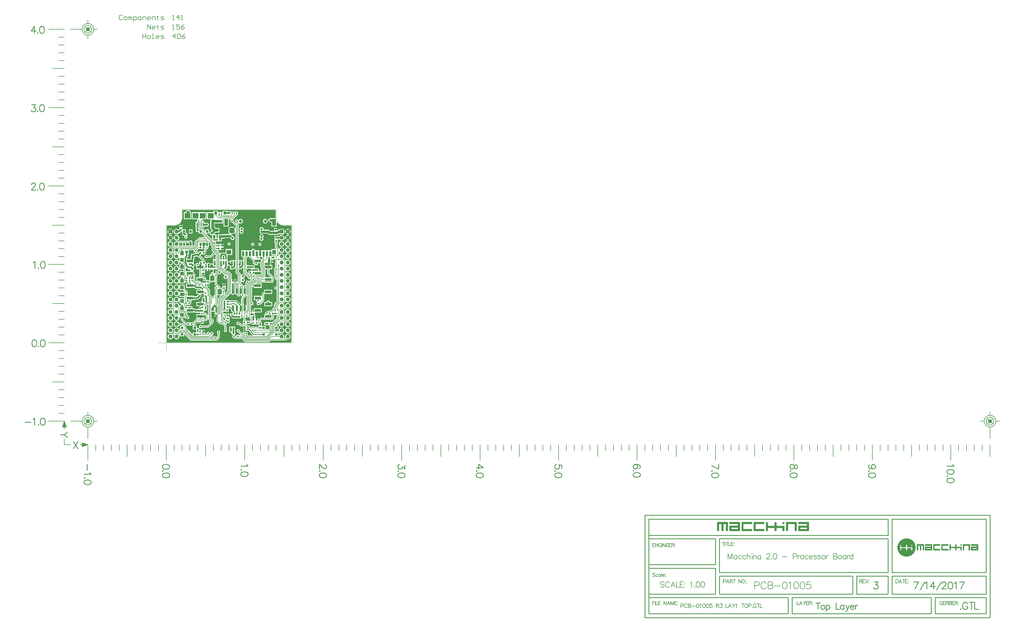
<source format=gtl>
G04 This is an RS-274x file exported by *
G04 gerbv version 2.6A *
G04 More information is available about gerbv at *
G04 http://gerbv.geda-project.org/ *
G04 --End of header info--*
%MOIN*%
%FSLAX34Y34*%
%IPPOS*%
G04 --Define apertures--*
%ADD10R,0.0200X0.0200*%
%ADD11R,0.0256X0.0335*%
%ADD12R,0.0200X0.0200*%
%ADD13R,0.0335X0.0256*%
%ADD14R,0.0472X0.0472*%
%ADD15R,0.0350X0.0350*%
%ADD16R,0.0350X0.0350*%
%ADD17R,0.0180X0.0250*%
%ADD18R,0.0787X0.0350*%
%ADD19O,0.0240X0.0800*%
%ADD20R,0.0551X0.0709*%
%ADD21R,0.0360X0.0360*%
%ADD22R,0.0354X0.0394*%
%ADD23R,0.0157X0.0315*%
%ADD24R,0.0472X0.0866*%
%ADD25R,0.0472X0.0551*%
%ADD26R,0.0630X0.0551*%
%ADD27R,0.0276X0.0630*%
%ADD28R,0.0157X0.0551*%
%ADD29R,0.0748X0.0709*%
%ADD30R,0.0756X0.0709*%
%ADD31C,0.0200*%
%ADD32C,0.0070*%
%ADD33C,0.0300*%
%ADD34C,0.0080*%
%ADD35C,0.0350*%
%ADD36C,0.0100*%
%ADD37C,0.0150*%
%ADD38C,0.0250*%
%ADD39C,0.0110*%
%ADD40C,0.0140*%
%ADD41C,0.0400*%
%ADD42C,0.0050*%
%ADD43C,0.0090*%
%ADD44C,0.0010*%
%ADD45C,0.0500*%
%AMMACRO46*
21,1,0.050000,0.025000,0.000000,0.000000,270.000000*
21,1,0.025000,0.050000,0.000000,0.000000,270.000000*
1,1,0.025000,-0.012500,-0.012500*
1,1,0.025000,-0.012500,0.012500*
1,1,0.025000,0.012500,0.012500*
1,1,0.025000,0.012500,-0.012500*
%
%ADD46MACRO46*%
%ADD47C,0.0300*%
%ADD48C,0.0394*%
%ADD49C,0.0200*%
G04 --Start main section--*
G36*
G01X0013945Y0016000D02*
G01X0013944Y0016000D01*
G01X0013947Y0015929D01*
G01X0013925Y0015899D01*
G01X0013465Y0015899D01*
G01X0013440Y0015901D01*
G01X0013260Y0015901D01*
G01X0013221Y0015898D01*
G01X0013183Y0015889D01*
G01X0013146Y0015873D01*
G01X0013113Y0015853D01*
G01X0013083Y0015827D01*
G01X0013057Y0015797D01*
G01X0013037Y0015764D01*
G01X0013022Y0015727D01*
G01X0013012Y0015689D01*
G01X0013009Y0015650D01*
G01X0013012Y0015611D01*
G01X0013022Y0015573D01*
G01X0013037Y0015536D01*
G01X0013057Y0015503D01*
G01X0013083Y0015473D01*
G01X0013113Y0015447D01*
G01X0013146Y0015427D01*
G01X0013183Y0015411D01*
G01X0013221Y0015402D01*
G01X0013260Y0015399D01*
G01X0013336Y0015399D01*
G01X0013388Y0015347D01*
G01X0013388Y0014833D01*
G01X0014060Y0014833D01*
G01X0014060Y0015460D01*
G01X0014089Y0015467D01*
G01X0014100Y0015448D01*
G01X0014146Y0015379D01*
G01X0014197Y0015314D01*
G01X0014253Y0015253D01*
G01X0014314Y0015197D01*
G01X0014379Y0015146D01*
G01X0014448Y0015100D01*
G01X0014521Y0015059D01*
G01X0014596Y0015025D01*
G01X0014674Y0014996D01*
G01X0014754Y0014973D01*
G01X0014835Y0014957D01*
G01X0014917Y0014947D01*
G01X0015000Y0014944D01*
G01X0015000Y0014945D01*
G01X0015945Y0014945D01*
G01X0015945Y0000055D01*
G01X0000055Y0000055D01*
G01X0000055Y0014945D01*
G01X0001000Y0014945D01*
G01X0001000Y0014944D01*
G01X0001083Y0014947D01*
G01X0001165Y0014957D01*
G01X0001246Y0014973D01*
G01X0001326Y0014996D01*
G01X0001404Y0015025D01*
G01X0001479Y0015059D01*
G01X0001552Y0015100D01*
G01X0001621Y0015146D01*
G01X0001686Y0015197D01*
G01X0001747Y0015253D01*
G01X0001803Y0015314D01*
G01X0001854Y0015379D01*
G01X0001900Y0015448D01*
G01X0001941Y0015521D01*
G01X0001975Y0015596D01*
G01X0002004Y0015674D01*
G01X0002027Y0015754D01*
G01X0002043Y0015835D01*
G01X0002053Y0015917D01*
G01X0002056Y0016000D01*
G01X0002055Y0016000D01*
G01X0002055Y0016945D01*
G01X0013945Y0016945D01*
G01X0013945Y0016000D01*
G37*
G36*
G01X0013945Y0016000D02*
G37*
G36*
G01X0002249Y-003706D02*
G37*
G36*
G01X-003606Y-003706D02*
G37*
G36*
G01X0000156Y-003708D02*
G37*
G36*
G01X-000509Y-003708D02*
G37*
G36*
G01X0001206Y-003703D02*
G37*
G36*
G01X-001544Y-003703D02*
G37*
G36*
G01X-002579Y-003703D02*
G37*
G36*
G01X-004649Y-003703D02*
G37*
G36*
G01X0073091Y-022884D02*
G01X0073107Y-022923D01*
G01X0073104Y-022927D01*
G01X0073104Y-022927D01*
G01X0073108Y-023932D01*
G01X0073091Y-023976D01*
G01X0073052Y-023992D01*
G01X0073047Y-023989D01*
G01X0073047Y-023989D01*
G01X0071825Y-023993D01*
G01X0071782Y-023976D01*
G01X0071766Y-023937D01*
G01X0071769Y-023932D01*
G01X0071769Y-023932D01*
G01X0071764Y-023377D01*
G01X0071782Y-023334D01*
G01X0071821Y-023318D01*
G01X0071825Y-023321D01*
G01X0071825Y-023321D01*
G01X0071825Y-023321D01*
G01X0072822Y-023326D01*
G01X0072866Y-023308D01*
G01X0072883Y-023265D01*
G01X0072883Y-023265D01*
G01X0072879Y-023260D01*
G01X0072883Y-023152D01*
G01X0072866Y-023109D01*
G01X0072822Y-023092D01*
G01X0072822Y-023096D01*
G01X0071825Y-023101D01*
G01X0071782Y-023083D01*
G01X0071766Y-023044D01*
G01X0071769Y-023040D01*
G01X0071769Y-023040D01*
G01X0071764Y-022927D01*
G01X0071782Y-022884D01*
G01X0071821Y-022868D01*
G01X0071825Y-022871D01*
G01X0071825Y-022871D01*
G01X0073047Y-022867D01*
G01X0073091Y-022884D01*
G37*
G36*
G01X0073091Y-022884D02*
G37*
G36*
G01X0078734Y-022887D02*
G01X0078750Y-022903D01*
G01X0078759Y-022924D01*
G01X0078759Y-022935D01*
G01X0078759Y-023047D01*
G01X0078759Y-023059D01*
G01X0078750Y-023079D01*
G01X0078734Y-023095D01*
G01X0078714Y-023104D01*
G01X0078586Y-023104D01*
G01X0078566Y-023095D01*
G01X0078550Y-023079D01*
G01X0078541Y-023059D01*
G01X0078541Y-023047D01*
G01X0078541Y-022935D01*
G01X0078541Y-022924D01*
G01X0078550Y-022903D01*
G01X0078566Y-022887D01*
G01X0078586Y-022879D01*
G01X0078714Y-022879D01*
G01X0078734Y-022887D01*
G37*
G36*
G01X0078734Y-022887D02*
G37*
G36*
G01X0081830Y-022871D02*
G01X0081830Y-022871D01*
G01X0081834Y-022868D01*
G01X0081873Y-022884D01*
G01X0081891Y-022927D01*
G01X0081886Y-023932D01*
G01X0081886Y-023932D01*
G01X0081889Y-023937D01*
G01X0081873Y-023976D01*
G01X0081830Y-023993D01*
G01X0080608Y-023989D01*
G01X0080608Y-023989D01*
G01X0080603Y-023992D01*
G01X0080564Y-023976D01*
G01X0080547Y-023932D01*
G01X0080551Y-023377D01*
G01X0080551Y-023377D01*
G01X0080548Y-023373D01*
G01X0080564Y-023334D01*
G01X0080608Y-023317D01*
G01X0081605Y-023321D01*
G01X0081605Y-023326D01*
G01X0081648Y-023308D01*
G01X0081666Y-023265D01*
G01X0081661Y-023157D01*
G01X0081666Y-023152D01*
G01X0081666Y-023152D01*
G01X0081648Y-023109D01*
G01X0081605Y-023092D01*
G01X0080608Y-023096D01*
G01X0080608Y-023096D01*
G01X0080608Y-023096D01*
G01X0080603Y-023099D01*
G01X0080564Y-023083D01*
G01X0080547Y-023040D01*
G01X0080551Y-022927D01*
G01X0080551Y-022927D01*
G01X0080548Y-022923D01*
G01X0080564Y-022884D01*
G01X0080608Y-022867D01*
G01X0081830Y-022871D01*
G37*
G36*
G01X0081830Y-022871D02*
G37*
G36*
G01X0077737Y-022887D02*
G01X0077753Y-022903D01*
G01X0077761Y-022924D01*
G01X0077761Y-022935D01*
G01X0077761Y-023295D01*
G01X0077762Y-023306D01*
G01X0077771Y-023326D01*
G01X0077786Y-023342D01*
G01X0077807Y-023350D01*
G01X0077818Y-023351D01*
G01X0078714Y-023351D01*
G01X0078734Y-023360D01*
G01X0078750Y-023376D01*
G01X0078759Y-023396D01*
G01X0078759Y-023407D01*
G01X0078759Y-023932D01*
G01X0078759Y-023944D01*
G01X0078750Y-023964D01*
G01X0078734Y-023980D01*
G01X0078714Y-023989D01*
G01X0078586Y-023989D01*
G01X0078566Y-023980D01*
G01X0078550Y-023964D01*
G01X0078541Y-023944D01*
G01X0078541Y-023932D01*
G01X0078541Y-023633D01*
G01X0078540Y-023622D01*
G01X0078532Y-023601D01*
G01X0078516Y-023586D01*
G01X0078496Y-023577D01*
G01X0078485Y-023576D01*
G01X0077818Y-023576D01*
G01X0077807Y-023577D01*
G01X0077786Y-023586D01*
G01X0077771Y-023601D01*
G01X0077762Y-023622D01*
G01X0077761Y-023633D01*
G01X0077761Y-023932D01*
G01X0077761Y-023944D01*
G01X0077753Y-023964D01*
G01X0077737Y-023980D01*
G01X0077716Y-023989D01*
G01X0077581Y-023989D01*
G01X0077561Y-023980D01*
G01X0077545Y-023964D01*
G01X0077536Y-023944D01*
G01X0077536Y-023932D01*
G01X0077536Y-023633D01*
G01X0077535Y-023622D01*
G01X0077527Y-023601D01*
G01X0077511Y-023586D01*
G01X0077491Y-023577D01*
G01X0077480Y-023576D01*
G01X0076708Y-023576D01*
G01X0076697Y-023577D01*
G01X0076676Y-023586D01*
G01X0076661Y-023601D01*
G01X0076652Y-023622D01*
G01X0076651Y-023633D01*
G01X0076651Y-023932D01*
G01X0076651Y-023944D01*
G01X0076643Y-023964D01*
G01X0076627Y-023980D01*
G01X0076606Y-023989D01*
G01X0076471Y-023989D01*
G01X0076451Y-023980D01*
G01X0076435Y-023964D01*
G01X0076426Y-023944D01*
G01X0076426Y-023932D01*
G01X0076426Y-022935D01*
G01X0076426Y-022924D01*
G01X0076435Y-022903D01*
G01X0076451Y-022887D01*
G01X0076471Y-022879D01*
G01X0076606Y-022879D01*
G01X0076627Y-022887D01*
G01X0076643Y-022903D01*
G01X0076651Y-022924D01*
G01X0076651Y-022935D01*
G01X0076651Y-023295D01*
G01X0076652Y-023306D01*
G01X0076661Y-023326D01*
G01X0076676Y-023342D01*
G01X0076697Y-023350D01*
G01X0076708Y-023351D01*
G01X0077480Y-023351D01*
G01X0077491Y-023350D01*
G01X0077511Y-023342D01*
G01X0077527Y-023326D01*
G01X0077535Y-023306D01*
G01X0077536Y-023295D01*
G01X0077536Y-022935D01*
G01X0077536Y-022924D01*
G01X0077545Y-022903D01*
G01X0077561Y-022887D01*
G01X0077581Y-022879D01*
G01X0077716Y-022879D01*
G01X0077737Y-022887D01*
G37*
G36*
G01X0077737Y-022887D02*
G37*
G36*
G01X0080309Y-022880D02*
G01X0080325Y-022896D01*
G01X0080334Y-022916D01*
G01X0080334Y-022927D01*
G01X0080334Y-023932D01*
G01X0080334Y-023944D01*
G01X0080325Y-023964D01*
G01X0080309Y-023980D01*
G01X0080289Y-023989D01*
G01X0080154Y-023989D01*
G01X0080133Y-023980D01*
G01X0080117Y-023964D01*
G01X0080109Y-023944D01*
G01X0080109Y-023932D01*
G01X0080109Y-023152D01*
G01X0080108Y-023142D01*
G01X0080099Y-023121D01*
G01X0080084Y-023106D01*
G01X0080063Y-023097D01*
G01X0080052Y-023096D01*
G01X0079272Y-023096D01*
G01X0079262Y-023097D01*
G01X0079241Y-023106D01*
G01X0079226Y-023121D01*
G01X0079217Y-023142D01*
G01X0079216Y-023152D01*
G01X0079216Y-023932D01*
G01X0079216Y-023944D01*
G01X0079208Y-023964D01*
G01X0079192Y-023980D01*
G01X0079171Y-023989D01*
G01X0079044Y-023989D01*
G01X0079023Y-023980D01*
G01X0079007Y-023964D01*
G01X0078999Y-023944D01*
G01X0078999Y-023932D01*
G01X0078999Y-022927D01*
G01X0078999Y-022916D01*
G01X0079007Y-022896D01*
G01X0079023Y-022880D01*
G01X0079044Y-022871D01*
G01X0080289Y-022871D01*
G01X0080309Y-022880D01*
G37*
G36*
G01X0080309Y-022880D02*
G37*
G36*
G01X0076184Y-022880D02*
G01X0076200Y-022896D01*
G01X0076209Y-022916D01*
G01X0076209Y-022927D01*
G01X0076209Y-023040D01*
G01X0076209Y-023051D01*
G01X0076200Y-023072D01*
G01X0076184Y-023088D01*
G01X0076164Y-023096D01*
G01X0075155Y-023096D01*
G01X0075144Y-023097D01*
G01X0075124Y-023106D01*
G01X0075108Y-023121D01*
G01X0075100Y-023142D01*
G01X0075099Y-023152D01*
G01X0075099Y-023707D01*
G01X0075100Y-023718D01*
G01X0075108Y-023739D01*
G01X0075124Y-023754D01*
G01X0075144Y-023763D01*
G01X0075155Y-023764D01*
G01X0076164Y-023764D01*
G01X0076184Y-023772D01*
G01X0076200Y-023788D01*
G01X0076209Y-023809D01*
G01X0076209Y-023820D01*
G01X0076209Y-023932D01*
G01X0076209Y-023944D01*
G01X0076200Y-023964D01*
G01X0076184Y-023980D01*
G01X0076164Y-023989D01*
G01X0074919Y-023989D01*
G01X0074898Y-023980D01*
G01X0074882Y-023964D01*
G01X0074874Y-023944D01*
G01X0074874Y-023932D01*
G01X0074874Y-022927D01*
G01X0074874Y-022916D01*
G01X0074882Y-022896D01*
G01X0074898Y-022880D01*
G01X0074919Y-022871D01*
G01X0076164Y-022871D01*
G01X0076184Y-022880D01*
G37*
G36*
G01X0076184Y-022880D02*
G37*
G36*
G01X0074632Y-022880D02*
G01X0074648Y-022896D01*
G01X0074656Y-022916D01*
G01X0074656Y-022927D01*
G01X0074656Y-023040D01*
G01X0074656Y-023051D01*
G01X0074648Y-023072D01*
G01X0074632Y-023088D01*
G01X0074611Y-023096D01*
G01X0073602Y-023096D01*
G01X0073592Y-023097D01*
G01X0073571Y-023106D01*
G01X0073556Y-023121D01*
G01X0073547Y-023142D01*
G01X0073546Y-023152D01*
G01X0073546Y-023707D01*
G01X0073547Y-023718D01*
G01X0073556Y-023739D01*
G01X0073571Y-023754D01*
G01X0073592Y-023763D01*
G01X0073602Y-023764D01*
G01X0074611Y-023764D01*
G01X0074632Y-023772D01*
G01X0074648Y-023788D01*
G01X0074656Y-023809D01*
G01X0074656Y-023820D01*
G01X0074656Y-023932D01*
G01X0074656Y-023944D01*
G01X0074648Y-023964D01*
G01X0074632Y-023980D01*
G01X0074611Y-023989D01*
G01X0073366Y-023989D01*
G01X0073346Y-023980D01*
G01X0073330Y-023964D01*
G01X0073321Y-023944D01*
G01X0073321Y-023932D01*
G01X0073321Y-022927D01*
G01X0073321Y-022916D01*
G01X0073330Y-022896D01*
G01X0073346Y-022880D01*
G01X0073366Y-022871D01*
G01X0074611Y-022871D01*
G01X0074632Y-022880D01*
G37*
G36*
G01X0074632Y-022880D02*
G37*
G36*
G01X0071527Y-022880D02*
G01X0071543Y-022896D01*
G01X0071551Y-022916D01*
G01X0071551Y-022927D01*
G01X0071551Y-023932D01*
G01X0071551Y-023944D01*
G01X0071543Y-023964D01*
G01X0071527Y-023980D01*
G01X0071506Y-023989D01*
G01X0071371Y-023989D01*
G01X0071351Y-023980D01*
G01X0071335Y-023964D01*
G01X0071326Y-023944D01*
G01X0071326Y-023932D01*
G01X0071326Y-023152D01*
G01X0071325Y-023142D01*
G01X0071317Y-023121D01*
G01X0071301Y-023106D01*
G01X0071281Y-023097D01*
G01X0071270Y-023096D01*
G01X0071045Y-023096D01*
G01X0071034Y-023097D01*
G01X0071014Y-023106D01*
G01X0070998Y-023121D01*
G01X0070990Y-023142D01*
G01X0070989Y-023152D01*
G01X0070989Y-023932D01*
G01X0070989Y-023944D01*
G01X0070980Y-023964D01*
G01X0070964Y-023980D01*
G01X0070944Y-023989D01*
G01X0070816Y-023989D01*
G01X0070796Y-023980D01*
G01X0070780Y-023964D01*
G01X0070771Y-023944D01*
G01X0070771Y-023932D01*
G01X0070771Y-023152D01*
G01X0070770Y-023142D01*
G01X0070762Y-023121D01*
G01X0070746Y-023106D01*
G01X0070726Y-023097D01*
G01X0070715Y-023096D01*
G01X0070490Y-023096D01*
G01X0070479Y-023097D01*
G01X0070459Y-023106D01*
G01X0070443Y-023121D01*
G01X0070435Y-023142D01*
G01X0070434Y-023152D01*
G01X0070434Y-023932D01*
G01X0070434Y-023944D01*
G01X0070425Y-023964D01*
G01X0070409Y-023980D01*
G01X0070389Y-023989D01*
G01X0070254Y-023989D01*
G01X0070233Y-023980D01*
G01X0070217Y-023964D01*
G01X0070209Y-023944D01*
G01X0070209Y-023932D01*
G01X0070209Y-022927D01*
G01X0070209Y-022916D01*
G01X0070217Y-022896D01*
G01X0070233Y-022880D01*
G01X0070254Y-022871D01*
G01X0071506Y-022871D01*
G01X0071527Y-022880D01*
G37*
G36*
G01X0071527Y-022880D02*
G37*
G36*
G01X0103449Y-025706D02*
G01X0103459Y-025732D01*
G01X0103457Y-025735D01*
G01X0103457Y-025735D01*
G01X0103461Y-026405D01*
G01X0103449Y-026434D01*
G01X0103423Y-026444D01*
G01X0103420Y-026442D01*
G01X0103420Y-026442D01*
G01X0102605Y-026446D01*
G01X0102576Y-026434D01*
G01X0102566Y-026408D01*
G01X0102568Y-026405D01*
G01X0102568Y-026405D01*
G01X0102564Y-026035D01*
G01X0102576Y-026006D01*
G01X0102602Y-025996D01*
G01X0102605Y-025998D01*
G01X0102605Y-025998D01*
G01X0102605Y-025998D01*
G01X0103270Y-026001D01*
G01X0103299Y-025989D01*
G01X0103311Y-025960D01*
G01X0103311Y-025960D01*
G01X0103308Y-025957D01*
G01X0103311Y-025885D01*
G01X0103299Y-025856D01*
G01X0103270Y-025844D01*
G01X0103270Y-025847D01*
G01X0102605Y-025851D01*
G01X0102576Y-025839D01*
G01X0102566Y-025813D01*
G01X0102568Y-025810D01*
G01X0102568Y-025810D01*
G01X0102564Y-025735D01*
G01X0102576Y-025706D01*
G01X0102602Y-025696D01*
G01X0102605Y-025698D01*
G01X0102605Y-025698D01*
G01X0103420Y-025694D01*
G01X0103449Y-025706D01*
G37*
G36*
G01X0103449Y-025706D02*
G37*
G36*
G01X0097594Y-025706D02*
G01X0097604Y-025732D01*
G01X0097603Y-025735D01*
G01X0097603Y-025735D01*
G01X0097606Y-026405D01*
G01X0097594Y-026434D01*
G01X0097568Y-026444D01*
G01X0097565Y-026442D01*
G01X0097565Y-026442D01*
G01X0096750Y-026446D01*
G01X0096721Y-026434D01*
G01X0096711Y-026408D01*
G01X0096713Y-026405D01*
G01X0096713Y-026405D01*
G01X0096709Y-026035D01*
G01X0096721Y-026006D01*
G01X0096747Y-025996D01*
G01X0096750Y-025998D01*
G01X0096750Y-025998D01*
G01X0096750Y-025998D01*
G01X0097415Y-026001D01*
G01X0097444Y-025989D01*
G01X0097456Y-025960D01*
G01X0097456Y-025960D01*
G01X0097453Y-025957D01*
G01X0097456Y-025885D01*
G01X0097444Y-025856D01*
G01X0097415Y-025844D01*
G01X0097415Y-025847D01*
G01X0096750Y-025851D01*
G01X0096721Y-025839D01*
G01X0096711Y-025813D01*
G01X0096713Y-025810D01*
G01X0096713Y-025810D01*
G01X0096709Y-025735D01*
G01X0096721Y-025706D01*
G01X0096747Y-025696D01*
G01X0096750Y-025698D01*
G01X0096750Y-025698D01*
G01X0097565Y-025694D01*
G01X0097594Y-025706D01*
G37*
G36*
G01X0097594Y-025706D02*
G37*
G36*
G01X0101356Y-025708D02*
G01X0101367Y-025719D01*
G01X0101372Y-025733D01*
G01X0101372Y-025740D01*
G01X0101372Y-025815D01*
G01X0101372Y-025822D01*
G01X0101367Y-025836D01*
G01X0101356Y-025847D01*
G01X0101342Y-025852D01*
G01X0101258Y-025852D01*
G01X0101244Y-025847D01*
G01X0101233Y-025836D01*
G01X0101228Y-025822D01*
G01X0101228Y-025815D01*
G01X0101228Y-025740D01*
G01X0101228Y-025733D01*
G01X0101233Y-025719D01*
G01X0101244Y-025708D01*
G01X0101258Y-025703D01*
G01X0101342Y-025703D01*
G01X0101356Y-025708D01*
G37*
G36*
G01X0101356Y-025708D02*
G37*
G36*
G01X0100691Y-025708D02*
G01X0100702Y-025719D01*
G01X0100708Y-025733D01*
G01X0100708Y-025740D01*
G01X0100708Y-025980D01*
G01X0100708Y-025987D01*
G01X0100714Y-026001D01*
G01X0100724Y-026011D01*
G01X0100738Y-026017D01*
G01X0100745Y-026017D01*
G01X0101342Y-026017D01*
G01X0101356Y-026023D01*
G01X0101367Y-026034D01*
G01X0101372Y-026048D01*
G01X0101372Y-026055D01*
G01X0101372Y-026405D01*
G01X0101372Y-026412D01*
G01X0101367Y-026426D01*
G01X0101356Y-026437D01*
G01X0101342Y-026442D01*
G01X0101258Y-026442D01*
G01X0101244Y-026437D01*
G01X0101233Y-026426D01*
G01X0101228Y-026412D01*
G01X0101228Y-026405D01*
G01X0101228Y-026205D01*
G01X0101227Y-026198D01*
G01X0101221Y-026184D01*
G01X0101211Y-026174D01*
G01X0101197Y-026168D01*
G01X0101190Y-026168D01*
G01X0100745Y-026168D01*
G01X0100738Y-026168D01*
G01X0100724Y-026174D01*
G01X0100714Y-026184D01*
G01X0100708Y-026198D01*
G01X0100708Y-026205D01*
G01X0100708Y-026405D01*
G01X0100708Y-026412D01*
G01X0100702Y-026426D01*
G01X0100691Y-026437D01*
G01X0100677Y-026442D01*
G01X0100588Y-026442D01*
G01X0100574Y-026437D01*
G01X0100563Y-026426D01*
G01X0100557Y-026412D01*
G01X0100557Y-026405D01*
G01X0100557Y-026205D01*
G01X0100557Y-026198D01*
G01X0100551Y-026184D01*
G01X0100541Y-026174D01*
G01X0100527Y-026168D01*
G01X0100520Y-026168D01*
G01X0100005Y-026168D01*
G01X0099998Y-026168D01*
G01X0099984Y-026174D01*
G01X0099974Y-026184D01*
G01X0099968Y-026198D01*
G01X0099967Y-026205D01*
G01X0099967Y-026405D01*
G01X0099967Y-026412D01*
G01X0099962Y-026426D01*
G01X0099951Y-026437D01*
G01X0099937Y-026442D01*
G01X0099848Y-026442D01*
G01X0099834Y-026437D01*
G01X0099823Y-026426D01*
G01X0099817Y-026412D01*
G01X0099817Y-026405D01*
G01X0099817Y-025740D01*
G01X0099817Y-025733D01*
G01X0099823Y-025719D01*
G01X0099834Y-025708D01*
G01X0099848Y-025703D01*
G01X0099937Y-025703D01*
G01X0099951Y-025708D01*
G01X0099962Y-025719D01*
G01X0099967Y-025733D01*
G01X0099967Y-025740D01*
G01X0099967Y-025980D01*
G01X0099968Y-025987D01*
G01X0099974Y-026001D01*
G01X0099984Y-026011D01*
G01X0099998Y-026017D01*
G01X0100005Y-026017D01*
G01X0100520Y-026017D01*
G01X0100527Y-026017D01*
G01X0100541Y-026011D01*
G01X0100551Y-026001D01*
G01X0100557Y-025987D01*
G01X0100557Y-025980D01*
G01X0100557Y-025740D01*
G01X0100557Y-025733D01*
G01X0100563Y-025719D01*
G01X0100574Y-025708D01*
G01X0100588Y-025703D01*
G01X0100677Y-025703D01*
G01X0100691Y-025708D01*
G37*
G36*
G01X0100691Y-025708D02*
G37*
G36*
G01X0102406Y-025703D02*
G01X0102417Y-025714D01*
G01X0102423Y-025728D01*
G01X0102423Y-025735D01*
G01X0102423Y-026405D01*
G01X0102423Y-026412D01*
G01X0102417Y-026426D01*
G01X0102406Y-026437D01*
G01X0102392Y-026442D01*
G01X0102303Y-026442D01*
G01X0102289Y-026437D01*
G01X0102278Y-026426D01*
G01X0102273Y-026412D01*
G01X0102273Y-026405D01*
G01X0102273Y-025885D01*
G01X0102272Y-025878D01*
G01X0102266Y-025864D01*
G01X0102256Y-025854D01*
G01X0102242Y-025848D01*
G01X0102235Y-025847D01*
G01X0101715Y-025847D01*
G01X0101708Y-025848D01*
G01X0101694Y-025854D01*
G01X0101684Y-025864D01*
G01X0101678Y-025878D01*
G01X0101678Y-025885D01*
G01X0101678Y-026405D01*
G01X0101678Y-026412D01*
G01X0101672Y-026426D01*
G01X0101661Y-026437D01*
G01X0101647Y-026442D01*
G01X0101563Y-026442D01*
G01X0101549Y-026437D01*
G01X0101538Y-026426D01*
G01X0101532Y-026412D01*
G01X0101532Y-026405D01*
G01X0101532Y-025735D01*
G01X0101532Y-025728D01*
G01X0101538Y-025714D01*
G01X0101549Y-025703D01*
G01X0101563Y-025698D01*
G01X0102392Y-025698D01*
G01X0102406Y-025703D01*
G37*
G36*
G01X0102406Y-025703D02*
G37*
G36*
G01X0099656Y-025703D02*
G01X0099667Y-025714D01*
G01X0099672Y-025728D01*
G01X0099672Y-025735D01*
G01X0099672Y-025810D01*
G01X0099672Y-025817D01*
G01X0099667Y-025831D01*
G01X0099656Y-025842D01*
G01X0099642Y-025847D01*
G01X0098970Y-025847D01*
G01X0098963Y-025848D01*
G01X0098949Y-025854D01*
G01X0098939Y-025864D01*
G01X0098933Y-025878D01*
G01X0098933Y-025885D01*
G01X0098933Y-026255D01*
G01X0098933Y-026262D01*
G01X0098939Y-026276D01*
G01X0098949Y-026286D01*
G01X0098963Y-026292D01*
G01X0098970Y-026293D01*
G01X0099642Y-026293D01*
G01X0099656Y-026298D01*
G01X0099667Y-026309D01*
G01X0099672Y-026323D01*
G01X0099672Y-026330D01*
G01X0099672Y-026405D01*
G01X0099672Y-026412D01*
G01X0099667Y-026426D01*
G01X0099656Y-026437D01*
G01X0099642Y-026442D01*
G01X0098813Y-026442D01*
G01X0098799Y-026437D01*
G01X0098788Y-026426D01*
G01X0098783Y-026412D01*
G01X0098783Y-026405D01*
G01X0098783Y-025735D01*
G01X0098783Y-025728D01*
G01X0098788Y-025714D01*
G01X0098799Y-025703D01*
G01X0098813Y-025698D01*
G01X0099642Y-025698D01*
G01X0099656Y-025703D01*
G37*
G36*
G01X0099656Y-025703D02*
G37*
G36*
G01X0098621Y-025703D02*
G01X0098632Y-025714D01*
G01X0098638Y-025728D01*
G01X0098638Y-025735D01*
G01X0098638Y-025810D01*
G01X0098638Y-025817D01*
G01X0098632Y-025831D01*
G01X0098621Y-025842D01*
G01X0098607Y-025847D01*
G01X0097935Y-025847D01*
G01X0097928Y-025848D01*
G01X0097914Y-025854D01*
G01X0097904Y-025864D01*
G01X0097898Y-025878D01*
G01X0097898Y-025885D01*
G01X0097898Y-026255D01*
G01X0097898Y-026262D01*
G01X0097904Y-026276D01*
G01X0097914Y-026286D01*
G01X0097928Y-026292D01*
G01X0097935Y-026293D01*
G01X0098607Y-026293D01*
G01X0098621Y-026298D01*
G01X0098632Y-026309D01*
G01X0098638Y-026323D01*
G01X0098638Y-026330D01*
G01X0098638Y-026405D01*
G01X0098638Y-026412D01*
G01X0098632Y-026426D01*
G01X0098621Y-026437D01*
G01X0098607Y-026442D01*
G01X0097778Y-026442D01*
G01X0097764Y-026437D01*
G01X0097753Y-026426D01*
G01X0097747Y-026412D01*
G01X0097747Y-026405D01*
G01X0097747Y-025735D01*
G01X0097747Y-025728D01*
G01X0097753Y-025714D01*
G01X0097764Y-025703D01*
G01X0097778Y-025698D01*
G01X0098607Y-025698D01*
G01X0098621Y-025703D01*
G37*
G36*
G01X0098621Y-025703D02*
G37*
G36*
G01X0096551Y-025703D02*
G01X0096562Y-025714D01*
G01X0096567Y-025728D01*
G01X0096567Y-025735D01*
G01X0096567Y-026405D01*
G01X0096567Y-026412D01*
G01X0096562Y-026426D01*
G01X0096551Y-026437D01*
G01X0096537Y-026442D01*
G01X0096448Y-026442D01*
G01X0096434Y-026437D01*
G01X0096423Y-026426D01*
G01X0096418Y-026412D01*
G01X0096418Y-026405D01*
G01X0096418Y-025885D01*
G01X0096417Y-025878D01*
G01X0096411Y-025864D01*
G01X0096401Y-025854D01*
G01X0096387Y-025848D01*
G01X0096380Y-025847D01*
G01X0096230Y-025847D01*
G01X0096223Y-025848D01*
G01X0096209Y-025854D01*
G01X0096199Y-025864D01*
G01X0096193Y-025878D01*
G01X0096193Y-025885D01*
G01X0096193Y-026405D01*
G01X0096193Y-026412D01*
G01X0096187Y-026426D01*
G01X0096176Y-026437D01*
G01X0096162Y-026442D01*
G01X0096078Y-026442D01*
G01X0096064Y-026437D01*
G01X0096053Y-026426D01*
G01X0096047Y-026412D01*
G01X0096047Y-026405D01*
G01X0096047Y-025885D01*
G01X0096047Y-025878D01*
G01X0096041Y-025864D01*
G01X0096031Y-025854D01*
G01X0096017Y-025848D01*
G01X0096010Y-025847D01*
G01X0095860Y-025847D01*
G01X0095853Y-025848D01*
G01X0095839Y-025854D01*
G01X0095829Y-025864D01*
G01X0095823Y-025878D01*
G01X0095822Y-025885D01*
G01X0095822Y-026405D01*
G01X0095822Y-026412D01*
G01X0095817Y-026426D01*
G01X0095806Y-026437D01*
G01X0095792Y-026442D01*
G01X0095703Y-026442D01*
G01X0095689Y-026437D01*
G01X0095678Y-026426D01*
G01X0095673Y-026412D01*
G01X0095673Y-026405D01*
G01X0095673Y-025735D01*
G01X0095673Y-025728D01*
G01X0095678Y-025714D01*
G01X0095689Y-025703D01*
G01X0095703Y-025698D01*
G01X0096537Y-025698D01*
G01X0096551Y-025703D01*
G37*
G36*
G01X0096551Y-025703D02*
G37*
G36*
G01X0094525Y-024971D02*
G01X0094700Y-025013D01*
G01X0094866Y-025082D01*
G01X0095020Y-025176D01*
G01X0095157Y-025293D01*
G01X0095274Y-025430D01*
G01X0095368Y-025584D01*
G01X0095437Y-025750D01*
G01X0095479Y-025925D01*
G01X0095494Y-026105D01*
G01X0095479Y-026285D01*
G01X0095437Y-026460D01*
G01X0095368Y-026626D01*
G01X0095274Y-026780D01*
G01X0095157Y-026917D01*
G01X0095020Y-027034D01*
G01X0094866Y-027128D01*
G01X0094700Y-027197D01*
G01X0094525Y-027239D01*
G01X0094345Y-027254D01*
G01X0094165Y-027239D01*
G01X0093990Y-027197D01*
G01X0093824Y-027128D01*
G01X0093670Y-027034D01*
G01X0093533Y-026917D01*
G01X0093416Y-026780D01*
G01X0093322Y-026626D01*
G01X0093253Y-026460D01*
G01X0093211Y-026285D01*
G01X0093196Y-026105D01*
G01X0093211Y-025925D01*
G01X0093253Y-025750D01*
G01X0093322Y-025584D01*
G01X0093416Y-025430D01*
G01X0093533Y-025293D01*
G01X0093670Y-025176D01*
G01X0093824Y-025082D01*
G01X0093990Y-025013D01*
G01X0094165Y-024971D01*
G01X0094345Y-024956D01*
G01X0094525Y-024971D01*
G37*
G36*
G01X0094525Y-024971D02*
G37*
%LPC*%
G36*
G01X0007748Y0016857D02*
G01X0007193Y0016857D01*
G01X0007193Y0016660D01*
G01X0006567Y0016660D01*
G01X0006567Y0016857D01*
G01X0006012Y0016857D01*
G01X0006012Y0016680D01*
G01X0005176Y0016680D01*
G01X0005176Y0015771D01*
G01X0005649Y0015771D01*
G01X0005661Y0015744D01*
G01X0005657Y0015739D01*
G01X0005634Y0015702D01*
G01X0005618Y0015662D01*
G01X0005607Y0015620D01*
G01X0005604Y0015577D01*
G01X0005604Y0014680D01*
G01X0005607Y0014637D01*
G01X0005618Y0014595D01*
G01X0005634Y0014555D01*
G01X0005657Y0014518D01*
G01X0005685Y0014485D01*
G01X0005823Y0014347D01*
G01X0005735Y0014259D01*
G01X0005711Y0014257D01*
G01X0005673Y0014248D01*
G01X0005636Y0014233D01*
G01X0005603Y0014212D01*
G01X0005573Y0014187D01*
G01X0005547Y0014157D01*
G01X0005527Y0014123D01*
G01X0005512Y0014087D01*
G01X0005502Y0014049D01*
G01X0005499Y0014009D01*
G01X0005502Y0013970D01*
G01X0005512Y0013932D01*
G01X0005527Y0013896D01*
G01X0005547Y0013862D01*
G01X0005573Y0013832D01*
G01X0005603Y0013807D01*
G01X0005636Y0013786D01*
G01X0005673Y0013771D01*
G01X0005711Y0013762D01*
G01X0005750Y0013759D01*
G01X0005789Y0013762D01*
G01X0005795Y0013763D01*
G01X0005801Y0013762D01*
G01X0005826Y0013760D01*
G01X0005826Y0013285D01*
G01X0005906Y0013285D01*
G01X0005906Y0013135D01*
G01X0005879Y0013123D01*
G01X0005100Y0013902D01*
G01X0005111Y0013930D01*
G01X0005441Y0013930D01*
G01X0005441Y0014464D01*
G01X0004985Y0014464D01*
G01X0004985Y0014324D01*
G01X0004955Y0014320D01*
G01X0004950Y0014337D01*
G01X0004937Y0014361D01*
G01X0004921Y0014381D01*
G01X0004682Y0014620D01*
G01X0004662Y0014636D01*
G01X0004638Y0014649D01*
G01X0004613Y0014657D01*
G01X0004586Y0014659D01*
G01X0004241Y0014659D01*
G01X0004215Y0014657D01*
G01X0004189Y0014649D01*
G01X0004166Y0014636D01*
G01X0004156Y0014628D01*
G01X0004126Y0014642D01*
G01X0004126Y0014714D01*
G01X0004126Y0014714D01*
G01X0004139Y0014728D01*
G01X0004868Y0014728D01*
G01X0004868Y0014869D01*
G01X0005010Y0014869D01*
G01X0005013Y0014867D01*
G01X0005046Y0014847D01*
G01X0005083Y0014832D01*
G01X0005121Y0014822D01*
G01X0005160Y0014819D01*
G01X0005199Y0014822D01*
G01X0005237Y0014832D01*
G01X0005274Y0014847D01*
G01X0005307Y0014867D01*
G01X0005337Y0014893D01*
G01X0005363Y0014923D01*
G01X0005383Y0014956D01*
G01X0005398Y0014993D01*
G01X0005408Y0015031D01*
G01X0005411Y0015070D01*
G01X0005408Y0015109D01*
G01X0005398Y0015147D01*
G01X0005383Y0015184D01*
G01X0005363Y0015217D01*
G01X0005337Y0015247D01*
G01X0005307Y0015273D01*
G01X0005274Y0015293D01*
G01X0005237Y0015309D01*
G01X0005199Y0015318D01*
G01X0005160Y0015321D01*
G01X0005121Y0015318D01*
G01X0005083Y0015309D01*
G01X0005046Y0015293D01*
G01X0005013Y0015273D01*
G01X0005010Y0015271D01*
G01X0004868Y0015271D01*
G01X0004868Y0015479D01*
G01X0004709Y0015479D01*
G01X0004687Y0015509D01*
G01X0004690Y0015519D01*
G01X0004694Y0015558D01*
G01X0004690Y0015597D01*
G01X0004679Y0015635D01*
G01X0004660Y0015670D01*
G01X0004635Y0015700D01*
G01X0004605Y0015725D01*
G01X0004600Y0015728D01*
G01X0004592Y0015766D01*
G01X0004597Y0015771D01*
G01X0005104Y0015771D01*
G01X0005104Y0016680D01*
G01X0003250Y0016680D01*
G01X0003250Y0015771D01*
G01X0004014Y0015771D01*
G01X0004018Y0015766D01*
G01X0004010Y0015728D01*
G01X0004006Y0015725D01*
G01X0003975Y0015700D01*
G01X0003950Y0015670D01*
G01X0003931Y0015635D01*
G01X0003920Y0015597D01*
G01X0003916Y0015558D01*
G01X0003920Y0015519D01*
G01X0003923Y0015509D01*
G01X0003901Y0015479D01*
G01X0003743Y0015479D01*
G01X0003743Y0014728D01*
G01X0003749Y0014728D01*
G01X0003752Y0014706D01*
G01X0003762Y0014673D01*
G01X0003774Y0014649D01*
G01X0003774Y0014550D01*
G01X0003750Y0014550D01*
G01X0003750Y0014150D01*
G01X0004139Y0014150D01*
G01X0004139Y0013930D01*
G01X0004549Y0013930D01*
G01X0004549Y0013925D01*
G01X0004552Y0013899D01*
G01X0004559Y0013873D01*
G01X0004572Y0013850D01*
G01X0004589Y0013829D01*
G01X0004863Y0013556D01*
G01X0004858Y0013541D01*
G01X0004849Y0013527D01*
G01X0004813Y0013516D01*
G01X0004778Y0013497D01*
G01X0004748Y0013472D01*
G01X0004743Y0013466D01*
G01X0004210Y0013466D01*
G01X0004184Y0013463D01*
G01X0004158Y0013455D01*
G01X0004135Y0013443D01*
G01X0004114Y0013426D01*
G01X0003634Y0012946D01*
G01X0003617Y0012925D01*
G01X0003605Y0012902D01*
G01X0003597Y0012876D01*
G01X0003594Y0012850D01*
G01X0003594Y0012522D01*
G01X0003468Y0012396D01*
G01X0003338Y0012396D01*
G01X0003338Y0012833D01*
G01X0003311Y0012833D01*
G01X0003311Y0012880D01*
G01X0003307Y0012919D01*
G01X0003296Y0012957D01*
G01X0003277Y0012992D01*
G01X0003252Y0013022D01*
G01X0003222Y0013047D01*
G01X0003187Y0013066D01*
G01X0003149Y0013077D01*
G01X0003110Y0013081D01*
G01X0003071Y0013077D01*
G01X0003033Y0013066D01*
G01X0002998Y0013047D01*
G01X0002968Y0013022D01*
G01X0002963Y0013016D01*
G01X0001569Y0013016D01*
G01X0001543Y0013013D01*
G01X0001517Y0013005D01*
G01X0001494Y0012993D01*
G01X0001473Y0012976D01*
G01X0001440Y0012943D01*
G01X0001398Y0012957D01*
G01X0001353Y0012966D01*
G01X0001307Y0012969D01*
G01X0001261Y0012966D01*
G01X0001216Y0012957D01*
G01X0001173Y0012942D01*
G01X0001132Y0012922D01*
G01X0001094Y0012896D01*
G01X0001059Y0012866D01*
G01X0001029Y0012832D01*
G01X0001003Y0012793D01*
G01X0000983Y0012752D01*
G01X0000968Y0012709D01*
G01X0000959Y0012664D01*
G01X0000956Y0012618D01*
G01X0000959Y0012572D01*
G01X0000968Y0012527D01*
G01X0000983Y0012484D01*
G01X0001003Y0012443D01*
G01X0001029Y0012405D01*
G01X0001045Y0012386D01*
G01X0001032Y0012356D01*
G01X0000974Y0012356D01*
G01X0000844Y0012485D01*
G01X0000858Y0012527D01*
G01X0000867Y0012572D01*
G01X0000870Y0012618D01*
G01X0000867Y0012664D01*
G01X0000858Y0012709D01*
G01X0000844Y0012752D01*
G01X0000823Y0012793D01*
G01X0000798Y0012832D01*
G01X0000768Y0012866D01*
G01X0000733Y0012896D01*
G01X0000695Y0012922D01*
G01X0000654Y0012942D01*
G01X0000610Y0012957D01*
G01X0000565Y0012966D01*
G01X0000520Y0012969D01*
G01X0000474Y0012966D01*
G01X0000429Y0012957D01*
G01X0000385Y0012942D01*
G01X0000344Y0012922D01*
G01X0000306Y0012896D01*
G01X0000272Y0012866D01*
G01X0000241Y0012832D01*
G01X0000216Y0012793D01*
G01X0000196Y0012752D01*
G01X0000181Y0012709D01*
G01X0000172Y0012664D01*
G01X0000169Y0012618D01*
G01X0000172Y0012572D01*
G01X0000181Y0012527D01*
G01X0000196Y0012484D01*
G01X0000216Y0012443D01*
G01X0000241Y0012405D01*
G01X0000272Y0012370D01*
G01X0000306Y0012340D01*
G01X0000344Y0012314D01*
G01X0000385Y0012294D01*
G01X0000429Y0012279D01*
G01X0000474Y0012270D01*
G01X0000520Y0012267D01*
G01X0000565Y0012270D01*
G01X0000610Y0012279D01*
G01X0000652Y0012294D01*
G01X0000822Y0012124D01*
G01X0000842Y0012107D01*
G01X0000866Y0012095D01*
G01X0000891Y0012087D01*
G01X0000918Y0012084D01*
G01X0001024Y0012084D01*
G01X0001038Y0012054D01*
G01X0001029Y0012044D01*
G01X0001003Y0012006D01*
G01X0000983Y0011965D01*
G01X0000968Y0011921D01*
G01X0000959Y0011876D01*
G01X0000956Y0011831D01*
G01X0000959Y0011785D01*
G01X0000968Y0011740D01*
G01X0000983Y0011696D01*
G01X0001003Y0011655D01*
G01X0001029Y0011617D01*
G01X0001039Y0011606D01*
G01X0001025Y0011576D01*
G01X0000967Y0011576D01*
G01X0000844Y0011698D01*
G01X0000858Y0011740D01*
G01X0000867Y0011785D01*
G01X0000870Y0011831D01*
G01X0000867Y0011876D01*
G01X0000858Y0011921D01*
G01X0000844Y0011965D01*
G01X0000823Y0012006D01*
G01X0000798Y0012044D01*
G01X0000768Y0012079D01*
G01X0000733Y0012109D01*
G01X0000695Y0012134D01*
G01X0000654Y0012155D01*
G01X0000610Y0012170D01*
G01X0000565Y0012178D01*
G01X0000520Y0012181D01*
G01X0000474Y0012178D01*
G01X0000429Y0012170D01*
G01X0000385Y0012155D01*
G01X0000344Y0012134D01*
G01X0000306Y0012109D01*
G01X0000272Y0012079D01*
G01X0000241Y0012044D01*
G01X0000216Y0012006D01*
G01X0000196Y0011965D01*
G01X0000181Y0011921D01*
G01X0000172Y0011876D01*
G01X0000169Y0011831D01*
G01X0000172Y0011785D01*
G01X0000181Y0011740D01*
G01X0000196Y0011696D01*
G01X0000216Y0011655D01*
G01X0000241Y0011617D01*
G01X0000272Y0011583D01*
G01X0000306Y0011552D01*
G01X0000344Y0011527D01*
G01X0000385Y0011507D01*
G01X0000429Y0011492D01*
G01X0000474Y0011483D01*
G01X0000520Y0011480D01*
G01X0000565Y0011483D01*
G01X0000610Y0011492D01*
G01X0000652Y0011506D01*
G01X0000814Y0011344D01*
G01X0000835Y0011327D01*
G01X0000858Y0011315D01*
G01X0000884Y0011307D01*
G01X0000910Y0011304D01*
G01X0001031Y0011304D01*
G01X0001044Y0011274D01*
G01X0001029Y0011257D01*
G01X0001003Y0011219D01*
G01X0000983Y0011178D01*
G01X0000968Y0011134D01*
G01X0000959Y0011089D01*
G01X0000956Y0011043D01*
G01X0000959Y0010998D01*
G01X0000968Y0010953D01*
G01X0000983Y0010909D01*
G01X0001003Y0010868D01*
G01X0001029Y0010830D01*
G01X0001059Y0010795D01*
G01X0001094Y0010765D01*
G01X0001132Y0010740D01*
G01X0001173Y0010719D01*
G01X0001216Y0010705D01*
G01X0001261Y0010696D01*
G01X0001307Y0010693D01*
G01X0001353Y0010696D01*
G01X0001398Y0010705D01*
G01X0001441Y0010719D01*
G01X0001482Y0010740D01*
G01X0001521Y0010765D01*
G01X0001555Y0010795D01*
G01X0001585Y0010830D01*
G01X0001611Y0010868D01*
G01X0001631Y0010909D01*
G01X0001633Y0010913D01*
G01X0001635Y0010915D01*
G01X0001664Y0010904D01*
G01X0001664Y0010895D01*
G01X0001664Y0010895D01*
G01X0001664Y0010894D01*
G01X0001664Y0010387D01*
G01X0001634Y0010382D01*
G01X0001631Y0010390D01*
G01X0001611Y0010431D01*
G01X0001585Y0010469D01*
G01X0001555Y0010504D01*
G01X0001521Y0010534D01*
G01X0001482Y0010560D01*
G01X0001441Y0010580D01*
G01X0001398Y0010595D01*
G01X0001353Y0010604D01*
G01X0001307Y0010607D01*
G01X0001261Y0010604D01*
G01X0001216Y0010595D01*
G01X0001173Y0010580D01*
G01X0001132Y0010560D01*
G01X0001094Y0010534D01*
G01X0001059Y0010504D01*
G01X0001029Y0010469D01*
G01X0001003Y0010431D01*
G01X0000983Y0010390D01*
G01X0000968Y0010347D01*
G01X0000959Y0010302D01*
G01X0000956Y0010256D01*
G01X0000959Y0010210D01*
G01X0000968Y0010165D01*
G01X0000983Y0010122D01*
G01X0001003Y0010081D01*
G01X0001029Y0010042D01*
G01X0001059Y0010008D01*
G01X0001094Y0009978D01*
G01X0001132Y0009952D01*
G01X0001173Y0009932D01*
G01X0001216Y0009917D01*
G01X0001261Y0009908D01*
G01X0001307Y0009905D01*
G01X0001353Y0009908D01*
G01X0001398Y0009917D01*
G01X0001441Y0009932D01*
G01X0001482Y0009952D01*
G01X0001521Y0009978D01*
G01X0001555Y0010008D01*
G01X0001585Y0010042D01*
G01X0001611Y0010081D01*
G01X0001631Y0010122D01*
G01X0001646Y0010165D01*
G01X0001655Y0010210D01*
G01X0001656Y0010224D01*
G01X0001664Y0010250D01*
G01X0001688Y0010250D01*
G01X0001934Y0010250D01*
G01X0001939Y0010220D01*
G01X0001923Y0010216D01*
G01X0001888Y0010197D01*
G01X0001858Y0010172D01*
G01X0001833Y0010142D01*
G01X0001814Y0010107D01*
G01X0001803Y0010069D01*
G01X0001799Y0010030D01*
G01X0001799Y0010000D01*
G01X0001664Y0010000D01*
G01X0001664Y0009600D01*
G01X0001634Y0009595D01*
G01X0001631Y0009603D01*
G01X0001611Y0009644D01*
G01X0001585Y0009682D01*
G01X0001555Y0009717D01*
G01X0001521Y0009747D01*
G01X0001482Y0009772D01*
G01X0001441Y0009793D01*
G01X0001398Y0009807D01*
G01X0001353Y0009816D01*
G01X0001307Y0009819D01*
G01X0001261Y0009816D01*
G01X0001216Y0009807D01*
G01X0001173Y0009793D01*
G01X0001132Y0009772D01*
G01X0001094Y0009747D01*
G01X0001059Y0009717D01*
G01X0001029Y0009682D01*
G01X0001003Y0009644D01*
G01X0000983Y0009603D01*
G01X0000968Y0009559D01*
G01X0000959Y0009514D01*
G01X0000956Y0009469D01*
G01X0000959Y0009423D01*
G01X0000968Y0009378D01*
G01X0000983Y0009334D01*
G01X0001003Y0009293D01*
G01X0001029Y0009255D01*
G01X0001059Y0009220D01*
G01X0001094Y0009190D01*
G01X0001132Y0009165D01*
G01X0001173Y0009144D01*
G01X0001216Y0009130D01*
G01X0001261Y0009121D01*
G01X0001307Y0009118D01*
G01X0001353Y0009121D01*
G01X0001398Y0009130D01*
G01X0001441Y0009144D01*
G01X0001482Y0009165D01*
G01X0001521Y0009190D01*
G01X0001555Y0009220D01*
G01X0001585Y0009255D01*
G01X0001611Y0009293D01*
G01X0001631Y0009334D01*
G01X0001634Y0009342D01*
G01X0001664Y0009337D01*
G01X0001664Y0009327D01*
G01X0002206Y0009327D01*
G01X0002206Y0009173D01*
G01X0001664Y0009173D01*
G01X0001664Y0008813D01*
G01X0001634Y0008808D01*
G01X0001631Y0008815D01*
G01X0001611Y0008856D01*
G01X0001585Y0008895D01*
G01X0001555Y0008929D01*
G01X0001521Y0008959D01*
G01X0001482Y0008985D01*
G01X0001441Y0009005D01*
G01X0001398Y0009020D01*
G01X0001353Y0009029D01*
G01X0001307Y0009032D01*
G01X0001261Y0009029D01*
G01X0001216Y0009020D01*
G01X0001173Y0009005D01*
G01X0001132Y0008985D01*
G01X0001094Y0008959D01*
G01X0001059Y0008929D01*
G01X0001029Y0008895D01*
G01X0001003Y0008856D01*
G01X0000983Y0008815D01*
G01X0000968Y0008772D01*
G01X0000959Y0008727D01*
G01X0000956Y0008681D01*
G01X0000959Y0008635D01*
G01X0000968Y0008590D01*
G01X0000983Y0008547D01*
G01X0001003Y0008506D01*
G01X0001029Y0008468D01*
G01X0001059Y0008433D01*
G01X0001094Y0008403D01*
G01X0001132Y0008377D01*
G01X0001173Y0008357D01*
G01X0001216Y0008342D01*
G01X0001261Y0008333D01*
G01X0001307Y0008330D01*
G01X0001353Y0008333D01*
G01X0001398Y0008342D01*
G01X0001441Y0008357D01*
G01X0001482Y0008377D01*
G01X0001521Y0008403D01*
G01X0001555Y0008433D01*
G01X0001585Y0008468D01*
G01X0001611Y0008506D01*
G01X0001631Y0008547D01*
G01X0001634Y0008555D01*
G01X0001664Y0008550D01*
G01X0001664Y0008500D01*
G01X0001934Y0008500D01*
G01X0001939Y0008470D01*
G01X0001923Y0008466D01*
G01X0001888Y0008447D01*
G01X0001858Y0008422D01*
G01X0001833Y0008392D01*
G01X0001814Y0008357D01*
G01X0001803Y0008319D01*
G01X0001799Y0008280D01*
G01X0001799Y0008250D01*
G01X0001664Y0008250D01*
G01X0001664Y0008025D01*
G01X0001634Y0008020D01*
G01X0001631Y0008028D01*
G01X0001611Y0008069D01*
G01X0001585Y0008107D01*
G01X0001555Y0008142D01*
G01X0001521Y0008172D01*
G01X0001482Y0008197D01*
G01X0001441Y0008218D01*
G01X0001398Y0008232D01*
G01X0001353Y0008241D01*
G01X0001307Y0008244D01*
G01X0001261Y0008241D01*
G01X0001216Y0008232D01*
G01X0001173Y0008218D01*
G01X0001132Y0008197D01*
G01X0001094Y0008172D01*
G01X0001059Y0008142D01*
G01X0001029Y0008107D01*
G01X0001003Y0008069D01*
G01X0000983Y0008028D01*
G01X0000968Y0007984D01*
G01X0000959Y0007939D01*
G01X0000956Y0007894D01*
G01X0000959Y0007848D01*
G01X0000968Y0007803D01*
G01X0000983Y0007759D01*
G01X0001003Y0007718D01*
G01X0001029Y0007680D01*
G01X0001059Y0007646D01*
G01X0001094Y0007615D01*
G01X0001132Y0007590D01*
G01X0001173Y0007570D01*
G01X0001216Y0007555D01*
G01X0001261Y0007546D01*
G01X0001307Y0007543D01*
G01X0001353Y0007546D01*
G01X0001398Y0007555D01*
G01X0001441Y0007570D01*
G01X0001482Y0007590D01*
G01X0001521Y0007615D01*
G01X0001555Y0007646D01*
G01X0001585Y0007680D01*
G01X0001611Y0007718D01*
G01X0001631Y0007759D01*
G01X0001634Y0007767D01*
G01X0001664Y0007762D01*
G01X0001664Y0007577D01*
G01X0002336Y0007577D01*
G01X0002336Y0007676D01*
G01X0002350Y0007700D01*
G01X0002797Y0007700D01*
G01X0002820Y0007671D01*
G01X0002819Y0007659D01*
G01X0002823Y0007620D01*
G01X0002827Y0007606D01*
G01X0002805Y0007576D01*
G01X0002506Y0007576D01*
G01X0002506Y0007025D01*
G01X0003494Y0007025D01*
G01X0003494Y0007070D01*
G01X0003524Y0007082D01*
G01X0003668Y0006938D01*
G01X0003698Y0006913D01*
G01X0003733Y0006894D01*
G01X0003771Y0006883D01*
G01X0003810Y0006879D01*
G01X0003810Y0006879D01*
G01X0004327Y0006879D01*
G01X0004390Y0006816D01*
G01X0004378Y0006788D01*
G01X0003845Y0006788D01*
G01X0003845Y0006238D01*
G01X0004154Y0006238D01*
G01X0004159Y0006228D01*
G01X0004163Y0006208D01*
G01X0004138Y0006187D01*
G01X0003877Y0005927D01*
G01X0003494Y0005927D01*
G01X0003494Y0006001D01*
G01X0002732Y0006001D01*
G01X0002714Y0006031D01*
G01X0002716Y0006050D01*
G01X0002716Y0006507D01*
G01X0002713Y0006533D01*
G01X0002705Y0006559D01*
G01X0002693Y0006582D01*
G01X0002676Y0006603D01*
G01X0002336Y0006942D01*
G01X0002336Y0007423D01*
G01X0001664Y0007423D01*
G01X0001664Y0007238D01*
G01X0001634Y0007233D01*
G01X0001631Y0007241D01*
G01X0001611Y0007282D01*
G01X0001585Y0007320D01*
G01X0001555Y0007354D01*
G01X0001521Y0007385D01*
G01X0001482Y0007410D01*
G01X0001441Y0007430D01*
G01X0001398Y0007445D01*
G01X0001353Y0007454D01*
G01X0001307Y0007457D01*
G01X0001261Y0007454D01*
G01X0001216Y0007445D01*
G01X0001173Y0007430D01*
G01X0001132Y0007410D01*
G01X0001094Y0007385D01*
G01X0001059Y0007354D01*
G01X0001029Y0007320D01*
G01X0001003Y0007282D01*
G01X0000983Y0007241D01*
G01X0000968Y0007197D01*
G01X0000959Y0007152D01*
G01X0000956Y0007106D01*
G01X0000959Y0007061D01*
G01X0000968Y0007016D01*
G01X0000983Y0006972D01*
G01X0001003Y0006931D01*
G01X0001029Y0006893D01*
G01X0001059Y0006858D01*
G01X0001094Y0006828D01*
G01X0001132Y0006803D01*
G01X0001173Y0006782D01*
G01X0001216Y0006768D01*
G01X0001261Y0006759D01*
G01X0001307Y0006756D01*
G01X0001353Y0006759D01*
G01X0001398Y0006768D01*
G01X0001441Y0006782D01*
G01X0001482Y0006803D01*
G01X0001521Y0006828D01*
G01X0001555Y0006858D01*
G01X0001585Y0006893D01*
G01X0001611Y0006931D01*
G01X0001631Y0006972D01*
G01X0001634Y0006980D01*
G01X0001664Y0006975D01*
G01X0001664Y0006750D01*
G01X0002144Y0006750D01*
G01X0002444Y0006450D01*
G01X0002444Y0006380D01*
G01X0002414Y0006358D01*
G01X0002406Y0006360D01*
G01X0002367Y0006364D01*
G01X0002336Y0006364D01*
G01X0002336Y0006500D01*
G01X0001664Y0006500D01*
G01X0001664Y0006450D01*
G01X0001634Y0006445D01*
G01X0001631Y0006453D01*
G01X0001611Y0006494D01*
G01X0001585Y0006532D01*
G01X0001555Y0006567D01*
G01X0001521Y0006597D01*
G01X0001482Y0006623D01*
G01X0001441Y0006643D01*
G01X0001398Y0006658D01*
G01X0001353Y0006667D01*
G01X0001307Y0006670D01*
G01X0001261Y0006667D01*
G01X0001216Y0006658D01*
G01X0001173Y0006643D01*
G01X0001132Y0006623D01*
G01X0001094Y0006597D01*
G01X0001059Y0006567D01*
G01X0001029Y0006532D01*
G01X0001003Y0006494D01*
G01X0000983Y0006453D01*
G01X0000968Y0006410D01*
G01X0000959Y0006365D01*
G01X0000956Y0006319D01*
G01X0000959Y0006273D01*
G01X0000968Y0006228D01*
G01X0000983Y0006185D01*
G01X0001003Y0006144D01*
G01X0001029Y0006105D01*
G01X0001059Y0006071D01*
G01X0001094Y0006041D01*
G01X0001132Y0006015D01*
G01X0001173Y0005995D01*
G01X0001216Y0005980D01*
G01X0001261Y0005971D01*
G01X0001307Y0005968D01*
G01X0001353Y0005971D01*
G01X0001398Y0005980D01*
G01X0001441Y0005995D01*
G01X0001482Y0006015D01*
G01X0001521Y0006041D01*
G01X0001555Y0006071D01*
G01X0001585Y0006105D01*
G01X0001611Y0006144D01*
G01X0001631Y0006185D01*
G01X0001634Y0006192D01*
G01X0001664Y0006187D01*
G01X0001664Y0005827D01*
G01X0002294Y0005827D01*
G01X0002294Y0005673D01*
G01X0001664Y0005673D01*
G01X0001664Y0005663D01*
G01X0001634Y0005658D01*
G01X0001631Y0005666D01*
G01X0001611Y0005707D01*
G01X0001585Y0005745D01*
G01X0001555Y0005780D01*
G01X0001521Y0005810D01*
G01X0001482Y0005835D01*
G01X0001441Y0005856D01*
G01X0001398Y0005870D01*
G01X0001353Y0005879D01*
G01X0001307Y0005882D01*
G01X0001261Y0005879D01*
G01X0001216Y0005870D01*
G01X0001173Y0005856D01*
G01X0001132Y0005835D01*
G01X0001094Y0005810D01*
G01X0001059Y0005780D01*
G01X0001029Y0005745D01*
G01X0001003Y0005707D01*
G01X0000983Y0005666D01*
G01X0000968Y0005622D01*
G01X0000959Y0005577D01*
G01X0000956Y0005531D01*
G01X0000959Y0005486D01*
G01X0000968Y0005441D01*
G01X0000983Y0005397D01*
G01X0001003Y0005356D01*
G01X0001029Y0005318D01*
G01X0001059Y0005283D01*
G01X0001094Y0005253D01*
G01X0001132Y0005228D01*
G01X0001173Y0005207D01*
G01X0001216Y0005193D01*
G01X0001261Y0005184D01*
G01X0001307Y0005181D01*
G01X0001353Y0005184D01*
G01X0001398Y0005193D01*
G01X0001441Y0005207D01*
G01X0001482Y0005228D01*
G01X0001521Y0005253D01*
G01X0001555Y0005283D01*
G01X0001585Y0005318D01*
G01X0001611Y0005356D01*
G01X0001631Y0005397D01*
G01X0001634Y0005405D01*
G01X0001664Y0005400D01*
G01X0001664Y0005000D01*
G01X0001934Y0005000D01*
G01X0001939Y0004970D01*
G01X0001923Y0004966D01*
G01X0001888Y0004947D01*
G01X0001858Y0004922D01*
G01X0001833Y0004892D01*
G01X0001814Y0004857D01*
G01X0001803Y0004819D01*
G01X0001799Y0004780D01*
G01X0001799Y0004750D01*
G01X0001664Y0004750D01*
G01X0001656Y0004776D01*
G01X0001655Y0004790D01*
G01X0001646Y0004835D01*
G01X0001631Y0004878D01*
G01X0001611Y0004919D01*
G01X0001585Y0004958D01*
G01X0001555Y0004992D01*
G01X0001521Y0005022D01*
G01X0001482Y0005048D01*
G01X0001441Y0005068D01*
G01X0001398Y0005083D01*
G01X0001353Y0005092D01*
G01X0001307Y0005095D01*
G01X0001261Y0005092D01*
G01X0001216Y0005083D01*
G01X0001173Y0005068D01*
G01X0001132Y0005048D01*
G01X0001094Y0005022D01*
G01X0001086Y0005015D01*
G01X0001056Y0005029D01*
G01X0001056Y0005131D01*
G01X0001053Y0005158D01*
G01X0001045Y0005183D01*
G01X0001033Y0005207D01*
G01X0001016Y0005227D01*
G01X0000844Y0005399D01*
G01X0000858Y0005441D01*
G01X0000867Y0005486D01*
G01X0000870Y0005531D01*
G01X0000867Y0005577D01*
G01X0000858Y0005622D01*
G01X0000844Y0005666D01*
G01X0000823Y0005707D01*
G01X0000798Y0005745D01*
G01X0000768Y0005780D01*
G01X0000733Y0005810D01*
G01X0000695Y0005835D01*
G01X0000654Y0005856D01*
G01X0000610Y0005870D01*
G01X0000565Y0005879D01*
G01X0000520Y0005882D01*
G01X0000474Y0005879D01*
G01X0000429Y0005870D01*
G01X0000385Y0005856D01*
G01X0000344Y0005835D01*
G01X0000306Y0005810D01*
G01X0000272Y0005780D01*
G01X0000241Y0005745D01*
G01X0000216Y0005707D01*
G01X0000196Y0005666D01*
G01X0000181Y0005622D01*
G01X0000172Y0005577D01*
G01X0000169Y0005531D01*
G01X0000172Y0005486D01*
G01X0000181Y0005441D01*
G01X0000196Y0005397D01*
G01X0000216Y0005356D01*
G01X0000241Y0005318D01*
G01X0000272Y0005283D01*
G01X0000306Y0005253D01*
G01X0000344Y0005228D01*
G01X0000385Y0005207D01*
G01X0000429Y0005193D01*
G01X0000474Y0005184D01*
G01X0000520Y0005181D01*
G01X0000565Y0005184D01*
G01X0000610Y0005193D01*
G01X0000652Y0005207D01*
G01X0000784Y0005075D01*
G01X0000784Y0005017D01*
G01X0000754Y0005004D01*
G01X0000733Y0005022D01*
G01X0000695Y0005048D01*
G01X0000654Y0005068D01*
G01X0000610Y0005083D01*
G01X0000565Y0005092D01*
G01X0000520Y0005095D01*
G01X0000474Y0005092D01*
G01X0000429Y0005083D01*
G01X0000385Y0005068D01*
G01X0000344Y0005048D01*
G01X0000306Y0005022D01*
G01X0000272Y0004992D01*
G01X0000241Y0004958D01*
G01X0000216Y0004919D01*
G01X0000196Y0004878D01*
G01X0000181Y0004835D01*
G01X0000172Y0004790D01*
G01X0000169Y0004744D01*
G01X0000172Y0004698D01*
G01X0000181Y0004653D01*
G01X0000196Y0004610D01*
G01X0000216Y0004569D01*
G01X0000241Y0004531D01*
G01X0000272Y0004496D01*
G01X0000306Y0004466D01*
G01X0000344Y0004440D01*
G01X0000385Y0004420D01*
G01X0000429Y0004405D01*
G01X0000474Y0004396D01*
G01X0000520Y0004393D01*
G01X0000565Y0004396D01*
G01X0000610Y0004405D01*
G01X0000654Y0004420D01*
G01X0000695Y0004440D01*
G01X0000733Y0004466D01*
G01X0000754Y0004484D01*
G01X0000784Y0004471D01*
G01X0000784Y0004230D01*
G01X0000754Y0004216D01*
G01X0000733Y0004235D01*
G01X0000695Y0004260D01*
G01X0000654Y0004281D01*
G01X0000610Y0004295D01*
G01X0000565Y0004304D01*
G01X0000520Y0004307D01*
G01X0000474Y0004304D01*
G01X0000429Y0004295D01*
G01X0000385Y0004281D01*
G01X0000344Y0004260D01*
G01X0000306Y0004235D01*
G01X0000272Y0004205D01*
G01X0000241Y0004170D01*
G01X0000216Y0004132D01*
G01X0000196Y0004091D01*
G01X0000181Y0004047D01*
G01X0000172Y0004002D01*
G01X0000169Y0003957D01*
G01X0000172Y0003911D01*
G01X0000181Y0003866D01*
G01X0000196Y0003822D01*
G01X0000216Y0003781D01*
G01X0000241Y0003743D01*
G01X0000272Y0003709D01*
G01X0000306Y0003678D01*
G01X0000344Y0003653D01*
G01X0000385Y0003633D01*
G01X0000429Y0003618D01*
G01X0000474Y0003609D01*
G01X0000520Y0003606D01*
G01X0000565Y0003609D01*
G01X0000610Y0003618D01*
G01X0000654Y0003633D01*
G01X0000695Y0003653D01*
G01X0000733Y0003678D01*
G01X0000768Y0003709D01*
G01X0000779Y0003722D01*
G01X0000814Y0003716D01*
G01X0000824Y0003704D01*
G01X0001064Y0003464D01*
G01X0001066Y0003463D01*
G01X0001066Y0003424D01*
G01X0001059Y0003417D01*
G01X0001029Y0003383D01*
G01X0001003Y0003345D01*
G01X0000983Y0003304D01*
G01X0000968Y0003260D01*
G01X0000959Y0003215D01*
G01X0000956Y0003169D01*
G01X0000959Y0003124D01*
G01X0000968Y0003079D01*
G01X0000983Y0003035D01*
G01X0001003Y0002994D01*
G01X0001029Y0002956D01*
G01X0001059Y0002921D01*
G01X0001094Y0002891D01*
G01X0001132Y0002866D01*
G01X0001173Y0002845D01*
G01X0001216Y0002830D01*
G01X0001261Y0002822D01*
G01X0001307Y0002819D01*
G01X0001353Y0002822D01*
G01X0001398Y0002830D01*
G01X0001441Y0002845D01*
G01X0001482Y0002866D01*
G01X0001521Y0002891D01*
G01X0001555Y0002921D01*
G01X0001585Y0002956D01*
G01X0001611Y0002994D01*
G01X0001631Y0003035D01*
G01X0001646Y0003079D01*
G01X0001655Y0003124D01*
G01X0001658Y0003169D01*
G01X0001655Y0003215D01*
G01X0001653Y0003225D01*
G01X0001678Y0003250D01*
G01X0001864Y0003250D01*
G01X0001864Y0002970D01*
G01X0001867Y0002944D01*
G01X0001875Y0002918D01*
G01X0001887Y0002895D01*
G01X0001904Y0002874D01*
G01X0002474Y0002304D01*
G01X0002495Y0002287D01*
G01X0002518Y0002275D01*
G01X0002544Y0002267D01*
G01X0002570Y0002264D01*
G01X0002600Y0002264D01*
G01X0002600Y0002200D01*
G01X0003400Y0002200D01*
G01X0003400Y0002274D01*
G01X0003402Y0002275D01*
G01X0003425Y0002287D01*
G01X0003436Y0002296D01*
G01X0003466Y0002283D01*
G01X0003466Y0002151D01*
G01X0003350Y0002151D01*
G01X0003350Y0001695D01*
G01X0003778Y0001695D01*
G01X0003800Y0001677D01*
G01X0003800Y0001305D01*
G01X0003350Y0001305D01*
G01X0003350Y0001101D01*
G01X0003322Y0001089D01*
G01X0002516Y0001896D01*
G01X0002516Y0002070D01*
G01X0002513Y0002096D01*
G01X0002505Y0002122D01*
G01X0002493Y0002145D01*
G01X0002476Y0002166D01*
G01X0002164Y0002478D01*
G01X0002143Y0002495D01*
G01X0002120Y0002507D01*
G01X0002095Y0002515D01*
G01X0002068Y0002518D01*
G01X0001630Y0002518D01*
G01X0001611Y0002557D01*
G01X0001585Y0002595D01*
G01X0001555Y0002630D01*
G01X0001521Y0002660D01*
G01X0001482Y0002686D01*
G01X0001441Y0002706D01*
G01X0001398Y0002721D01*
G01X0001353Y0002730D01*
G01X0001307Y0002733D01*
G01X0001261Y0002730D01*
G01X0001216Y0002721D01*
G01X0001173Y0002706D01*
G01X0001132Y0002686D01*
G01X0001094Y0002660D01*
G01X0001059Y0002630D01*
G01X0001029Y0002595D01*
G01X0001003Y0002557D01*
G01X0000983Y0002516D01*
G01X0000968Y0002473D01*
G01X0000959Y0002428D01*
G01X0000956Y0002382D01*
G01X0000959Y0002336D01*
G01X0000968Y0002291D01*
G01X0000983Y0002248D01*
G01X0001003Y0002207D01*
G01X0001029Y0002168D01*
G01X0001059Y0002134D01*
G01X0001094Y0002104D01*
G01X0001132Y0002078D01*
G01X0001173Y0002058D01*
G01X0001216Y0002043D01*
G01X0001261Y0002034D01*
G01X0001307Y0002031D01*
G01X0001353Y0002034D01*
G01X0001398Y0002043D01*
G01X0001441Y0002058D01*
G01X0001482Y0002078D01*
G01X0001521Y0002104D01*
G01X0001555Y0002134D01*
G01X0001585Y0002168D01*
G01X0001611Y0002207D01*
G01X0001630Y0002246D01*
G01X0002012Y0002246D01*
G01X0002079Y0002179D01*
G01X0002068Y0002151D01*
G01X0001716Y0002151D01*
G01X0001716Y0001730D01*
G01X0001630Y0001730D01*
G01X0001611Y0001770D01*
G01X0001585Y0001808D01*
G01X0001555Y0001843D01*
G01X0001521Y0001873D01*
G01X0001482Y0001898D01*
G01X0001441Y0001919D01*
G01X0001398Y0001933D01*
G01X0001353Y0001942D01*
G01X0001307Y0001945D01*
G01X0001261Y0001942D01*
G01X0001216Y0001933D01*
G01X0001173Y0001919D01*
G01X0001132Y0001898D01*
G01X0001094Y0001873D01*
G01X0001059Y0001843D01*
G01X0001029Y0001808D01*
G01X0001003Y0001770D01*
G01X0000983Y0001729D01*
G01X0000968Y0001685D01*
G01X0000959Y0001640D01*
G01X0000956Y0001594D01*
G01X0000959Y0001549D01*
G01X0000968Y0001504D01*
G01X0000983Y0001460D01*
G01X0001003Y0001419D01*
G01X0001029Y0001381D01*
G01X0001042Y0001366D01*
G01X0001029Y0001336D01*
G01X0000913Y0001336D01*
G01X0000886Y0001333D01*
G01X0000861Y0001325D01*
G01X0000837Y0001313D01*
G01X0000817Y0001296D01*
G01X0000652Y0001132D01*
G01X0000610Y0001146D01*
G01X0000565Y0001155D01*
G01X0000520Y0001158D01*
G01X0000474Y0001155D01*
G01X0000429Y0001146D01*
G01X0000385Y0001131D01*
G01X0000344Y0001111D01*
G01X0000306Y0001085D01*
G01X0000272Y0001055D01*
G01X0000241Y0001021D01*
G01X0000216Y0000982D01*
G01X0000196Y0000941D01*
G01X0000181Y0000898D01*
G01X0000172Y0000853D01*
G01X0000169Y0000807D01*
G01X0000172Y0000761D01*
G01X0000181Y0000716D01*
G01X0000196Y0000673D01*
G01X0000216Y0000632D01*
G01X0000241Y0000594D01*
G01X0000272Y0000559D01*
G01X0000306Y0000529D01*
G01X0000344Y0000503D01*
G01X0000385Y0000483D01*
G01X0000429Y0000468D01*
G01X0000474Y0000459D01*
G01X0000520Y0000456D01*
G01X0000565Y0000459D01*
G01X0000610Y0000468D01*
G01X0000654Y0000483D01*
G01X0000695Y0000503D01*
G01X0000733Y0000529D01*
G01X0000768Y0000559D01*
G01X0000798Y0000594D01*
G01X0000823Y0000632D01*
G01X0000844Y0000673D01*
G01X0000858Y0000716D01*
G01X0000867Y0000761D01*
G01X0000870Y0000807D01*
G01X0000867Y0000853D01*
G01X0000858Y0000898D01*
G01X0000844Y0000940D01*
G01X0000969Y0001064D01*
G01X0001027Y0001064D01*
G01X0001041Y0001034D01*
G01X0001029Y0001021D01*
G01X0001003Y0000982D01*
G01X0000983Y0000941D01*
G01X0000968Y0000898D01*
G01X0000959Y0000853D01*
G01X0000956Y0000807D01*
G01X0000959Y0000761D01*
G01X0000968Y0000716D01*
G01X0000983Y0000673D01*
G01X0001003Y0000632D01*
G01X0001029Y0000594D01*
G01X0001059Y0000559D01*
G01X0001094Y0000529D01*
G01X0001132Y0000503D01*
G01X0001173Y0000483D01*
G01X0001216Y0000468D01*
G01X0001261Y0000459D01*
G01X0001307Y0000456D01*
G01X0001353Y0000459D01*
G01X0001398Y0000468D01*
G01X0001441Y0000483D01*
G01X0001482Y0000503D01*
G01X0001521Y0000529D01*
G01X0001555Y0000559D01*
G01X0001585Y0000594D01*
G01X0001611Y0000632D01*
G01X0001631Y0000673D01*
G01X0001646Y0000716D01*
G01X0001655Y0000761D01*
G01X0001658Y0000807D01*
G01X0001655Y0000853D01*
G01X0001646Y0000898D01*
G01X0001632Y0000940D01*
G01X0001676Y0000984D01*
G01X0001686Y0000996D01*
G01X0001716Y0000985D01*
G01X0001716Y0000849D01*
G01X0002250Y0000849D01*
G01X0002250Y0001139D01*
G01X0002278Y0001150D01*
G01X0003104Y0000324D01*
G01X0003125Y0000307D01*
G01X0003148Y0000295D01*
G01X0003174Y0000287D01*
G01X0003200Y0000284D01*
G01X0006370Y0000284D01*
G01X0006396Y0000287D01*
G01X0006422Y0000295D01*
G01X0006445Y0000307D01*
G01X0006466Y0000324D01*
G01X0006756Y0000614D01*
G01X0006773Y0000635D01*
G01X0006785Y0000658D01*
G01X0006793Y0000684D01*
G01X0006796Y0000710D01*
G01X0006796Y0001212D01*
G01X0006802Y0001217D01*
G01X0006827Y0001248D01*
G01X0006846Y0001283D01*
G01X0006857Y0001320D01*
G01X0006861Y0001359D01*
G01X0006857Y0001399D01*
G01X0006846Y0001436D01*
G01X0006827Y0001471D01*
G01X0006802Y0001502D01*
G01X0006772Y0001527D01*
G01X0006737Y0001545D01*
G01X0006699Y0001557D01*
G01X0006660Y0001560D01*
G01X0006621Y0001557D01*
G01X0006583Y0001545D01*
G01X0006548Y0001527D01*
G01X0006518Y0001502D01*
G01X0006493Y0001471D01*
G01X0006474Y0001436D01*
G01X0006463Y0001399D01*
G01X0006459Y0001359D01*
G01X0006463Y0001320D01*
G01X0006474Y0001283D01*
G01X0006493Y0001248D01*
G01X0006518Y0001217D01*
G01X0006524Y0001212D01*
G01X0006524Y0000766D01*
G01X0006503Y0000745D01*
G01X0006474Y0000750D01*
G01X0006467Y0000762D01*
G01X0006442Y0000792D01*
G01X0006412Y0000817D01*
G01X0006377Y0000836D01*
G01X0006339Y0000847D01*
G01X0006300Y0000851D01*
G01X0006261Y0000847D01*
G01X0006223Y0000836D01*
G01X0006188Y0000817D01*
G01X0006158Y0000792D01*
G01X0006133Y0000762D01*
G01X0006114Y0000727D01*
G01X0006105Y0000696D01*
G01X0006042Y0000696D01*
G01X0006024Y0000720D01*
G01X0006027Y0000731D01*
G01X0006031Y0000770D01*
G01X0006027Y0000809D01*
G01X0006016Y0000847D01*
G01X0005997Y0000882D01*
G01X0005972Y0000912D01*
G01X0005942Y0000937D01*
G01X0005907Y0000956D01*
G01X0005869Y0000967D01*
G01X0005837Y0000970D01*
G01X0005824Y0000987D01*
G01X0005820Y0001000D01*
G01X0005820Y0001001D01*
G01X0005839Y0001003D01*
G01X0005877Y0001014D01*
G01X0005912Y0001033D01*
G01X0005942Y0001058D01*
G01X0005967Y0001088D01*
G01X0005986Y0001123D01*
G01X0005997Y0001161D01*
G01X0006001Y0001200D01*
G01X0005997Y0001239D01*
G01X0005986Y0001277D01*
G01X0005967Y0001312D01*
G01X0005942Y0001342D01*
G01X0005912Y0001367D01*
G01X0005877Y0001386D01*
G01X0005839Y0001397D01*
G01X0005800Y0001401D01*
G01X0005761Y0001397D01*
G01X0005723Y0001386D01*
G01X0005688Y0001367D01*
G01X0005658Y0001342D01*
G01X0005633Y0001312D01*
G01X0005614Y0001277D01*
G01X0005603Y0001239D01*
G01X0005599Y0001200D01*
G01X0005600Y0001192D01*
G01X0005578Y0001170D01*
G01X0005549Y0001184D01*
G01X0005551Y0001200D01*
G01X0005547Y0001239D01*
G01X0005536Y0001277D01*
G01X0005517Y0001312D01*
G01X0005492Y0001342D01*
G01X0005462Y0001367D01*
G01X0005427Y0001386D01*
G01X0005389Y0001397D01*
G01X0005350Y0001401D01*
G01X0005311Y0001397D01*
G01X0005273Y0001386D01*
G01X0005238Y0001367D01*
G01X0005208Y0001342D01*
G01X0005183Y0001312D01*
G01X0005164Y0001277D01*
G01X0005153Y0001239D01*
G01X0005150Y0001212D01*
G01X0004446Y0001212D01*
G01X0004446Y0001280D01*
G01X0004660Y0001280D01*
G01X0004660Y0001480D01*
G01X0004660Y0001680D01*
G01X0004219Y0001680D01*
G01X0004201Y0001700D01*
G01X0004197Y0001739D01*
G01X0004186Y0001777D01*
G01X0004167Y0001812D01*
G01X0004142Y0001842D01*
G01X0004112Y0001867D01*
G01X0004077Y0001886D01*
G01X0004039Y0001897D01*
G01X0004000Y0001901D01*
G01X0003961Y0001897D01*
G01X0003923Y0001886D01*
G01X0003914Y0001881D01*
G01X0003884Y0001899D01*
G01X0003884Y0002151D01*
G01X0003768Y0002151D01*
G01X0003768Y0002354D01*
G01X0003912Y0002499D01*
G01X0004350Y0002499D01*
G01X0004350Y0002450D01*
G01X0004750Y0002450D01*
G01X0004750Y0002764D01*
G01X0004990Y0002764D01*
G01X0005016Y0002767D01*
G01X0005042Y0002775D01*
G01X0005065Y0002787D01*
G01X0005086Y0002804D01*
G01X0005286Y0003004D01*
G01X0005303Y0003025D01*
G01X0005308Y0003035D01*
G01X0005342Y0003035D01*
G01X0005347Y0003025D01*
G01X0005364Y0003004D01*
G01X0005503Y0002865D01*
G01X0005483Y0002841D01*
G01X0005464Y0002806D01*
G01X0005453Y0002769D01*
G01X0005449Y0002729D01*
G01X0005453Y0002690D01*
G01X0005464Y0002653D01*
G01X0005483Y0002618D01*
G01X0005508Y0002587D01*
G01X0005538Y0002562D01*
G01X0005558Y0002552D01*
G01X0005565Y0002517D01*
G01X0005261Y0002213D01*
G01X0004497Y0002213D01*
G01X0004492Y0002220D01*
G01X0004461Y0002245D01*
G01X0004427Y0002263D01*
G01X0004389Y0002275D01*
G01X0004350Y0002279D01*
G01X0004310Y0002275D01*
G01X0004273Y0002263D01*
G01X0004238Y0002245D01*
G01X0004207Y0002220D01*
G01X0004183Y0002189D01*
G01X0004164Y0002154D01*
G01X0004153Y0002117D01*
G01X0004149Y0002078D01*
G01X0004153Y0002038D01*
G01X0004164Y0002001D01*
G01X0004183Y0001966D01*
G01X0004207Y0001935D01*
G01X0004238Y0001910D01*
G01X0004273Y0001892D01*
G01X0004310Y0001880D01*
G01X0004350Y0001877D01*
G01X0004389Y0001880D01*
G01X0004427Y0001892D01*
G01X0004461Y0001910D01*
G01X0004492Y0001935D01*
G01X0004497Y0001942D01*
G01X0005318Y0001942D01*
G01X0005344Y0001945D01*
G01X0005369Y0001952D01*
G01X0005393Y0001965D01*
G01X0005413Y0001982D01*
G01X0005983Y0002552D01*
G01X0006000Y0002572D01*
G01X0006013Y0002596D01*
G01X0006021Y0002621D01*
G01X0006023Y0002648D01*
G01X0006023Y0002872D01*
G01X0006021Y0002899D01*
G01X0006013Y0002924D01*
G01X0006000Y0002948D01*
G01X0005983Y0002968D01*
G01X0005736Y0003216D01*
G01X0005736Y0003974D01*
G01X0006150Y0003974D01*
G01X0006150Y0003753D01*
G01X0006150Y0003603D01*
G01X0006350Y0003603D01*
G01X0006350Y0003553D01*
G01X0006400Y0003553D01*
G01X0006400Y0003353D01*
G01X0006424Y0003353D01*
G01X0006424Y0002790D01*
G01X0006427Y0002764D01*
G01X0006435Y0002738D01*
G01X0006447Y0002715D01*
G01X0006464Y0002694D01*
G01X0006704Y0002454D01*
G01X0006725Y0002437D01*
G01X0006748Y0002425D01*
G01X0006774Y0002417D01*
G01X0006800Y0002414D01*
G01X0006853Y0002414D01*
G01X0006858Y0002408D01*
G01X0006888Y0002383D01*
G01X0006923Y0002364D01*
G01X0006961Y0002353D01*
G01X0007000Y0002349D01*
G01X0007039Y0002353D01*
G01X0007077Y0002364D01*
G01X0007112Y0002383D01*
G01X0007125Y0002394D01*
G01X0007408Y0002111D01*
G01X0007408Y0001728D01*
G01X0007401Y0001723D01*
G01X0007376Y0001692D01*
G01X0007358Y0001658D01*
G01X0007346Y0001620D01*
G01X0007342Y0001581D01*
G01X0007346Y0001541D01*
G01X0007358Y0001504D01*
G01X0007376Y0001469D01*
G01X0007401Y0001439D01*
G01X0007432Y0001414D01*
G01X0007466Y0001395D01*
G01X0007504Y0001384D01*
G01X0007543Y0001380D01*
G01X0007583Y0001384D01*
G01X0007620Y0001395D01*
G01X0007655Y0001414D01*
G01X0007685Y0001439D01*
G01X0007710Y0001469D01*
G01X0007729Y0001504D01*
G01X0007740Y0001541D01*
G01X0007744Y0001581D01*
G01X0007740Y0001620D01*
G01X0007729Y0001658D01*
G01X0007710Y0001692D01*
G01X0007685Y0001723D01*
G01X0007679Y0001728D01*
G01X0007679Y0002167D01*
G01X0007676Y0002193D01*
G01X0007669Y0002219D01*
G01X0007656Y0002242D01*
G01X0007639Y0002263D01*
G01X0007577Y0002325D01*
G01X0007582Y0002339D01*
G01X0007590Y0002354D01*
G01X0007625Y0002365D01*
G01X0007660Y0002383D01*
G01X0007690Y0002408D01*
G01X0007715Y0002439D01*
G01X0007734Y0002474D01*
G01X0007745Y0002511D01*
G01X0007745Y0002513D01*
G01X0008050Y0002513D01*
G01X0008050Y0002913D01*
G01X0008050Y0003284D01*
G01X0008190Y0003284D01*
G01X0008190Y0003327D01*
G01X0008218Y0003338D01*
G01X0008385Y0003171D01*
G01X0008415Y0003146D01*
G01X0008450Y0003127D01*
G01X0008450Y0003127D01*
G01X0008450Y0003113D01*
G01X0008517Y0003113D01*
G01X0008527Y0003112D01*
G01X0009330Y0003112D01*
G01X0009340Y0003113D01*
G01X0009530Y0003113D01*
G01X0009530Y0003207D01*
G01X0009560Y0003222D01*
G01X0009591Y0003212D01*
G01X0009630Y0003208D01*
G01X0009669Y0003212D01*
G01X0009707Y0003224D01*
G01X0009742Y0003242D01*
G01X0009772Y0003267D01*
G01X0009784Y0003282D01*
G01X0009814Y0003272D01*
G01X0009814Y0002809D01*
G01X0009750Y0002809D01*
G01X0009750Y0002409D01*
G01X0010550Y0002409D01*
G01X0010550Y0002409D01*
G01X0010570Y0002408D01*
G01X0010579Y0002409D01*
G01X0010609Y0002412D01*
G01X0010647Y0002424D01*
G01X0010682Y0002442D01*
G01X0010712Y0002467D01*
G01X0010737Y0002498D01*
G01X0010756Y0002533D01*
G01X0010767Y0002570D01*
G01X0010769Y0002587D01*
G01X0010800Y0002598D01*
G01X0010891Y0002507D01*
G01X0010890Y0002499D01*
G01X0010894Y0002460D01*
G01X0010906Y0002422D01*
G01X0010924Y0002387D01*
G01X0010949Y0002357D01*
G01X0010980Y0002332D01*
G01X0011014Y0002313D01*
G01X0011052Y0002302D01*
G01X0011091Y0002298D01*
G01X0011130Y0002302D01*
G01X0011168Y0002313D01*
G01X0011203Y0002332D01*
G01X0011233Y0002357D01*
G01X0011258Y0002387D01*
G01X0011270Y0002410D01*
G01X0011279Y0002412D01*
G01X0011303Y0002409D01*
G01X0011318Y0002383D01*
G01X0011343Y0002352D01*
G01X0011373Y0002327D01*
G01X0011408Y0002309D01*
G01X0011446Y0002297D01*
G01X0011485Y0002293D01*
G01X0011524Y0002297D01*
G01X0011562Y0002309D01*
G01X0011597Y0002327D01*
G01X0011627Y0002352D01*
G01X0011652Y0002383D01*
G01X0011671Y0002417D01*
G01X0011682Y0002455D01*
G01X0011686Y0002494D01*
G01X0011685Y0002503D01*
G01X0011720Y0002538D01*
G01X0011725Y0002536D01*
G01X0011750Y0002523D01*
G01X0011750Y0002523D01*
G01X0011750Y0002523D01*
G01X0011750Y0002059D01*
G01X0010723Y0002059D01*
G01X0010666Y0002116D01*
G01X0010645Y0002133D01*
G01X0010622Y0002145D01*
G01X0010600Y0002152D01*
G01X0010600Y0002220D01*
G01X0010392Y0002220D01*
G01X0010276Y0002336D01*
G01X0010255Y0002353D01*
G01X0010232Y0002365D01*
G01X0010206Y0002373D01*
G01X0010180Y0002376D01*
G01X0009566Y0002376D01*
G01X0009349Y0002593D01*
G01X0009328Y0002610D01*
G01X0009305Y0002622D01*
G01X0009279Y0002630D01*
G01X0009272Y0002631D01*
G01X0009265Y0002639D01*
G01X0009234Y0002664D01*
G01X0009200Y0002682D01*
G01X0009162Y0002694D01*
G01X0009123Y0002698D01*
G01X0009083Y0002694D01*
G01X0009046Y0002682D01*
G01X0009011Y0002664D01*
G01X0008981Y0002639D01*
G01X0008956Y0002608D01*
G01X0008937Y0002574D01*
G01X0008926Y0002536D01*
G01X0008922Y0002497D01*
G01X0008926Y0002458D01*
G01X0008937Y0002420D01*
G01X0008956Y0002385D01*
G01X0008981Y0002355D01*
G01X0009011Y0002330D01*
G01X0009046Y0002311D01*
G01X0009083Y0002300D01*
G01X0009123Y0002296D01*
G01X0009162Y0002300D01*
G01X0009200Y0002311D01*
G01X0009230Y0002327D01*
G01X0009414Y0002144D01*
G01X0009434Y0002127D01*
G01X0009458Y0002115D01*
G01X0009483Y0002107D01*
G01X0009509Y0002104D01*
G01X0009800Y0002104D01*
G01X0009800Y0002070D01*
G01X0010000Y0002070D01*
G01X0010000Y0001970D01*
G01X0009800Y0001970D01*
G01X0009800Y0001820D01*
G01X0009800Y0001800D01*
G01X0010000Y0001800D01*
G01X0010000Y0001750D01*
G01X0010050Y0001750D01*
G01X0010050Y0001550D01*
G01X0010557Y0001550D01*
G01X0010619Y0001488D01*
G01X0010619Y0001453D01*
G01X0010622Y0001424D01*
G01X0010631Y0001396D01*
G01X0010645Y0001369D01*
G01X0010663Y0001347D01*
G01X0011040Y0000970D01*
G01X0011045Y0000966D01*
G01X0011035Y0000936D01*
G01X0010372Y0000936D01*
G01X0010316Y0000992D01*
G01X0010316Y0001053D01*
G01X0010322Y0001058D01*
G01X0010347Y0001088D01*
G01X0010366Y0001123D01*
G01X0010377Y0001161D01*
G01X0010381Y0001200D01*
G01X0010377Y0001239D01*
G01X0010366Y0001277D01*
G01X0010347Y0001312D01*
G01X0010322Y0001342D01*
G01X0010292Y0001367D01*
G01X0010257Y0001386D01*
G01X0010219Y0001397D01*
G01X0010180Y0001401D01*
G01X0010141Y0001397D01*
G01X0010103Y0001386D01*
G01X0010068Y0001367D01*
G01X0010038Y0001342D01*
G01X0010022Y0001342D01*
G01X0009992Y0001367D01*
G01X0009957Y0001386D01*
G01X0009919Y0001397D01*
G01X0009880Y0001401D01*
G01X0009841Y0001397D01*
G01X0009803Y0001386D01*
G01X0009768Y0001367D01*
G01X0009738Y0001342D01*
G01X0009713Y0001312D01*
G01X0009694Y0001277D01*
G01X0009690Y0001263D01*
G01X0009656Y0001255D01*
G01X0009360Y0001551D01*
G01X0009361Y0001559D01*
G01X0009357Y0001599D01*
G01X0009346Y0001636D01*
G01X0009327Y0001671D01*
G01X0009302Y0001702D01*
G01X0009272Y0001727D01*
G01X0009237Y0001745D01*
G01X0009199Y0001757D01*
G01X0009160Y0001760D01*
G01X0009121Y0001757D01*
G01X0009083Y0001745D01*
G01X0009048Y0001727D01*
G01X0009018Y0001702D01*
G01X0008993Y0001671D01*
G01X0008974Y0001636D01*
G01X0008963Y0001599D01*
G01X0008959Y0001559D01*
G01X0008963Y0001520D01*
G01X0008974Y0001483D01*
G01X0008993Y0001448D01*
G01X0009018Y0001417D01*
G01X0009048Y0001392D01*
G01X0009083Y0001374D01*
G01X0009121Y0001362D01*
G01X0009160Y0001358D01*
G01X0009168Y0001359D01*
G01X0009505Y0001023D01*
G01X0009493Y0000995D01*
G01X0009217Y0000995D01*
G01X0009212Y0001002D01*
G01X0009182Y0001027D01*
G01X0009147Y0001045D01*
G01X0009109Y0001057D01*
G01X0009070Y0001060D01*
G01X0009031Y0001057D01*
G01X0008993Y0001045D01*
G01X0008958Y0001027D01*
G01X0008928Y0001002D01*
G01X0008903Y0000971D01*
G01X0008884Y0000936D01*
G01X0008873Y0000899D01*
G01X0008869Y0000859D01*
G01X0008873Y0000820D01*
G01X0008876Y0000810D01*
G01X0008858Y0000786D01*
G01X0008823Y0000786D01*
G01X0008801Y0000809D01*
G01X0008797Y0000849D01*
G01X0008786Y0000886D01*
G01X0008767Y0000921D01*
G01X0008742Y0000952D01*
G01X0008712Y0000977D01*
G01X0008677Y0000995D01*
G01X0008657Y0001001D01*
G01X0008655Y0001033D01*
G01X0008664Y0001037D01*
G01X0008697Y0001057D01*
G01X0008727Y0001083D01*
G01X0008753Y0001113D01*
G01X0008773Y0001146D01*
G01X0008788Y0001183D01*
G01X0008798Y0001221D01*
G01X0008801Y0001260D01*
G01X0008798Y0001299D01*
G01X0008788Y0001337D01*
G01X0008773Y0001374D01*
G01X0008758Y0001400D01*
G01X0008767Y0001431D01*
G01X0008771Y0001470D01*
G01X0008771Y0001877D01*
G01X0008770Y0001887D01*
G01X0008770Y0002077D01*
G01X0008580Y0002077D01*
G01X0008570Y0002078D01*
G01X0008560Y0002077D01*
G01X0008250Y0002077D01*
G01X0008240Y0002078D01*
G01X0008230Y0002077D01*
G01X0008040Y0002077D01*
G01X0008040Y0001887D01*
G01X0008039Y0001877D01*
G01X0008039Y0001720D01*
G01X0008037Y0001717D01*
G01X0008017Y0001684D01*
G01X0008001Y0001647D01*
G01X0007992Y0001609D01*
G01X0007989Y0001570D01*
G01X0007992Y0001531D01*
G01X0008001Y0001493D01*
G01X0008017Y0001456D01*
G01X0008037Y0001423D01*
G01X0008063Y0001393D01*
G01X0008093Y0001367D01*
G01X0008126Y0001347D01*
G01X0008163Y0001331D01*
G01X0008201Y0001322D01*
G01X0008240Y0001319D01*
G01X0008277Y0001322D01*
G01X0008284Y0001321D01*
G01X0008301Y0001304D01*
G01X0008302Y0001297D01*
G01X0008299Y0001260D01*
G01X0008302Y0001221D01*
G01X0008311Y0001183D01*
G01X0008327Y0001146D01*
G01X0008347Y0001113D01*
G01X0008373Y0001083D01*
G01X0008403Y0001057D01*
G01X0008436Y0001037D01*
G01X0008473Y0001022D01*
G01X0008498Y0001015D01*
G01X0008502Y0000984D01*
G01X0008488Y0000977D01*
G01X0008458Y0000952D01*
G01X0008433Y0000921D01*
G01X0008414Y0000886D01*
G01X0008403Y0000849D01*
G01X0008399Y0000809D01*
G01X0008403Y0000770D01*
G01X0008414Y0000733D01*
G01X0008433Y0000698D01*
G01X0008458Y0000667D01*
G01X0008488Y0000642D01*
G01X0008523Y0000624D01*
G01X0008561Y0000612D01*
G01X0008600Y0000608D01*
G01X0008608Y0000609D01*
G01X0008664Y0000554D01*
G01X0008684Y0000537D01*
G01X0008708Y0000525D01*
G01X0008733Y0000517D01*
G01X0008759Y0000514D01*
G01X0009617Y0000514D01*
G01X0009988Y0000144D01*
G01X0010008Y0000127D01*
G01X0010032Y0000115D01*
G01X0010057Y0000107D01*
G01X0010083Y0000104D01*
G01X0013030Y0000104D01*
G01X0013056Y0000107D01*
G01X0013082Y0000115D01*
G01X0013105Y0000127D01*
G01X0013126Y0000144D01*
G01X0013296Y0000314D01*
G01X0015123Y0000314D01*
G01X0015150Y0000317D01*
G01X0015175Y0000325D01*
G01X0015199Y0000337D01*
G01X0015219Y0000354D01*
G01X0015348Y0000483D01*
G01X0015390Y0000468D01*
G01X0015435Y0000459D01*
G01X0015480Y0000456D01*
G01X0015526Y0000459D01*
G01X0015571Y0000468D01*
G01X0015615Y0000483D01*
G01X0015656Y0000503D01*
G01X0015694Y0000529D01*
G01X0015728Y0000559D01*
G01X0015759Y0000594D01*
G01X0015784Y0000632D01*
G01X0015804Y0000673D01*
G01X0015819Y0000716D01*
G01X0015828Y0000761D01*
G01X0015831Y0000807D01*
G01X0015828Y0000853D01*
G01X0015819Y0000898D01*
G01X0015804Y0000941D01*
G01X0015784Y0000982D01*
G01X0015759Y0001021D01*
G01X0015728Y0001055D01*
G01X0015694Y0001085D01*
G01X0015656Y0001111D01*
G01X0015615Y0001131D01*
G01X0015571Y0001146D01*
G01X0015526Y0001155D01*
G01X0015480Y0001158D01*
G01X0015435Y0001155D01*
G01X0015390Y0001146D01*
G01X0015346Y0001131D01*
G01X0015305Y0001111D01*
G01X0015267Y0001085D01*
G01X0015232Y0001055D01*
G01X0015202Y0001021D01*
G01X0015177Y0000982D01*
G01X0015156Y0000941D01*
G01X0015142Y0000898D01*
G01X0015133Y0000853D01*
G01X0015130Y0000807D01*
G01X0015133Y0000761D01*
G01X0015142Y0000716D01*
G01X0015156Y0000674D01*
G01X0015067Y0000586D01*
G01X0015002Y0000586D01*
G01X0014986Y0000616D01*
G01X0014997Y0000632D01*
G01X0015017Y0000673D01*
G01X0015032Y0000716D01*
G01X0015041Y0000761D01*
G01X0015044Y0000807D01*
G01X0015041Y0000853D01*
G01X0015032Y0000898D01*
G01X0015017Y0000941D01*
G01X0014997Y0000982D01*
G01X0014971Y0001021D01*
G01X0014941Y0001055D01*
G01X0014906Y0001085D01*
G01X0014868Y0001111D01*
G01X0014827Y0001131D01*
G01X0014784Y0001146D01*
G01X0014739Y0001155D01*
G01X0014693Y0001158D01*
G01X0014647Y0001155D01*
G01X0014602Y0001146D01*
G01X0014559Y0001131D01*
G01X0014518Y0001111D01*
G01X0014479Y0001085D01*
G01X0014445Y0001055D01*
G01X0014415Y0001021D01*
G01X0014389Y0000982D01*
G01X0014370Y0000943D01*
G01X0014284Y0000943D01*
G01X0014284Y0001224D01*
G01X0014458Y0001224D01*
G01X0014485Y0001227D01*
G01X0014510Y0001235D01*
G01X0014534Y0001247D01*
G01X0014554Y0001264D01*
G01X0014560Y0001270D01*
G01X0014602Y0001256D01*
G01X0014647Y0001247D01*
G01X0014693Y0001244D01*
G01X0014739Y0001247D01*
G01X0014784Y0001256D01*
G01X0014827Y0001270D01*
G01X0014868Y0001291D01*
G01X0014906Y0001316D01*
G01X0014941Y0001346D01*
G01X0014971Y0001381D01*
G01X0014997Y0001419D01*
G01X0015017Y0001460D01*
G01X0015032Y0001504D01*
G01X0015041Y0001549D01*
G01X0015044Y0001594D01*
G01X0015041Y0001640D01*
G01X0015032Y0001685D01*
G01X0015017Y0001729D01*
G01X0014997Y0001770D01*
G01X0014971Y0001808D01*
G01X0014941Y0001843D01*
G01X0014906Y0001873D01*
G01X0014868Y0001898D01*
G01X0014827Y0001919D01*
G01X0014784Y0001933D01*
G01X0014739Y0001942D01*
G01X0014693Y0001945D01*
G01X0014647Y0001942D01*
G01X0014602Y0001933D01*
G01X0014559Y0001919D01*
G01X0014518Y0001898D01*
G01X0014479Y0001873D01*
G01X0014445Y0001843D01*
G01X0014415Y0001808D01*
G01X0014389Y0001770D01*
G01X0014369Y0001729D01*
G01X0014354Y0001685D01*
G01X0014345Y0001640D01*
G01X0014342Y0001594D01*
G01X0014345Y0001549D01*
G01X0014350Y0001526D01*
G01X0014326Y0001496D01*
G01X0013891Y0001496D01*
G01X0013871Y0001526D01*
G01X0013873Y0001534D01*
G01X0013876Y0001560D01*
G01X0013876Y0001695D01*
G01X0014284Y0001695D01*
G01X0014284Y0002151D01*
G01X0014012Y0002151D01*
G01X0014001Y0002179D01*
G01X0014337Y0002515D01*
G01X0014363Y0002499D01*
G01X0014354Y0002473D01*
G01X0014345Y0002428D01*
G01X0014342Y0002382D01*
G01X0014345Y0002336D01*
G01X0014354Y0002291D01*
G01X0014369Y0002248D01*
G01X0014389Y0002207D01*
G01X0014415Y0002168D01*
G01X0014445Y0002134D01*
G01X0014479Y0002104D01*
G01X0014518Y0002078D01*
G01X0014559Y0002058D01*
G01X0014602Y0002043D01*
G01X0014647Y0002034D01*
G01X0014693Y0002031D01*
G01X0014739Y0002034D01*
G01X0014784Y0002043D01*
G01X0014827Y0002058D01*
G01X0014868Y0002078D01*
G01X0014906Y0002104D01*
G01X0014941Y0002134D01*
G01X0014971Y0002168D01*
G01X0014997Y0002207D01*
G01X0015017Y0002248D01*
G01X0015032Y0002291D01*
G01X0015041Y0002336D01*
G01X0015044Y0002382D01*
G01X0015041Y0002428D01*
G01X0015032Y0002473D01*
G01X0015017Y0002516D01*
G01X0014997Y0002557D01*
G01X0014971Y0002595D01*
G01X0014963Y0002604D01*
G01X0014977Y0002634D01*
G01X0015081Y0002634D01*
G01X0015107Y0002637D01*
G01X0015133Y0002645D01*
G01X0015156Y0002657D01*
G01X0015177Y0002674D01*
G01X0015348Y0002845D01*
G01X0015390Y0002830D01*
G01X0015435Y0002822D01*
G01X0015480Y0002819D01*
G01X0015526Y0002822D01*
G01X0015571Y0002830D01*
G01X0015615Y0002845D01*
G01X0015656Y0002866D01*
G01X0015694Y0002891D01*
G01X0015728Y0002921D01*
G01X0015759Y0002956D01*
G01X0015784Y0002994D01*
G01X0015804Y0003035D01*
G01X0015819Y0003079D01*
G01X0015828Y0003124D01*
G01X0015831Y0003169D01*
G01X0015828Y0003215D01*
G01X0015819Y0003260D01*
G01X0015804Y0003304D01*
G01X0015784Y0003345D01*
G01X0015759Y0003383D01*
G01X0015728Y0003417D01*
G01X0015694Y0003448D01*
G01X0015656Y0003473D01*
G01X0015615Y0003493D01*
G01X0015571Y0003508D01*
G01X0015526Y0003517D01*
G01X0015480Y0003520D01*
G01X0015435Y0003517D01*
G01X0015390Y0003508D01*
G01X0015346Y0003493D01*
G01X0015305Y0003473D01*
G01X0015267Y0003448D01*
G01X0015232Y0003417D01*
G01X0015202Y0003383D01*
G01X0015177Y0003345D01*
G01X0015156Y0003304D01*
G01X0015142Y0003260D01*
G01X0015133Y0003215D01*
G01X0015130Y0003169D01*
G01X0015133Y0003124D01*
G01X0015142Y0003079D01*
G01X0015156Y0003037D01*
G01X0015025Y0002906D01*
G01X0014967Y0002906D01*
G01X0014954Y0002936D01*
G01X0014971Y0002956D01*
G01X0014997Y0002994D01*
G01X0015017Y0003035D01*
G01X0015032Y0003079D01*
G01X0015041Y0003124D01*
G01X0015044Y0003169D01*
G01X0015041Y0003215D01*
G01X0015032Y0003260D01*
G01X0015017Y0003304D01*
G01X0014997Y0003345D01*
G01X0014971Y0003383D01*
G01X0014961Y0003394D01*
G01X0014975Y0003424D01*
G01X0015084Y0003424D01*
G01X0015110Y0003427D01*
G01X0015136Y0003435D01*
G01X0015159Y0003447D01*
G01X0015180Y0003464D01*
G01X0015348Y0003632D01*
G01X0015390Y0003618D01*
G01X0015435Y0003609D01*
G01X0015480Y0003606D01*
G01X0015526Y0003609D01*
G01X0015571Y0003618D01*
G01X0015615Y0003633D01*
G01X0015656Y0003653D01*
G01X0015694Y0003678D01*
G01X0015728Y0003709D01*
G01X0015759Y0003743D01*
G01X0015784Y0003781D01*
G01X0015804Y0003822D01*
G01X0015819Y0003866D01*
G01X0015828Y0003911D01*
G01X0015831Y0003957D01*
G01X0015828Y0004002D01*
G01X0015819Y0004047D01*
G01X0015804Y0004091D01*
G01X0015784Y0004132D01*
G01X0015759Y0004170D01*
G01X0015728Y0004205D01*
G01X0015694Y0004235D01*
G01X0015656Y0004260D01*
G01X0015615Y0004281D01*
G01X0015571Y0004295D01*
G01X0015526Y0004304D01*
G01X0015480Y0004307D01*
G01X0015435Y0004304D01*
G01X0015390Y0004295D01*
G01X0015346Y0004281D01*
G01X0015305Y0004260D01*
G01X0015267Y0004235D01*
G01X0015232Y0004205D01*
G01X0015202Y0004170D01*
G01X0015177Y0004132D01*
G01X0015156Y0004091D01*
G01X0015142Y0004047D01*
G01X0015133Y0004002D01*
G01X0015130Y0003957D01*
G01X0015133Y0003911D01*
G01X0015142Y0003866D01*
G01X0015156Y0003824D01*
G01X0015027Y0003696D01*
G01X0014969Y0003696D01*
G01X0014956Y0003726D01*
G01X0014971Y0003743D01*
G01X0014997Y0003781D01*
G01X0015017Y0003822D01*
G01X0015032Y0003866D01*
G01X0015041Y0003911D01*
G01X0015044Y0003957D01*
G01X0015041Y0004002D01*
G01X0015032Y0004047D01*
G01X0015017Y0004091D01*
G01X0014997Y0004132D01*
G01X0014971Y0004170D01*
G01X0014941Y0004205D01*
G01X0014937Y0004209D01*
G01X0014943Y0004243D01*
G01X0014956Y0004254D01*
G01X0015056Y0004354D01*
G01X0015226Y0004354D01*
G01X0015253Y0004357D01*
G01X0015278Y0004365D01*
G01X0015302Y0004377D01*
G01X0015322Y0004394D01*
G01X0015348Y0004420D01*
G01X0015390Y0004405D01*
G01X0015435Y0004396D01*
G01X0015480Y0004393D01*
G01X0015526Y0004396D01*
G01X0015571Y0004405D01*
G01X0015615Y0004420D01*
G01X0015656Y0004440D01*
G01X0015694Y0004466D01*
G01X0015728Y0004496D01*
G01X0015759Y0004531D01*
G01X0015784Y0004569D01*
G01X0015804Y0004610D01*
G01X0015819Y0004653D01*
G01X0015828Y0004698D01*
G01X0015831Y0004744D01*
G01X0015828Y0004790D01*
G01X0015819Y0004835D01*
G01X0015804Y0004878D01*
G01X0015784Y0004919D01*
G01X0015759Y0004958D01*
G01X0015728Y0004992D01*
G01X0015694Y0005022D01*
G01X0015656Y0005048D01*
G01X0015615Y0005068D01*
G01X0015571Y0005083D01*
G01X0015526Y0005092D01*
G01X0015480Y0005095D01*
G01X0015435Y0005092D01*
G01X0015390Y0005083D01*
G01X0015346Y0005068D01*
G01X0015305Y0005048D01*
G01X0015267Y0005022D01*
G01X0015232Y0004992D01*
G01X0015202Y0004958D01*
G01X0015177Y0004919D01*
G01X0015156Y0004878D01*
G01X0015142Y0004835D01*
G01X0015133Y0004790D01*
G01X0015130Y0004744D01*
G01X0015133Y0004698D01*
G01X0015141Y0004656D01*
G01X0015140Y0004647D01*
G01X0015125Y0004626D01*
G01X0015048Y0004626D01*
G01X0015033Y0004647D01*
G01X0015032Y0004656D01*
G01X0015041Y0004698D01*
G01X0015044Y0004744D01*
G01X0015041Y0004790D01*
G01X0015032Y0004835D01*
G01X0015017Y0004878D01*
G01X0014997Y0004919D01*
G01X0014971Y0004958D01*
G01X0014941Y0004992D01*
G01X0014940Y0004993D01*
G01X0014942Y0005031D01*
G01X0014946Y0005034D01*
G01X0015186Y0005274D01*
G01X0015193Y0005283D01*
G01X0015229Y0005287D01*
G01X0015232Y0005283D01*
G01X0015267Y0005253D01*
G01X0015305Y0005228D01*
G01X0015346Y0005207D01*
G01X0015390Y0005193D01*
G01X0015435Y0005184D01*
G01X0015480Y0005181D01*
G01X0015526Y0005184D01*
G01X0015571Y0005193D01*
G01X0015615Y0005207D01*
G01X0015656Y0005228D01*
G01X0015694Y0005253D01*
G01X0015728Y0005283D01*
G01X0015759Y0005318D01*
G01X0015784Y0005356D01*
G01X0015804Y0005397D01*
G01X0015819Y0005441D01*
G01X0015828Y0005486D01*
G01X0015831Y0005531D01*
G01X0015828Y0005577D01*
G01X0015819Y0005622D01*
G01X0015804Y0005666D01*
G01X0015784Y0005707D01*
G01X0015759Y0005745D01*
G01X0015728Y0005780D01*
G01X0015694Y0005810D01*
G01X0015656Y0005835D01*
G01X0015615Y0005856D01*
G01X0015571Y0005870D01*
G01X0015526Y0005879D01*
G01X0015480Y0005882D01*
G01X0015435Y0005879D01*
G01X0015390Y0005870D01*
G01X0015346Y0005856D01*
G01X0015305Y0005835D01*
G01X0015267Y0005810D01*
G01X0015256Y0005800D01*
G01X0015226Y0005814D01*
G01X0015226Y0006037D01*
G01X0015256Y0006050D01*
G01X0015267Y0006041D01*
G01X0015305Y0006015D01*
G01X0015346Y0005995D01*
G01X0015390Y0005980D01*
G01X0015435Y0005971D01*
G01X0015480Y0005968D01*
G01X0015526Y0005971D01*
G01X0015571Y0005980D01*
G01X0015615Y0005995D01*
G01X0015656Y0006015D01*
G01X0015694Y0006041D01*
G01X0015728Y0006071D01*
G01X0015759Y0006105D01*
G01X0015784Y0006144D01*
G01X0015804Y0006185D01*
G01X0015819Y0006228D01*
G01X0015828Y0006273D01*
G01X0015831Y0006319D01*
G01X0015828Y0006365D01*
G01X0015819Y0006410D01*
G01X0015804Y0006453D01*
G01X0015784Y0006494D01*
G01X0015759Y0006532D01*
G01X0015728Y0006567D01*
G01X0015694Y0006597D01*
G01X0015656Y0006623D01*
G01X0015615Y0006643D01*
G01X0015571Y0006658D01*
G01X0015526Y0006667D01*
G01X0015480Y0006670D01*
G01X0015435Y0006667D01*
G01X0015390Y0006658D01*
G01X0015346Y0006643D01*
G01X0015305Y0006623D01*
G01X0015267Y0006597D01*
G01X0015256Y0006587D01*
G01X0015226Y0006601D01*
G01X0015226Y0006824D01*
G01X0015256Y0006838D01*
G01X0015267Y0006828D01*
G01X0015305Y0006803D01*
G01X0015346Y0006782D01*
G01X0015390Y0006768D01*
G01X0015435Y0006759D01*
G01X0015480Y0006756D01*
G01X0015526Y0006759D01*
G01X0015571Y0006768D01*
G01X0015615Y0006782D01*
G01X0015656Y0006803D01*
G01X0015694Y0006828D01*
G01X0015728Y0006858D01*
G01X0015759Y0006893D01*
G01X0015784Y0006931D01*
G01X0015804Y0006972D01*
G01X0015819Y0007016D01*
G01X0015828Y0007061D01*
G01X0015831Y0007106D01*
G01X0015828Y0007152D01*
G01X0015819Y0007197D01*
G01X0015804Y0007241D01*
G01X0015784Y0007282D01*
G01X0015759Y0007320D01*
G01X0015728Y0007354D01*
G01X0015694Y0007385D01*
G01X0015656Y0007410D01*
G01X0015615Y0007430D01*
G01X0015571Y0007445D01*
G01X0015526Y0007454D01*
G01X0015480Y0007457D01*
G01X0015435Y0007454D01*
G01X0015390Y0007445D01*
G01X0015346Y0007430D01*
G01X0015305Y0007410D01*
G01X0015267Y0007385D01*
G01X0015256Y0007375D01*
G01X0015226Y0007388D01*
G01X0015226Y0007612D01*
G01X0015256Y0007625D01*
G01X0015267Y0007615D01*
G01X0015305Y0007590D01*
G01X0015346Y0007570D01*
G01X0015390Y0007555D01*
G01X0015435Y0007546D01*
G01X0015480Y0007543D01*
G01X0015526Y0007546D01*
G01X0015571Y0007555D01*
G01X0015615Y0007570D01*
G01X0015656Y0007590D01*
G01X0015694Y0007615D01*
G01X0015728Y0007646D01*
G01X0015759Y0007680D01*
G01X0015784Y0007718D01*
G01X0015804Y0007759D01*
G01X0015819Y0007803D01*
G01X0015828Y0007848D01*
G01X0015831Y0007894D01*
G01X0015828Y0007939D01*
G01X0015819Y0007984D01*
G01X0015804Y0008028D01*
G01X0015784Y0008069D01*
G01X0015759Y0008107D01*
G01X0015728Y0008142D01*
G01X0015694Y0008172D01*
G01X0015656Y0008197D01*
G01X0015615Y0008218D01*
G01X0015571Y0008232D01*
G01X0015526Y0008241D01*
G01X0015480Y0008244D01*
G01X0015435Y0008241D01*
G01X0015390Y0008232D01*
G01X0015346Y0008218D01*
G01X0015305Y0008197D01*
G01X0015267Y0008172D01*
G01X0015256Y0008162D01*
G01X0015226Y0008176D01*
G01X0015226Y0008399D01*
G01X0015256Y0008413D01*
G01X0015267Y0008403D01*
G01X0015305Y0008377D01*
G01X0015346Y0008357D01*
G01X0015390Y0008342D01*
G01X0015435Y0008333D01*
G01X0015480Y0008330D01*
G01X0015526Y0008333D01*
G01X0015571Y0008342D01*
G01X0015615Y0008357D01*
G01X0015656Y0008377D01*
G01X0015694Y0008403D01*
G01X0015728Y0008433D01*
G01X0015759Y0008468D01*
G01X0015784Y0008506D01*
G01X0015804Y0008547D01*
G01X0015819Y0008590D01*
G01X0015828Y0008635D01*
G01X0015831Y0008681D01*
G01X0015828Y0008727D01*
G01X0015819Y0008772D01*
G01X0015804Y0008815D01*
G01X0015784Y0008856D01*
G01X0015759Y0008895D01*
G01X0015728Y0008929D01*
G01X0015694Y0008959D01*
G01X0015656Y0008985D01*
G01X0015615Y0009005D01*
G01X0015571Y0009020D01*
G01X0015526Y0009029D01*
G01X0015480Y0009032D01*
G01X0015435Y0009029D01*
G01X0015390Y0009020D01*
G01X0015346Y0009005D01*
G01X0015305Y0008985D01*
G01X0015267Y0008959D01*
G01X0015256Y0008950D01*
G01X0015226Y0008963D01*
G01X0015226Y0009186D01*
G01X0015256Y0009200D01*
G01X0015267Y0009190D01*
G01X0015305Y0009165D01*
G01X0015346Y0009144D01*
G01X0015390Y0009130D01*
G01X0015435Y0009121D01*
G01X0015480Y0009118D01*
G01X0015526Y0009121D01*
G01X0015571Y0009130D01*
G01X0015615Y0009144D01*
G01X0015656Y0009165D01*
G01X0015694Y0009190D01*
G01X0015728Y0009220D01*
G01X0015759Y0009255D01*
G01X0015784Y0009293D01*
G01X0015804Y0009334D01*
G01X0015819Y0009378D01*
G01X0015828Y0009423D01*
G01X0015831Y0009469D01*
G01X0015828Y0009514D01*
G01X0015819Y0009559D01*
G01X0015804Y0009603D01*
G01X0015784Y0009644D01*
G01X0015759Y0009682D01*
G01X0015728Y0009717D01*
G01X0015694Y0009747D01*
G01X0015656Y0009772D01*
G01X0015615Y0009793D01*
G01X0015571Y0009807D01*
G01X0015526Y0009816D01*
G01X0015480Y0009819D01*
G01X0015435Y0009816D01*
G01X0015390Y0009807D01*
G01X0015346Y0009793D01*
G01X0015305Y0009772D01*
G01X0015267Y0009747D01*
G01X0015256Y0009737D01*
G01X0015226Y0009751D01*
G01X0015226Y0009974D01*
G01X0015256Y0009987D01*
G01X0015267Y0009978D01*
G01X0015305Y0009952D01*
G01X0015346Y0009932D01*
G01X0015390Y0009917D01*
G01X0015435Y0009908D01*
G01X0015480Y0009905D01*
G01X0015526Y0009908D01*
G01X0015571Y0009917D01*
G01X0015615Y0009932D01*
G01X0015656Y0009952D01*
G01X0015694Y0009978D01*
G01X0015728Y0010008D01*
G01X0015759Y0010042D01*
G01X0015784Y0010081D01*
G01X0015804Y0010122D01*
G01X0015819Y0010165D01*
G01X0015828Y0010210D01*
G01X0015831Y0010256D01*
G01X0015828Y0010302D01*
G01X0015819Y0010347D01*
G01X0015804Y0010390D01*
G01X0015784Y0010431D01*
G01X0015759Y0010469D01*
G01X0015728Y0010504D01*
G01X0015694Y0010534D01*
G01X0015656Y0010560D01*
G01X0015615Y0010580D01*
G01X0015571Y0010595D01*
G01X0015526Y0010604D01*
G01X0015480Y0010607D01*
G01X0015435Y0010604D01*
G01X0015390Y0010595D01*
G01X0015346Y0010580D01*
G01X0015305Y0010560D01*
G01X0015267Y0010534D01*
G01X0015241Y0010512D01*
G01X0015213Y0010513D01*
G01X0015204Y0010518D01*
G01X0015203Y0010520D01*
G01X0015186Y0010541D01*
G01X0015001Y0010726D01*
G01X0014980Y0010743D01*
G01X0014957Y0010755D01*
G01X0014945Y0010759D01*
G01X0014936Y0010791D01*
G01X0014941Y0010795D01*
G01X0014971Y0010830D01*
G01X0014997Y0010868D01*
G01X0015017Y0010909D01*
G01X0015032Y0010953D01*
G01X0015041Y0010998D01*
G01X0015044Y0011043D01*
G01X0015041Y0011089D01*
G01X0015032Y0011134D01*
G01X0015017Y0011178D01*
G01X0014997Y0011219D01*
G01X0014971Y0011257D01*
G01X0014941Y0011291D01*
G01X0014906Y0011322D01*
G01X0014868Y0011347D01*
G01X0014827Y0011367D01*
G01X0014784Y0011382D01*
G01X0014739Y0011391D01*
G01X0014693Y0011394D01*
G01X0014647Y0011391D01*
G01X0014602Y0011382D01*
G01X0014559Y0011367D01*
G01X0014518Y0011347D01*
G01X0014479Y0011322D01*
G01X0014445Y0011291D01*
G01X0014415Y0011257D01*
G01X0014404Y0011240D01*
G01X0014371Y0011245D01*
G01X0014366Y0011262D01*
G01X0014347Y0011297D01*
G01X0014322Y0011327D01*
G01X0014316Y0011332D01*
G01X0014316Y0011782D01*
G01X0014345Y0011785D01*
G01X0014354Y0011740D01*
G01X0014369Y0011696D01*
G01X0014389Y0011655D01*
G01X0014415Y0011617D01*
G01X0014445Y0011583D01*
G01X0014479Y0011552D01*
G01X0014518Y0011527D01*
G01X0014559Y0011507D01*
G01X0014602Y0011492D01*
G01X0014647Y0011483D01*
G01X0014693Y0011480D01*
G01X0014739Y0011483D01*
G01X0014784Y0011492D01*
G01X0014827Y0011507D01*
G01X0014868Y0011527D01*
G01X0014906Y0011552D01*
G01X0014941Y0011583D01*
G01X0014971Y0011617D01*
G01X0014997Y0011655D01*
G01X0015017Y0011696D01*
G01X0015032Y0011740D01*
G01X0015041Y0011785D01*
G01X0015044Y0011831D01*
G01X0015041Y0011876D01*
G01X0015032Y0011921D01*
G01X0015017Y0011965D01*
G01X0014997Y0012006D01*
G01X0014971Y0012044D01*
G01X0014941Y0012079D01*
G01X0014906Y0012109D01*
G01X0014868Y0012134D01*
G01X0014827Y0012155D01*
G01X0014784Y0012170D01*
G01X0014739Y0012178D01*
G01X0014693Y0012181D01*
G01X0014647Y0012178D01*
G01X0014602Y0012170D01*
G01X0014559Y0012155D01*
G01X0014518Y0012134D01*
G01X0014479Y0012109D01*
G01X0014445Y0012079D01*
G01X0014415Y0012044D01*
G01X0014389Y0012006D01*
G01X0014369Y0011965D01*
G01X0014354Y0011921D01*
G01X0014345Y0011876D01*
G01X0014316Y0011879D01*
G01X0014316Y0012020D01*
G01X0014313Y0012046D01*
G01X0014305Y0012072D01*
G01X0014293Y0012095D01*
G01X0014276Y0012116D01*
G01X0014136Y0012256D01*
G01X0014136Y0012603D01*
G01X0014142Y0012608D01*
G01X0014167Y0012638D01*
G01X0014186Y0012673D01*
G01X0014197Y0012711D01*
G01X0014201Y0012750D01*
G01X0014199Y0012770D01*
G01X0014200Y0012800D01*
G01X0014200Y0012800D01*
G01X0014200Y0013199D01*
G01X0014350Y0013199D01*
G01X0014389Y0013203D01*
G01X0014395Y0013205D01*
G01X0014406Y0013205D01*
G01X0014415Y0013192D01*
G01X0014445Y0013157D01*
G01X0014479Y0013127D01*
G01X0014518Y0013102D01*
G01X0014559Y0013081D01*
G01X0014602Y0013067D01*
G01X0014647Y0013058D01*
G01X0014693Y0013055D01*
G01X0014739Y0013058D01*
G01X0014784Y0013067D01*
G01X0014827Y0013081D01*
G01X0014868Y0013102D01*
G01X0014906Y0013127D01*
G01X0014941Y0013157D01*
G01X0014971Y0013192D01*
G01X0014997Y0013230D01*
G01X0015017Y0013271D01*
G01X0015032Y0013315D01*
G01X0015041Y0013360D01*
G01X0015044Y0013406D01*
G01X0015041Y0013451D01*
G01X0015032Y0013496D01*
G01X0015017Y0013540D01*
G01X0014997Y0013581D01*
G01X0014971Y0013619D01*
G01X0014941Y0013654D01*
G01X0014906Y0013684D01*
G01X0014868Y0013709D01*
G01X0014827Y0013730D01*
G01X0014784Y0013744D01*
G01X0014739Y0013753D01*
G01X0014693Y0013756D01*
G01X0014647Y0013753D01*
G01X0014602Y0013744D01*
G01X0014559Y0013730D01*
G01X0014518Y0013709D01*
G01X0014479Y0013684D01*
G01X0014445Y0013654D01*
G01X0014415Y0013619D01*
G01X0014406Y0013606D01*
G01X0014356Y0013606D01*
G01X0014356Y0013606D01*
G01X0014316Y0013603D01*
G01X0014311Y0013601D01*
G01X0014000Y0013601D01*
G01X0013990Y0013600D01*
G01X0013800Y0013600D01*
G01X0013800Y0013410D01*
G01X0013799Y0013400D01*
G01X0013800Y0013390D01*
G01X0013800Y0013200D01*
G01X0013800Y0012800D01*
G01X0013800Y0012800D01*
G01X0013800Y0012800D01*
G01X0013801Y0012770D01*
G01X0013799Y0012750D01*
G01X0013803Y0012711D01*
G01X0013814Y0012673D01*
G01X0013833Y0012638D01*
G01X0013858Y0012608D01*
G01X0013864Y0012603D01*
G01X0013864Y0012200D01*
G01X0013867Y0012174D01*
G01X0013875Y0012148D01*
G01X0013887Y0012125D01*
G01X0013904Y0012104D01*
G01X0014016Y0011992D01*
G01X0014004Y0011962D01*
G01X0013388Y0011962D01*
G01X0013388Y0011804D01*
G01X0012002Y0011804D01*
G01X0012002Y0011389D01*
G01X0011902Y0011389D01*
G01X0011902Y0011804D01*
G01X0011287Y0011804D01*
G01X0011287Y0011816D01*
G01X0011283Y0011855D01*
G01X0011272Y0011893D01*
G01X0011253Y0011928D01*
G01X0011228Y0011958D01*
G01X0011198Y0011983D01*
G01X0011163Y0012002D01*
G01X0011125Y0012013D01*
G01X0011086Y0012017D01*
G01X0011047Y0012013D01*
G01X0011009Y0012002D01*
G01X0010975Y0011983D01*
G01X0010944Y0011958D01*
G01X0010919Y0011928D01*
G01X0010901Y0011893D01*
G01X0010889Y0011855D01*
G01X0010885Y0011816D01*
G01X0010885Y0011804D01*
G01X0009549Y0011804D01*
G01X0009549Y0010974D01*
G01X0009685Y0010974D01*
G01X0009691Y0010967D01*
G01X0009804Y0010854D01*
G01X0009804Y0010527D01*
G01X0009720Y0010527D01*
G01X0009710Y0010528D01*
G01X0009700Y0010527D01*
G01X0009400Y0010527D01*
G01X0009390Y0010528D01*
G01X0009380Y0010527D01*
G01X0009226Y0010527D01*
G01X0009226Y0015308D01*
G01X0009256Y0015320D01*
G01X0009261Y0015313D01*
G01X0009297Y0015282D01*
G01X0009337Y0015258D01*
G01X0009380Y0015240D01*
G01X0009425Y0015229D01*
G01X0009472Y0015225D01*
G01X0009519Y0015229D01*
G01X0009564Y0015240D01*
G01X0009607Y0015258D01*
G01X0009647Y0015282D01*
G01X0009683Y0015313D01*
G01X0009713Y0015348D01*
G01X0009737Y0015388D01*
G01X0009755Y0015431D01*
G01X0009766Y0015477D01*
G01X0009770Y0015523D01*
G01X0009766Y0015570D01*
G01X0009755Y0015615D01*
G01X0009737Y0015658D01*
G01X0009713Y0015698D01*
G01X0009683Y0015734D01*
G01X0009647Y0015764D01*
G01X0009607Y0015789D01*
G01X0009564Y0015806D01*
G01X0009519Y0015817D01*
G01X0009472Y0015821D01*
G01X0009425Y0015817D01*
G01X0009380Y0015806D01*
G01X0009337Y0015789D01*
G01X0009297Y0015764D01*
G01X0009261Y0015734D01*
G01X0009231Y0015698D01*
G01X0009207Y0015658D01*
G01X0009207Y0015658D01*
G01X0009182Y0015657D01*
G01X0009175Y0015659D01*
G01X0009157Y0015692D01*
G01X0009132Y0015722D01*
G01X0009102Y0015747D01*
G01X0009067Y0015766D01*
G01X0009029Y0015777D01*
G01X0008990Y0015781D01*
G01X0008951Y0015777D01*
G01X0008913Y0015766D01*
G01X0008878Y0015747D01*
G01X0008848Y0015722D01*
G01X0008823Y0015692D01*
G01X0008804Y0015657D01*
G01X0008793Y0015619D01*
G01X0008789Y0015580D01*
G01X0008793Y0015541D01*
G01X0008804Y0015503D01*
G01X0008823Y0015468D01*
G01X0008848Y0015438D01*
G01X0008878Y0015413D01*
G01X0008913Y0015394D01*
G01X0008951Y0015383D01*
G01X0008954Y0015383D01*
G01X0008954Y0015217D01*
G01X0008927Y0015205D01*
G01X0008550Y0015582D01*
G01X0008551Y0015590D01*
G01X0008547Y0015629D01*
G01X0008536Y0015667D01*
G01X0008517Y0015702D01*
G01X0008492Y0015732D01*
G01X0008465Y0015754D01*
G01X0008466Y0015766D01*
G01X0008474Y0015784D01*
G01X0008480Y0015784D01*
G01X0008507Y0015787D01*
G01X0008534Y0015795D01*
G01X0008558Y0015808D01*
G01X0008579Y0015826D01*
G01X0009049Y0016296D01*
G01X0009049Y0016296D01*
G01X0009067Y0016317D01*
G01X0009080Y0016341D01*
G01X0009088Y0016368D01*
G01X0009091Y0016395D01*
G01X0009091Y0016417D01*
G01X0009092Y0016418D01*
G01X0009117Y0016448D01*
G01X0009136Y0016483D01*
G01X0009147Y0016521D01*
G01X0009151Y0016560D01*
G01X0009147Y0016599D01*
G01X0009136Y0016637D01*
G01X0009117Y0016672D01*
G01X0009092Y0016702D01*
G01X0009062Y0016727D01*
G01X0009027Y0016746D01*
G01X0008989Y0016757D01*
G01X0008950Y0016761D01*
G01X0008911Y0016757D01*
G01X0008873Y0016746D01*
G01X0008838Y0016727D01*
G01X0008810Y0016704D01*
G01X0008782Y0016727D01*
G01X0008747Y0016746D01*
G01X0008709Y0016757D01*
G01X0008670Y0016761D01*
G01X0008631Y0016757D01*
G01X0008593Y0016746D01*
G01X0008558Y0016727D01*
G01X0008530Y0016704D01*
G01X0008502Y0016727D01*
G01X0008467Y0016746D01*
G01X0008429Y0016757D01*
G01X0008390Y0016761D01*
G01X0008351Y0016757D01*
G01X0008313Y0016746D01*
G01X0008278Y0016727D01*
G01X0008263Y0016715D01*
G01X0008238Y0016709D01*
G01X0008223Y0016719D01*
G01X0008207Y0016737D01*
G01X0008177Y0016763D01*
G01X0008144Y0016783D01*
G01X0008107Y0016798D01*
G01X0008069Y0016808D01*
G01X0008030Y0016811D01*
G01X0007991Y0016808D01*
G01X0007953Y0016798D01*
G01X0007916Y0016783D01*
G01X0007883Y0016763D01*
G01X0007880Y0016761D01*
G01X0007748Y0016761D01*
G01X0007748Y0016857D01*
G37*
G36*
G01X0007748Y0016857D02*
G37*
G36*
G01X0002860Y0016911D02*
G01X0002660Y0016911D01*
G01X0002621Y0016907D01*
G01X0002583Y0016896D01*
G01X0002548Y0016877D01*
G01X0002518Y0016852D01*
G01X0002493Y0016822D01*
G01X0002474Y0016787D01*
G01X0002463Y0016749D01*
G01X0002459Y0016710D01*
G01X0002460Y0016702D01*
G01X0002440Y0016680D01*
G01X0002223Y0016680D01*
G01X0002223Y0015771D01*
G01X0003179Y0015771D01*
G01X0003179Y0016680D01*
G01X0003080Y0016680D01*
G01X0003060Y0016702D01*
G01X0003061Y0016710D01*
G01X0003057Y0016749D01*
G01X0003046Y0016787D01*
G01X0003027Y0016822D01*
G01X0003002Y0016852D01*
G01X0002972Y0016877D01*
G01X0002937Y0016896D01*
G01X0002899Y0016907D01*
G01X0002860Y0016911D01*
G37*
G36*
G01X0002860Y0016911D02*
G37*
G36*
G01X0012614Y0015821D02*
G01X0012567Y0015817D01*
G01X0012522Y0015806D01*
G01X0012479Y0015789D01*
G01X0012439Y0015764D01*
G01X0012403Y0015734D01*
G01X0012373Y0015698D01*
G01X0012348Y0015658D01*
G01X0012331Y0015615D01*
G01X0012320Y0015570D01*
G01X0012316Y0015523D01*
G01X0012320Y0015477D01*
G01X0012331Y0015431D01*
G01X0012348Y0015388D01*
G01X0012373Y0015348D01*
G01X0012403Y0015313D01*
G01X0012439Y0015282D01*
G01X0012479Y0015258D01*
G01X0012522Y0015240D01*
G01X0012567Y0015229D01*
G01X0012614Y0015225D01*
G01X0012660Y0015229D01*
G01X0012706Y0015240D01*
G01X0012749Y0015258D01*
G01X0012789Y0015282D01*
G01X0012824Y0015313D01*
G01X0012855Y0015348D01*
G01X0012879Y0015388D01*
G01X0012897Y0015431D01*
G01X0012908Y0015477D01*
G01X0012912Y0015523D01*
G01X0012908Y0015570D01*
G01X0012897Y0015615D01*
G01X0012879Y0015658D01*
G01X0012855Y0015698D01*
G01X0012824Y0015734D01*
G01X0012789Y0015764D01*
G01X0012749Y0015789D01*
G01X0012706Y0015806D01*
G01X0012660Y0015817D01*
G01X0012614Y0015821D01*
G37*
G36*
G01X0012614Y0015821D02*
G37*
G36*
G01X0002070Y0015040D02*
G01X0001920Y0015040D01*
G01X0001920Y0014890D01*
G01X0002070Y0014890D01*
G01X0002070Y0015040D01*
G37*
G36*
G01X0002070Y0015040D02*
G37*
G36*
G01X0001820Y0015040D02*
G01X0001670Y0015040D01*
G01X0001670Y0014890D01*
G01X0001820Y0014890D01*
G01X0001820Y0015040D01*
G37*
G36*
G01X0001820Y0015040D02*
G37*
G36*
G01X0014140Y0014629D02*
G01X0013990Y0014629D01*
G01X0013990Y0014479D01*
G01X0014140Y0014479D01*
G01X0014140Y0014629D01*
G37*
G36*
G01X0014140Y0014629D02*
G37*
G36*
G01X0013890Y0014629D02*
G01X0013740Y0014629D01*
G01X0013740Y0014479D01*
G01X0013890Y0014479D01*
G01X0013890Y0014629D01*
G37*
G36*
G01X0013890Y0014629D02*
G37*
G36*
G01X0002070Y0014790D02*
G01X0001870Y0014790D01*
G01X0001670Y0014790D01*
G01X0001670Y0014524D01*
G01X0001585Y0014440D01*
G01X0001555Y0014441D01*
G01X0001555Y0014441D01*
G01X0001521Y0014471D01*
G01X0001482Y0014497D01*
G01X0001441Y0014517D01*
G01X0001398Y0014532D01*
G01X0001353Y0014541D01*
G01X0001307Y0014544D01*
G01X0001261Y0014541D01*
G01X0001216Y0014532D01*
G01X0001173Y0014517D01*
G01X0001132Y0014497D01*
G01X0001094Y0014471D01*
G01X0001059Y0014441D01*
G01X0001029Y0014406D01*
G01X0001003Y0014368D01*
G01X0000983Y0014327D01*
G01X0000968Y0014284D01*
G01X0000959Y0014239D01*
G01X0000956Y0014193D01*
G01X0000959Y0014147D01*
G01X0000968Y0014102D01*
G01X0000983Y0014059D01*
G01X0001003Y0014018D01*
G01X0001029Y0013979D01*
G01X0001059Y0013945D01*
G01X0001094Y0013915D01*
G01X0001132Y0013889D01*
G01X0001173Y0013869D01*
G01X0001216Y0013854D01*
G01X0001261Y0013845D01*
G01X0001307Y0013842D01*
G01X0001353Y0013845D01*
G01X0001398Y0013854D01*
G01X0001441Y0013869D01*
G01X0001482Y0013889D01*
G01X0001521Y0013915D01*
G01X0001555Y0013945D01*
G01X0001585Y0013979D01*
G01X0001594Y0013992D01*
G01X0001623Y0013992D01*
G01X0001662Y0013996D01*
G01X0001700Y0014007D01*
G01X0001735Y0014026D01*
G01X0001765Y0014051D01*
G01X0001954Y0014240D01*
G01X0002036Y0014240D01*
G01X0002036Y0013933D01*
G01X0002039Y0013933D01*
G01X0002039Y0013900D01*
G01X0002043Y0013861D01*
G01X0002054Y0013823D01*
G01X0002073Y0013788D01*
G01X0002098Y0013758D01*
G01X0002168Y0013688D01*
G01X0002198Y0013663D01*
G01X0002233Y0013644D01*
G01X0002271Y0013633D01*
G01X0002310Y0013629D01*
G01X0002320Y0013629D01*
G01X0002326Y0013616D01*
G01X0002332Y0013599D01*
G01X0002314Y0013567D01*
G01X0002303Y0013529D01*
G01X0002299Y0013490D01*
G01X0002303Y0013451D01*
G01X0002314Y0013413D01*
G01X0002333Y0013378D01*
G01X0002358Y0013348D01*
G01X0002388Y0013323D01*
G01X0002423Y0013304D01*
G01X0002461Y0013293D01*
G01X0002500Y0013289D01*
G01X0002539Y0013293D01*
G01X0002577Y0013304D01*
G01X0002612Y0013323D01*
G01X0002642Y0013348D01*
G01X0002667Y0013378D01*
G01X0002686Y0013413D01*
G01X0002697Y0013451D01*
G01X0002701Y0013490D01*
G01X0002697Y0013529D01*
G01X0002686Y0013567D01*
G01X0002667Y0013602D01*
G01X0002642Y0013632D01*
G01X0002632Y0013641D01*
G01X0002632Y0013679D01*
G01X0002642Y0013688D01*
G01X0002667Y0013718D01*
G01X0002686Y0013753D01*
G01X0002697Y0013791D01*
G01X0002701Y0013830D01*
G01X0002697Y0013869D01*
G01X0002686Y0013907D01*
G01X0002667Y0013942D01*
G01X0002642Y0013972D01*
G01X0002612Y0013997D01*
G01X0002577Y0014016D01*
G01X0002539Y0014027D01*
G01X0002500Y0014031D01*
G01X0002491Y0014031D01*
G01X0002491Y0014467D01*
G01X0002070Y0014467D01*
G01X0002070Y0014640D01*
G01X0002070Y0014790D01*
G37*
G36*
G01X0002070Y0014790D02*
G37*
G36*
G01X0000645Y0014544D02*
G01X0000395Y0014544D01*
G01X0000359Y0014541D01*
G01X0000325Y0014533D01*
G01X0000297Y0014521D01*
G01X0000520Y0014299D01*
G01X0000742Y0014521D01*
G01X0000714Y0014533D01*
G01X0000680Y0014541D01*
G01X0000645Y0014544D01*
G37*
G36*
G01X0000645Y0014544D02*
G37*
G36*
G01X0015480Y0014544D02*
G01X0015435Y0014541D01*
G01X0015390Y0014532D01*
G01X0015346Y0014517D01*
G01X0015305Y0014497D01*
G01X0015292Y0014488D01*
G01X0015480Y0014299D01*
G01X0015669Y0014488D01*
G01X0015656Y0014497D01*
G01X0015615Y0014517D01*
G01X0015571Y0014532D01*
G01X0015526Y0014541D01*
G01X0015480Y0014544D01*
G37*
G36*
G01X0015480Y0014544D02*
G37*
G36*
G01X0015185Y0014382D02*
G01X0015177Y0014368D01*
G01X0015156Y0014327D01*
G01X0015142Y0014284D01*
G01X0015133Y0014239D01*
G01X0015130Y0014193D01*
G01X0015133Y0014147D01*
G01X0015142Y0014102D01*
G01X0015156Y0014059D01*
G01X0015177Y0014018D01*
G01X0015185Y0014004D01*
G01X0015374Y0014193D01*
G01X0015185Y0014382D01*
G37*
G36*
G01X0015185Y0014382D02*
G37*
G36*
G01X0015775Y0014382D02*
G01X0015586Y0014193D01*
G01X0015775Y0014004D01*
G01X0015784Y0014018D01*
G01X0015804Y0014059D01*
G01X0015819Y0014102D01*
G01X0015828Y0014147D01*
G01X0015831Y0014193D01*
G01X0015828Y0014239D01*
G01X0015819Y0014284D01*
G01X0015804Y0014327D01*
G01X0015784Y0014368D01*
G01X0015775Y0014382D01*
G37*
G36*
G01X0015775Y0014382D02*
G37*
G36*
G01X0000848Y0014415D02*
G01X0000626Y0014193D01*
G01X0000848Y0013971D01*
G01X0000859Y0013998D01*
G01X0000868Y0014033D01*
G01X0000870Y0014068D01*
G01X0000870Y0014318D01*
G01X0000868Y0014353D01*
G01X0000859Y0014388D01*
G01X0000848Y0014415D01*
G37*
G36*
G01X0000848Y0014415D02*
G37*
G36*
G01X0000191Y0014415D02*
G01X0000180Y0014388D01*
G01X0000172Y0014353D01*
G01X0000169Y0014318D01*
G01X0000169Y0014068D01*
G01X0000172Y0014033D01*
G01X0000180Y0013998D01*
G01X0000191Y0013971D01*
G01X0000414Y0014193D01*
G01X0000191Y0014415D01*
G37*
G36*
G01X0000191Y0014415D02*
G37*
G36*
G01X0003338Y0014467D02*
G01X0002882Y0014467D01*
G01X0002882Y0013933D01*
G01X0003338Y0013933D01*
G01X0003338Y0014467D01*
G37*
G36*
G01X0003338Y0014467D02*
G37*
G36*
G01X0009590Y0014781D02*
G01X0009551Y0014778D01*
G01X0009513Y0014769D01*
G01X0009476Y0014753D01*
G01X0009443Y0014733D01*
G01X0009413Y0014707D01*
G01X0009387Y0014677D01*
G01X0009367Y0014644D01*
G01X0009352Y0014607D01*
G01X0009342Y0014569D01*
G01X0009339Y0014530D01*
G01X0009342Y0014491D01*
G01X0009352Y0014453D01*
G01X0009367Y0014416D01*
G01X0009387Y0014383D01*
G01X0009396Y0014372D01*
G01X0009411Y0014350D01*
G01X0009396Y0014328D01*
G01X0009387Y0014317D01*
G01X0009367Y0014284D01*
G01X0009352Y0014247D01*
G01X0009342Y0014209D01*
G01X0009339Y0014170D01*
G01X0009342Y0014131D01*
G01X0009352Y0014093D01*
G01X0009367Y0014056D01*
G01X0009387Y0014023D01*
G01X0009413Y0013993D01*
G01X0009443Y0013967D01*
G01X0009476Y0013947D01*
G01X0009513Y0013931D01*
G01X0009551Y0013922D01*
G01X0009590Y0013919D01*
G01X0009629Y0013922D01*
G01X0009667Y0013931D01*
G01X0009704Y0013947D01*
G01X0009737Y0013967D01*
G01X0009767Y0013993D01*
G01X0009793Y0014023D01*
G01X0009813Y0014056D01*
G01X0009829Y0014093D01*
G01X0009838Y0014131D01*
G01X0009841Y0014170D01*
G01X0009838Y0014209D01*
G01X0009829Y0014247D01*
G01X0009813Y0014284D01*
G01X0009793Y0014317D01*
G01X0009784Y0014328D01*
G01X0009769Y0014350D01*
G01X0009784Y0014372D01*
G01X0009793Y0014383D01*
G01X0009813Y0014416D01*
G01X0009829Y0014453D01*
G01X0009838Y0014491D01*
G01X0009841Y0014530D01*
G01X0009838Y0014569D01*
G01X0009829Y0014607D01*
G01X0009813Y0014644D01*
G01X0009793Y0014677D01*
G01X0009767Y0014707D01*
G01X0009737Y0014733D01*
G01X0009704Y0014753D01*
G01X0009667Y0014769D01*
G01X0009629Y0014778D01*
G01X0009590Y0014781D01*
G37*
G36*
G01X0009590Y0014781D02*
G37*
G36*
G01X0012140Y0014771D02*
G01X0012101Y0014768D01*
G01X0012063Y0014758D01*
G01X0012026Y0014743D01*
G01X0011993Y0014723D01*
G01X0011963Y0014697D01*
G01X0011937Y0014667D01*
G01X0011917Y0014634D01*
G01X0011902Y0014597D01*
G01X0011892Y0014559D01*
G01X0011889Y0014520D01*
G01X0011892Y0014481D01*
G01X0011902Y0014443D01*
G01X0011917Y0014406D01*
G01X0011937Y0014373D01*
G01X0011956Y0014350D01*
G01X0011937Y0014327D01*
G01X0011917Y0014294D01*
G01X0011902Y0014257D01*
G01X0011892Y0014219D01*
G01X0011889Y0014180D01*
G01X0011892Y0014141D01*
G01X0011902Y0014103D01*
G01X0011917Y0014066D01*
G01X0011937Y0014033D01*
G01X0011963Y0014003D01*
G01X0011993Y0013977D01*
G01X0012026Y0013957D01*
G01X0012063Y0013942D01*
G01X0012101Y0013932D01*
G01X0012140Y0013929D01*
G01X0012920Y0013929D01*
G01X0012997Y0013852D01*
G01X0013027Y0013827D01*
G01X0013060Y0013806D01*
G01X0013097Y0013791D01*
G01X0013135Y0013782D01*
G01X0013174Y0013779D01*
G01X0014196Y0013779D01*
G01X0014235Y0013782D01*
G01X0014273Y0013791D01*
G01X0014310Y0013806D01*
G01X0014343Y0013827D01*
G01X0014373Y0013852D01*
G01X0014420Y0013899D01*
G01X0014435Y0013885D01*
G01X0014465Y0013867D01*
G01X0014498Y0013853D01*
G01X0014533Y0013845D01*
G01X0014568Y0013842D01*
G01X0014818Y0013842D01*
G01X0014853Y0013845D01*
G01X0014888Y0013853D01*
G01X0014920Y0013867D01*
G01X0014951Y0013885D01*
G01X0014978Y0013908D01*
G01X0015001Y0013935D01*
G01X0015019Y0013965D01*
G01X0015033Y0013998D01*
G01X0015041Y0014033D01*
G01X0015044Y0014068D01*
G01X0015044Y0014318D01*
G01X0015041Y0014353D01*
G01X0015033Y0014388D01*
G01X0015019Y0014420D01*
G01X0015001Y0014451D01*
G01X0014978Y0014478D01*
G01X0014951Y0014501D01*
G01X0014920Y0014519D01*
G01X0014888Y0014533D01*
G01X0014853Y0014541D01*
G01X0014818Y0014544D01*
G01X0014568Y0014544D01*
G01X0014533Y0014541D01*
G01X0014498Y0014533D01*
G01X0014465Y0014519D01*
G01X0014435Y0014501D01*
G01X0014408Y0014478D01*
G01X0014385Y0014451D01*
G01X0014381Y0014444D01*
G01X0014359Y0014444D01*
G01X0014320Y0014441D01*
G01X0014282Y0014431D01*
G01X0014245Y0014416D01*
G01X0014212Y0014396D01*
G01X0014182Y0014370D01*
G01X0014168Y0014356D01*
G01X0014140Y0014367D01*
G01X0014140Y0014379D01*
G01X0013940Y0014379D01*
G01X0013740Y0014379D01*
G01X0013740Y0014280D01*
G01X0013278Y0014280D01*
G01X0013201Y0014357D01*
G01X0013171Y0014383D01*
G01X0013138Y0014403D01*
G01X0013101Y0014418D01*
G01X0013063Y0014428D01*
G01X0013024Y0014431D01*
G01X0012404Y0014431D01*
G01X0012383Y0014461D01*
G01X0012388Y0014481D01*
G01X0012391Y0014520D01*
G01X0012388Y0014559D01*
G01X0012378Y0014597D01*
G01X0012363Y0014634D01*
G01X0012343Y0014667D01*
G01X0012317Y0014697D01*
G01X0012287Y0014723D01*
G01X0012254Y0014743D01*
G01X0012217Y0014758D01*
G01X0012179Y0014768D01*
G01X0012140Y0014771D01*
G37*
G36*
G01X0012140Y0014771D02*
G37*
G36*
G01X0000520Y0014087D02*
G01X0000297Y0013865D01*
G01X0000325Y0013853D01*
G01X0000359Y0013845D01*
G01X0000395Y0013842D01*
G01X0000645Y0013842D01*
G01X0000680Y0013845D01*
G01X0000714Y0013853D01*
G01X0000742Y0013865D01*
G01X0000520Y0014087D01*
G37*
G36*
G01X0000520Y0014087D02*
G37*
G36*
G01X0015480Y0014087D02*
G01X0015292Y0013898D01*
G01X0015305Y0013889D01*
G01X0015346Y0013869D01*
G01X0015390Y0013854D01*
G01X0015435Y0013845D01*
G01X0015480Y0013842D01*
G01X0015526Y0013845D01*
G01X0015571Y0013854D01*
G01X0015615Y0013869D01*
G01X0015656Y0013889D01*
G01X0015669Y0013898D01*
G01X0015480Y0014087D01*
G37*
G36*
G01X0015480Y0014087D02*
G37*
G36*
G01X0000520Y0013756D02*
G01X0000474Y0013753D01*
G01X0000429Y0013744D01*
G01X0000385Y0013730D01*
G01X0000344Y0013709D01*
G01X0000331Y0013700D01*
G01X0000520Y0013512D01*
G01X0000708Y0013700D01*
G01X0000695Y0013709D01*
G01X0000654Y0013730D01*
G01X0000610Y0013744D01*
G01X0000565Y0013753D01*
G01X0000520Y0013756D01*
G37*
G36*
G01X0000520Y0013756D02*
G37*
G36*
G01X0015480Y0013756D02*
G01X0015435Y0013753D01*
G01X0015390Y0013744D01*
G01X0015346Y0013730D01*
G01X0015305Y0013709D01*
G01X0015292Y0013700D01*
G01X0015480Y0013512D01*
G01X0015669Y0013700D01*
G01X0015656Y0013709D01*
G01X0015615Y0013730D01*
G01X0015571Y0013744D01*
G01X0015526Y0013753D01*
G01X0015480Y0013756D01*
G37*
G36*
G01X0015480Y0013756D02*
G37*
G36*
G01X0000815Y0013594D02*
G01X0000626Y0013406D01*
G01X0000815Y0013217D01*
G01X0000823Y0013230D01*
G01X0000844Y0013271D01*
G01X0000858Y0013315D01*
G01X0000867Y0013360D01*
G01X0000870Y0013406D01*
G01X0000867Y0013451D01*
G01X0000858Y0013496D01*
G01X0000844Y0013540D01*
G01X0000823Y0013581D01*
G01X0000815Y0013594D01*
G37*
G36*
G01X0000815Y0013594D02*
G37*
G36*
G01X0015185Y0013594D02*
G01X0015177Y0013581D01*
G01X0015156Y0013540D01*
G01X0015142Y0013496D01*
G01X0015133Y0013451D01*
G01X0015130Y0013406D01*
G01X0015133Y0013360D01*
G01X0015142Y0013315D01*
G01X0015156Y0013271D01*
G01X0015177Y0013230D01*
G01X0015186Y0013217D01*
G01X0015374Y0013406D01*
G01X0015185Y0013594D01*
G37*
G36*
G01X0015185Y0013594D02*
G37*
G36*
G01X0000225Y0013594D02*
G01X0000216Y0013581D01*
G01X0000196Y0013540D01*
G01X0000181Y0013496D01*
G01X0000172Y0013451D01*
G01X0000169Y0013406D01*
G01X0000172Y0013360D01*
G01X0000181Y0013315D01*
G01X0000196Y0013271D01*
G01X0000216Y0013230D01*
G01X0000225Y0013217D01*
G01X0000414Y0013406D01*
G01X0000225Y0013594D01*
G37*
G36*
G01X0000225Y0013594D02*
G37*
G36*
G01X0015775Y0013594D02*
G01X0015586Y0013406D01*
G01X0015775Y0013217D01*
G01X0015784Y0013230D01*
G01X0015804Y0013271D01*
G01X0015819Y0013315D01*
G01X0015828Y0013360D01*
G01X0015831Y0013406D01*
G01X0015828Y0013451D01*
G01X0015819Y0013496D01*
G01X0015804Y0013540D01*
G01X0015784Y0013581D01*
G01X0015775Y0013594D01*
G37*
G36*
G01X0015775Y0013594D02*
G37*
G36*
G01X0015480Y0013299D02*
G01X0015292Y0013111D01*
G01X0015305Y0013102D01*
G01X0015346Y0013081D01*
G01X0015390Y0013067D01*
G01X0015435Y0013058D01*
G01X0015480Y0013055D01*
G01X0015526Y0013058D01*
G01X0015571Y0013067D01*
G01X0015615Y0013081D01*
G01X0015656Y0013102D01*
G01X0015669Y0013111D01*
G01X0015480Y0013299D01*
G37*
G36*
G01X0015480Y0013299D02*
G37*
G36*
G01X0001307Y0013756D02*
G01X0001261Y0013753D01*
G01X0001216Y0013744D01*
G01X0001173Y0013730D01*
G01X0001132Y0013709D01*
G01X0001094Y0013684D01*
G01X0001059Y0013654D01*
G01X0001029Y0013619D01*
G01X0001003Y0013581D01*
G01X0000983Y0013540D01*
G01X0000968Y0013496D01*
G01X0000959Y0013451D01*
G01X0000956Y0013406D01*
G01X0000959Y0013360D01*
G01X0000968Y0013315D01*
G01X0000983Y0013271D01*
G01X0001003Y0013230D01*
G01X0001029Y0013192D01*
G01X0001059Y0013157D01*
G01X0001094Y0013127D01*
G01X0001132Y0013102D01*
G01X0001173Y0013081D01*
G01X0001216Y0013067D01*
G01X0001261Y0013058D01*
G01X0001307Y0013055D01*
G01X0001353Y0013058D01*
G01X0001398Y0013067D01*
G01X0001441Y0013081D01*
G01X0001482Y0013102D01*
G01X0001521Y0013127D01*
G01X0001555Y0013157D01*
G01X0001585Y0013192D01*
G01X0001611Y0013230D01*
G01X0001631Y0013271D01*
G01X0001646Y0013315D01*
G01X0001655Y0013360D01*
G01X0001658Y0013406D01*
G01X0001655Y0013451D01*
G01X0001646Y0013496D01*
G01X0001631Y0013540D01*
G01X0001611Y0013581D01*
G01X0001585Y0013619D01*
G01X0001555Y0013654D01*
G01X0001521Y0013684D01*
G01X0001482Y0013709D01*
G01X0001441Y0013730D01*
G01X0001398Y0013744D01*
G01X0001353Y0013753D01*
G01X0001307Y0013756D01*
G37*
G36*
G01X0001307Y0013756D02*
G37*
G36*
G01X0000520Y0013299D02*
G01X0000331Y0013111D01*
G01X0000344Y0013102D01*
G01X0000385Y0013081D01*
G01X0000429Y0013067D01*
G01X0000474Y0013058D01*
G01X0000520Y0013055D01*
G01X0000565Y0013058D01*
G01X0000610Y0013067D01*
G01X0000654Y0013081D01*
G01X0000695Y0013102D01*
G01X0000708Y0013111D01*
G01X0000520Y0013299D01*
G37*
G36*
G01X0000520Y0013299D02*
G37*
G36*
G01X0012130Y0013861D02*
G01X0012091Y0013858D01*
G01X0012053Y0013849D01*
G01X0012016Y0013833D01*
G01X0011983Y0013813D01*
G01X0011953Y0013787D01*
G01X0011927Y0013757D01*
G01X0011907Y0013724D01*
G01X0011891Y0013687D01*
G01X0011882Y0013649D01*
G01X0011879Y0013610D01*
G01X0011882Y0013571D01*
G01X0011891Y0013533D01*
G01X0011907Y0013496D01*
G01X0011927Y0013463D01*
G01X0011946Y0013440D01*
G01X0011927Y0013417D01*
G01X0011907Y0013384D01*
G01X0011891Y0013347D01*
G01X0011882Y0013309D01*
G01X0011879Y0013270D01*
G01X0011882Y0013231D01*
G01X0011891Y0013193D01*
G01X0011907Y0013156D01*
G01X0011927Y0013123D01*
G01X0011953Y0013093D01*
G01X0011983Y0013067D01*
G01X0012016Y0013047D01*
G01X0012053Y0013032D01*
G01X0012091Y0013022D01*
G01X0012130Y0013019D01*
G01X0012169Y0013022D01*
G01X0012207Y0013032D01*
G01X0012244Y0013047D01*
G01X0012277Y0013067D01*
G01X0012307Y0013093D01*
G01X0012333Y0013123D01*
G01X0012353Y0013156D01*
G01X0012369Y0013193D01*
G01X0012378Y0013231D01*
G01X0012381Y0013270D01*
G01X0012378Y0013309D01*
G01X0012369Y0013347D01*
G01X0012353Y0013384D01*
G01X0012333Y0013417D01*
G01X0012314Y0013440D01*
G01X0012333Y0013463D01*
G01X0012353Y0013496D01*
G01X0012369Y0013533D01*
G01X0012378Y0013571D01*
G01X0012381Y0013610D01*
G01X0012378Y0013649D01*
G01X0012369Y0013687D01*
G01X0012353Y0013724D01*
G01X0012333Y0013757D01*
G01X0012307Y0013787D01*
G01X0012277Y0013813D01*
G01X0012244Y0013833D01*
G01X0012207Y0013849D01*
G01X0012169Y0013858D01*
G01X0012130Y0013861D01*
G37*
G36*
G01X0012130Y0013861D02*
G37*
G36*
G01X0011920Y0012781D02*
G01X0011881Y0012777D01*
G01X0011843Y0012766D01*
G01X0011808Y0012747D01*
G01X0011778Y0012722D01*
G01X0011753Y0012692D01*
G01X0011734Y0012657D01*
G01X0011723Y0012619D01*
G01X0011719Y0012580D01*
G01X0011723Y0012541D01*
G01X0011734Y0012503D01*
G01X0011753Y0012468D01*
G01X0011778Y0012438D01*
G01X0011808Y0012413D01*
G01X0011843Y0012394D01*
G01X0011881Y0012383D01*
G01X0011920Y0012379D01*
G01X0011959Y0012383D01*
G01X0011997Y0012394D01*
G01X0012032Y0012413D01*
G01X0012062Y0012438D01*
G01X0012087Y0012468D01*
G01X0012106Y0012503D01*
G01X0012117Y0012541D01*
G01X0012121Y0012580D01*
G01X0012117Y0012619D01*
G01X0012106Y0012657D01*
G01X0012087Y0012692D01*
G01X0012062Y0012722D01*
G01X0012032Y0012747D01*
G01X0011997Y0012766D01*
G01X0011959Y0012777D01*
G01X0011920Y0012781D01*
G37*
G36*
G01X0011920Y0012781D02*
G37*
G36*
G01X0011020Y0012781D02*
G01X0010981Y0012777D01*
G01X0010943Y0012766D01*
G01X0010908Y0012747D01*
G01X0010878Y0012722D01*
G01X0010853Y0012692D01*
G01X0010834Y0012657D01*
G01X0010823Y0012619D01*
G01X0010819Y0012580D01*
G01X0010823Y0012541D01*
G01X0010834Y0012503D01*
G01X0010853Y0012468D01*
G01X0010878Y0012438D01*
G01X0010908Y0012413D01*
G01X0010943Y0012394D01*
G01X0010981Y0012383D01*
G01X0011020Y0012379D01*
G01X0011059Y0012383D01*
G01X0011097Y0012394D01*
G01X0011132Y0012413D01*
G01X0011162Y0012438D01*
G01X0011187Y0012468D01*
G01X0011206Y0012503D01*
G01X0011217Y0012541D01*
G01X0011221Y0012580D01*
G01X0011217Y0012619D01*
G01X0011206Y0012657D01*
G01X0011187Y0012692D01*
G01X0011162Y0012722D01*
G01X0011132Y0012747D01*
G01X0011097Y0012766D01*
G01X0011059Y0012777D01*
G01X0011020Y0012781D01*
G37*
G36*
G01X0011020Y0012781D02*
G37*
G36*
G01X0015480Y0012969D02*
G01X0015435Y0012966D01*
G01X0015390Y0012957D01*
G01X0015346Y0012942D01*
G01X0015305Y0012922D01*
G01X0015267Y0012896D01*
G01X0015232Y0012866D01*
G01X0015202Y0012832D01*
G01X0015177Y0012793D01*
G01X0015156Y0012752D01*
G01X0015142Y0012709D01*
G01X0015133Y0012664D01*
G01X0015130Y0012618D01*
G01X0015133Y0012572D01*
G01X0015142Y0012527D01*
G01X0015156Y0012484D01*
G01X0015177Y0012443D01*
G01X0015202Y0012405D01*
G01X0015232Y0012370D01*
G01X0015267Y0012340D01*
G01X0015305Y0012314D01*
G01X0015346Y0012294D01*
G01X0015390Y0012279D01*
G01X0015435Y0012270D01*
G01X0015480Y0012267D01*
G01X0015526Y0012270D01*
G01X0015571Y0012279D01*
G01X0015615Y0012294D01*
G01X0015656Y0012314D01*
G01X0015694Y0012340D01*
G01X0015728Y0012370D01*
G01X0015759Y0012405D01*
G01X0015784Y0012443D01*
G01X0015804Y0012484D01*
G01X0015819Y0012527D01*
G01X0015828Y0012572D01*
G01X0015831Y0012618D01*
G01X0015828Y0012664D01*
G01X0015819Y0012709D01*
G01X0015804Y0012752D01*
G01X0015784Y0012793D01*
G01X0015759Y0012832D01*
G01X0015728Y0012866D01*
G01X0015694Y0012896D01*
G01X0015656Y0012922D01*
G01X0015615Y0012942D01*
G01X0015571Y0012957D01*
G01X0015526Y0012966D01*
G01X0015480Y0012969D01*
G37*
G36*
G01X0015480Y0012969D02*
G37*
G36*
G01X0014693Y0012969D02*
G01X0014647Y0012966D01*
G01X0014602Y0012957D01*
G01X0014559Y0012942D01*
G01X0014518Y0012922D01*
G01X0014479Y0012896D01*
G01X0014445Y0012866D01*
G01X0014415Y0012832D01*
G01X0014389Y0012793D01*
G01X0014369Y0012752D01*
G01X0014354Y0012709D01*
G01X0014345Y0012664D01*
G01X0014342Y0012618D01*
G01X0014345Y0012572D01*
G01X0014354Y0012527D01*
G01X0014369Y0012484D01*
G01X0014389Y0012443D01*
G01X0014415Y0012405D01*
G01X0014445Y0012370D01*
G01X0014479Y0012340D01*
G01X0014518Y0012314D01*
G01X0014559Y0012294D01*
G01X0014602Y0012279D01*
G01X0014647Y0012270D01*
G01X0014693Y0012267D01*
G01X0014739Y0012270D01*
G01X0014784Y0012279D01*
G01X0014827Y0012294D01*
G01X0014868Y0012314D01*
G01X0014906Y0012340D01*
G01X0014941Y0012370D01*
G01X0014971Y0012405D01*
G01X0014997Y0012443D01*
G01X0015017Y0012484D01*
G01X0015032Y0012527D01*
G01X0015041Y0012572D01*
G01X0015044Y0012618D01*
G01X0015041Y0012664D01*
G01X0015032Y0012709D01*
G01X0015017Y0012752D01*
G01X0014997Y0012793D01*
G01X0014971Y0012832D01*
G01X0014941Y0012866D01*
G01X0014906Y0012896D01*
G01X0014868Y0012922D01*
G01X0014827Y0012942D01*
G01X0014784Y0012957D01*
G01X0014739Y0012966D01*
G01X0014693Y0012969D01*
G37*
G36*
G01X0014693Y0012969D02*
G37*
G36*
G01X0015480Y0012181D02*
G01X0015435Y0012178D01*
G01X0015390Y0012170D01*
G01X0015346Y0012155D01*
G01X0015305Y0012134D01*
G01X0015267Y0012109D01*
G01X0015232Y0012079D01*
G01X0015202Y0012044D01*
G01X0015177Y0012006D01*
G01X0015156Y0011965D01*
G01X0015142Y0011921D01*
G01X0015133Y0011876D01*
G01X0015130Y0011831D01*
G01X0015133Y0011785D01*
G01X0015142Y0011740D01*
G01X0015156Y0011696D01*
G01X0015177Y0011655D01*
G01X0015202Y0011617D01*
G01X0015232Y0011583D01*
G01X0015267Y0011552D01*
G01X0015305Y0011527D01*
G01X0015346Y0011507D01*
G01X0015390Y0011492D01*
G01X0015435Y0011483D01*
G01X0015480Y0011480D01*
G01X0015526Y0011483D01*
G01X0015571Y0011492D01*
G01X0015615Y0011507D01*
G01X0015656Y0011527D01*
G01X0015694Y0011552D01*
G01X0015728Y0011583D01*
G01X0015759Y0011617D01*
G01X0015784Y0011655D01*
G01X0015804Y0011696D01*
G01X0015819Y0011740D01*
G01X0015828Y0011785D01*
G01X0015831Y0011831D01*
G01X0015828Y0011876D01*
G01X0015819Y0011921D01*
G01X0015804Y0011965D01*
G01X0015784Y0012006D01*
G01X0015759Y0012044D01*
G01X0015728Y0012079D01*
G01X0015694Y0012109D01*
G01X0015656Y0012134D01*
G01X0015615Y0012155D01*
G01X0015571Y0012170D01*
G01X0015526Y0012178D01*
G01X0015480Y0012181D01*
G37*
G36*
G01X0015480Y0012181D02*
G37*
G36*
G01X0000520Y0011394D02*
G01X0000474Y0011391D01*
G01X0000429Y0011382D01*
G01X0000385Y0011367D01*
G01X0000344Y0011347D01*
G01X0000306Y0011322D01*
G01X0000272Y0011291D01*
G01X0000241Y0011257D01*
G01X0000216Y0011219D01*
G01X0000196Y0011178D01*
G01X0000181Y0011134D01*
G01X0000172Y0011089D01*
G01X0000169Y0011043D01*
G01X0000172Y0010998D01*
G01X0000181Y0010953D01*
G01X0000196Y0010909D01*
G01X0000216Y0010868D01*
G01X0000241Y0010830D01*
G01X0000272Y0010795D01*
G01X0000306Y0010765D01*
G01X0000344Y0010740D01*
G01X0000385Y0010719D01*
G01X0000429Y0010705D01*
G01X0000474Y0010696D01*
G01X0000520Y0010693D01*
G01X0000565Y0010696D01*
G01X0000610Y0010705D01*
G01X0000654Y0010719D01*
G01X0000695Y0010740D01*
G01X0000733Y0010765D01*
G01X0000768Y0010795D01*
G01X0000798Y0010830D01*
G01X0000823Y0010868D01*
G01X0000844Y0010909D01*
G01X0000858Y0010953D01*
G01X0000867Y0010998D01*
G01X0000870Y0011043D01*
G01X0000867Y0011089D01*
G01X0000858Y0011134D01*
G01X0000844Y0011178D01*
G01X0000823Y0011219D01*
G01X0000798Y0011257D01*
G01X0000768Y0011291D01*
G01X0000733Y0011322D01*
G01X0000695Y0011347D01*
G01X0000654Y0011367D01*
G01X0000610Y0011382D01*
G01X0000565Y0011391D01*
G01X0000520Y0011394D01*
G37*
G36*
G01X0000520Y0011394D02*
G37*
G36*
G01X0015480Y0011394D02*
G01X0015435Y0011391D01*
G01X0015390Y0011382D01*
G01X0015346Y0011367D01*
G01X0015305Y0011347D01*
G01X0015267Y0011322D01*
G01X0015232Y0011291D01*
G01X0015202Y0011257D01*
G01X0015177Y0011219D01*
G01X0015156Y0011178D01*
G01X0015142Y0011134D01*
G01X0015133Y0011089D01*
G01X0015130Y0011043D01*
G01X0015133Y0010998D01*
G01X0015142Y0010953D01*
G01X0015156Y0010909D01*
G01X0015177Y0010868D01*
G01X0015202Y0010830D01*
G01X0015232Y0010795D01*
G01X0015267Y0010765D01*
G01X0015305Y0010740D01*
G01X0015346Y0010719D01*
G01X0015390Y0010705D01*
G01X0015435Y0010696D01*
G01X0015480Y0010693D01*
G01X0015526Y0010696D01*
G01X0015571Y0010705D01*
G01X0015615Y0010719D01*
G01X0015656Y0010740D01*
G01X0015694Y0010765D01*
G01X0015728Y0010795D01*
G01X0015759Y0010830D01*
G01X0015784Y0010868D01*
G01X0015804Y0010909D01*
G01X0015819Y0010953D01*
G01X0015828Y0010998D01*
G01X0015831Y0011043D01*
G01X0015828Y0011089D01*
G01X0015819Y0011134D01*
G01X0015804Y0011178D01*
G01X0015784Y0011219D01*
G01X0015759Y0011257D01*
G01X0015728Y0011291D01*
G01X0015694Y0011322D01*
G01X0015656Y0011347D01*
G01X0015615Y0011367D01*
G01X0015571Y0011382D01*
G01X0015526Y0011391D01*
G01X0015480Y0011394D01*
G37*
G36*
G01X0015480Y0011394D02*
G37*
G36*
G01X0000520Y0010607D02*
G01X0000474Y0010604D01*
G01X0000429Y0010595D01*
G01X0000385Y0010580D01*
G01X0000344Y0010560D01*
G01X0000306Y0010534D01*
G01X0000272Y0010504D01*
G01X0000241Y0010469D01*
G01X0000216Y0010431D01*
G01X0000196Y0010390D01*
G01X0000181Y0010347D01*
G01X0000172Y0010302D01*
G01X0000169Y0010256D01*
G01X0000172Y0010210D01*
G01X0000181Y0010165D01*
G01X0000196Y0010122D01*
G01X0000216Y0010081D01*
G01X0000241Y0010042D01*
G01X0000272Y0010008D01*
G01X0000306Y0009978D01*
G01X0000344Y0009952D01*
G01X0000385Y0009932D01*
G01X0000429Y0009917D01*
G01X0000474Y0009908D01*
G01X0000520Y0009905D01*
G01X0000565Y0009908D01*
G01X0000610Y0009917D01*
G01X0000654Y0009932D01*
G01X0000695Y0009952D01*
G01X0000733Y0009978D01*
G01X0000768Y0010008D01*
G01X0000798Y0010042D01*
G01X0000823Y0010081D01*
G01X0000844Y0010122D01*
G01X0000858Y0010165D01*
G01X0000867Y0010210D01*
G01X0000870Y0010256D01*
G01X0000867Y0010302D01*
G01X0000858Y0010347D01*
G01X0000844Y0010390D01*
G01X0000823Y0010431D01*
G01X0000798Y0010469D01*
G01X0000768Y0010504D01*
G01X0000733Y0010534D01*
G01X0000695Y0010560D01*
G01X0000654Y0010580D01*
G01X0000610Y0010595D01*
G01X0000565Y0010604D01*
G01X0000520Y0010607D01*
G37*
G36*
G01X0000520Y0010607D02*
G37*
G36*
G01X0000520Y0009819D02*
G01X0000474Y0009816D01*
G01X0000429Y0009807D01*
G01X0000385Y0009793D01*
G01X0000344Y0009772D01*
G01X0000306Y0009747D01*
G01X0000272Y0009717D01*
G01X0000241Y0009682D01*
G01X0000216Y0009644D01*
G01X0000196Y0009603D01*
G01X0000181Y0009559D01*
G01X0000172Y0009514D01*
G01X0000169Y0009469D01*
G01X0000172Y0009423D01*
G01X0000181Y0009378D01*
G01X0000196Y0009334D01*
G01X0000216Y0009293D01*
G01X0000241Y0009255D01*
G01X0000272Y0009220D01*
G01X0000306Y0009190D01*
G01X0000344Y0009165D01*
G01X0000385Y0009144D01*
G01X0000429Y0009130D01*
G01X0000474Y0009121D01*
G01X0000520Y0009118D01*
G01X0000565Y0009121D01*
G01X0000610Y0009130D01*
G01X0000654Y0009144D01*
G01X0000695Y0009165D01*
G01X0000733Y0009190D01*
G01X0000768Y0009220D01*
G01X0000798Y0009255D01*
G01X0000823Y0009293D01*
G01X0000844Y0009334D01*
G01X0000858Y0009378D01*
G01X0000867Y0009423D01*
G01X0000870Y0009469D01*
G01X0000867Y0009514D01*
G01X0000858Y0009559D01*
G01X0000844Y0009603D01*
G01X0000823Y0009644D01*
G01X0000798Y0009682D01*
G01X0000768Y0009717D01*
G01X0000733Y0009747D01*
G01X0000695Y0009772D01*
G01X0000654Y0009793D01*
G01X0000610Y0009807D01*
G01X0000565Y0009816D01*
G01X0000520Y0009819D01*
G37*
G36*
G01X0000520Y0009819D02*
G37*
G36*
G01X0000520Y0009032D02*
G01X0000474Y0009029D01*
G01X0000429Y0009020D01*
G01X0000385Y0009005D01*
G01X0000344Y0008985D01*
G01X0000306Y0008959D01*
G01X0000272Y0008929D01*
G01X0000241Y0008895D01*
G01X0000216Y0008856D01*
G01X0000196Y0008815D01*
G01X0000181Y0008772D01*
G01X0000172Y0008727D01*
G01X0000169Y0008681D01*
G01X0000172Y0008635D01*
G01X0000181Y0008590D01*
G01X0000196Y0008547D01*
G01X0000216Y0008506D01*
G01X0000241Y0008468D01*
G01X0000272Y0008433D01*
G01X0000306Y0008403D01*
G01X0000344Y0008377D01*
G01X0000385Y0008357D01*
G01X0000429Y0008342D01*
G01X0000474Y0008333D01*
G01X0000520Y0008330D01*
G01X0000565Y0008333D01*
G01X0000610Y0008342D01*
G01X0000654Y0008357D01*
G01X0000695Y0008377D01*
G01X0000733Y0008403D01*
G01X0000768Y0008433D01*
G01X0000798Y0008468D01*
G01X0000823Y0008506D01*
G01X0000844Y0008547D01*
G01X0000858Y0008590D01*
G01X0000867Y0008635D01*
G01X0000870Y0008681D01*
G01X0000867Y0008727D01*
G01X0000858Y0008772D01*
G01X0000844Y0008815D01*
G01X0000823Y0008856D01*
G01X0000798Y0008895D01*
G01X0000768Y0008929D01*
G01X0000733Y0008959D01*
G01X0000695Y0008985D01*
G01X0000654Y0009005D01*
G01X0000610Y0009020D01*
G01X0000565Y0009029D01*
G01X0000520Y0009032D01*
G37*
G36*
G01X0000520Y0009032D02*
G37*
G36*
G01X0000520Y0008244D02*
G01X0000474Y0008241D01*
G01X0000429Y0008232D01*
G01X0000385Y0008218D01*
G01X0000344Y0008197D01*
G01X0000306Y0008172D01*
G01X0000272Y0008142D01*
G01X0000241Y0008107D01*
G01X0000216Y0008069D01*
G01X0000196Y0008028D01*
G01X0000181Y0007984D01*
G01X0000172Y0007939D01*
G01X0000169Y0007894D01*
G01X0000172Y0007848D01*
G01X0000181Y0007803D01*
G01X0000196Y0007759D01*
G01X0000216Y0007718D01*
G01X0000241Y0007680D01*
G01X0000272Y0007646D01*
G01X0000306Y0007615D01*
G01X0000344Y0007590D01*
G01X0000385Y0007570D01*
G01X0000429Y0007555D01*
G01X0000474Y0007546D01*
G01X0000520Y0007543D01*
G01X0000565Y0007546D01*
G01X0000610Y0007555D01*
G01X0000654Y0007570D01*
G01X0000695Y0007590D01*
G01X0000733Y0007615D01*
G01X0000768Y0007646D01*
G01X0000798Y0007680D01*
G01X0000823Y0007718D01*
G01X0000844Y0007759D01*
G01X0000858Y0007803D01*
G01X0000867Y0007848D01*
G01X0000870Y0007894D01*
G01X0000867Y0007939D01*
G01X0000858Y0007984D01*
G01X0000844Y0008028D01*
G01X0000823Y0008069D01*
G01X0000798Y0008107D01*
G01X0000768Y0008142D01*
G01X0000733Y0008172D01*
G01X0000695Y0008197D01*
G01X0000654Y0008218D01*
G01X0000610Y0008232D01*
G01X0000565Y0008241D01*
G01X0000520Y0008244D01*
G37*
G36*
G01X0000520Y0008244D02*
G37*
G36*
G01X0000520Y0007457D02*
G01X0000474Y0007454D01*
G01X0000429Y0007445D01*
G01X0000385Y0007430D01*
G01X0000344Y0007410D01*
G01X0000306Y0007385D01*
G01X0000272Y0007354D01*
G01X0000241Y0007320D01*
G01X0000216Y0007282D01*
G01X0000196Y0007241D01*
G01X0000181Y0007197D01*
G01X0000172Y0007152D01*
G01X0000169Y0007106D01*
G01X0000172Y0007061D01*
G01X0000181Y0007016D01*
G01X0000196Y0006972D01*
G01X0000216Y0006931D01*
G01X0000241Y0006893D01*
G01X0000272Y0006858D01*
G01X0000306Y0006828D01*
G01X0000344Y0006803D01*
G01X0000385Y0006782D01*
G01X0000429Y0006768D01*
G01X0000474Y0006759D01*
G01X0000520Y0006756D01*
G01X0000565Y0006759D01*
G01X0000610Y0006768D01*
G01X0000654Y0006782D01*
G01X0000695Y0006803D01*
G01X0000733Y0006828D01*
G01X0000768Y0006858D01*
G01X0000798Y0006893D01*
G01X0000823Y0006931D01*
G01X0000844Y0006972D01*
G01X0000858Y0007016D01*
G01X0000867Y0007061D01*
G01X0000870Y0007106D01*
G01X0000867Y0007152D01*
G01X0000858Y0007197D01*
G01X0000844Y0007241D01*
G01X0000823Y0007282D01*
G01X0000798Y0007320D01*
G01X0000768Y0007354D01*
G01X0000733Y0007385D01*
G01X0000695Y0007410D01*
G01X0000654Y0007430D01*
G01X0000610Y0007445D01*
G01X0000565Y0007454D01*
G01X0000520Y0007457D01*
G37*
G36*
G01X0000520Y0007457D02*
G37*
G36*
G01X0000520Y0006670D02*
G01X0000474Y0006667D01*
G01X0000429Y0006658D01*
G01X0000385Y0006643D01*
G01X0000344Y0006623D01*
G01X0000306Y0006597D01*
G01X0000272Y0006567D01*
G01X0000241Y0006532D01*
G01X0000216Y0006494D01*
G01X0000196Y0006453D01*
G01X0000181Y0006410D01*
G01X0000172Y0006365D01*
G01X0000169Y0006319D01*
G01X0000172Y0006273D01*
G01X0000181Y0006228D01*
G01X0000196Y0006185D01*
G01X0000216Y0006144D01*
G01X0000241Y0006105D01*
G01X0000272Y0006071D01*
G01X0000306Y0006041D01*
G01X0000344Y0006015D01*
G01X0000385Y0005995D01*
G01X0000429Y0005980D01*
G01X0000474Y0005971D01*
G01X0000520Y0005968D01*
G01X0000565Y0005971D01*
G01X0000610Y0005980D01*
G01X0000654Y0005995D01*
G01X0000695Y0006015D01*
G01X0000733Y0006041D01*
G01X0000768Y0006071D01*
G01X0000798Y0006105D01*
G01X0000823Y0006144D01*
G01X0000844Y0006185D01*
G01X0000858Y0006228D01*
G01X0000867Y0006273D01*
G01X0000870Y0006319D01*
G01X0000867Y0006365D01*
G01X0000858Y0006410D01*
G01X0000844Y0006453D01*
G01X0000823Y0006494D01*
G01X0000798Y0006532D01*
G01X0000768Y0006567D01*
G01X0000733Y0006597D01*
G01X0000695Y0006623D01*
G01X0000654Y0006643D01*
G01X0000610Y0006658D01*
G01X0000565Y0006667D01*
G01X0000520Y0006670D01*
G37*
G36*
G01X0000520Y0006670D02*
G37*
G36*
G01X0006300Y0003503D02*
G01X0006150Y0003503D01*
G01X0006150Y0003353D01*
G01X0006300Y0003353D01*
G01X0006300Y0003503D01*
G37*
G36*
G01X0006300Y0003503D02*
G37*
G36*
G01X0000520Y0003520D02*
G01X0000474Y0003517D01*
G01X0000429Y0003508D01*
G01X0000385Y0003493D01*
G01X0000344Y0003473D01*
G01X0000306Y0003448D01*
G01X0000272Y0003417D01*
G01X0000241Y0003383D01*
G01X0000216Y0003345D01*
G01X0000196Y0003304D01*
G01X0000181Y0003260D01*
G01X0000172Y0003215D01*
G01X0000169Y0003169D01*
G01X0000172Y0003124D01*
G01X0000181Y0003079D01*
G01X0000196Y0003035D01*
G01X0000216Y0002994D01*
G01X0000241Y0002956D01*
G01X0000272Y0002921D01*
G01X0000306Y0002891D01*
G01X0000344Y0002866D01*
G01X0000385Y0002845D01*
G01X0000429Y0002830D01*
G01X0000474Y0002822D01*
G01X0000520Y0002819D01*
G01X0000565Y0002822D01*
G01X0000610Y0002830D01*
G01X0000654Y0002845D01*
G01X0000695Y0002866D01*
G01X0000733Y0002891D01*
G01X0000768Y0002921D01*
G01X0000798Y0002956D01*
G01X0000823Y0002994D01*
G01X0000844Y0003035D01*
G01X0000858Y0003079D01*
G01X0000867Y0003124D01*
G01X0000870Y0003169D01*
G01X0000867Y0003215D01*
G01X0000858Y0003260D01*
G01X0000844Y0003304D01*
G01X0000823Y0003345D01*
G01X0000798Y0003383D01*
G01X0000768Y0003417D01*
G01X0000733Y0003448D01*
G01X0000695Y0003473D01*
G01X0000654Y0003493D01*
G01X0000610Y0003508D01*
G01X0000565Y0003517D01*
G01X0000520Y0003520D01*
G37*
G36*
G01X0000520Y0003520D02*
G37*
G36*
G01X0015480Y0002733D02*
G01X0015435Y0002730D01*
G01X0015390Y0002721D01*
G01X0015346Y0002706D01*
G01X0015305Y0002686D01*
G01X0015267Y0002660D01*
G01X0015232Y0002630D01*
G01X0015202Y0002595D01*
G01X0015177Y0002557D01*
G01X0015156Y0002516D01*
G01X0015142Y0002473D01*
G01X0015133Y0002428D01*
G01X0015130Y0002382D01*
G01X0015133Y0002336D01*
G01X0015142Y0002291D01*
G01X0015156Y0002248D01*
G01X0015177Y0002207D01*
G01X0015202Y0002168D01*
G01X0015232Y0002134D01*
G01X0015267Y0002104D01*
G01X0015305Y0002078D01*
G01X0015346Y0002058D01*
G01X0015390Y0002043D01*
G01X0015435Y0002034D01*
G01X0015480Y0002031D01*
G01X0015526Y0002034D01*
G01X0015571Y0002043D01*
G01X0015615Y0002058D01*
G01X0015656Y0002078D01*
G01X0015694Y0002104D01*
G01X0015728Y0002134D01*
G01X0015759Y0002168D01*
G01X0015784Y0002207D01*
G01X0015804Y0002248D01*
G01X0015819Y0002291D01*
G01X0015828Y0002336D01*
G01X0015831Y0002382D01*
G01X0015828Y0002428D01*
G01X0015819Y0002473D01*
G01X0015804Y0002516D01*
G01X0015784Y0002557D01*
G01X0015759Y0002595D01*
G01X0015728Y0002630D01*
G01X0015694Y0002660D01*
G01X0015656Y0002686D01*
G01X0015615Y0002706D01*
G01X0015571Y0002721D01*
G01X0015526Y0002730D01*
G01X0015480Y0002733D01*
G37*
G36*
G01X0015480Y0002733D02*
G37*
G36*
G01X0000520Y0002733D02*
G01X0000474Y0002730D01*
G01X0000429Y0002721D01*
G01X0000385Y0002706D01*
G01X0000344Y0002686D01*
G01X0000306Y0002660D01*
G01X0000272Y0002630D01*
G01X0000241Y0002595D01*
G01X0000216Y0002557D01*
G01X0000196Y0002516D01*
G01X0000181Y0002473D01*
G01X0000172Y0002428D01*
G01X0000169Y0002382D01*
G01X0000172Y0002336D01*
G01X0000181Y0002291D01*
G01X0000196Y0002248D01*
G01X0000216Y0002207D01*
G01X0000241Y0002168D01*
G01X0000272Y0002134D01*
G01X0000306Y0002104D01*
G01X0000344Y0002078D01*
G01X0000385Y0002058D01*
G01X0000429Y0002043D01*
G01X0000474Y0002034D01*
G01X0000520Y0002031D01*
G01X0000565Y0002034D01*
G01X0000610Y0002043D01*
G01X0000654Y0002058D01*
G01X0000695Y0002078D01*
G01X0000733Y0002104D01*
G01X0000768Y0002134D01*
G01X0000798Y0002168D01*
G01X0000823Y0002207D01*
G01X0000844Y0002248D01*
G01X0000858Y0002291D01*
G01X0000867Y0002336D01*
G01X0000870Y0002382D01*
G01X0000867Y0002428D01*
G01X0000858Y0002473D01*
G01X0000844Y0002516D01*
G01X0000823Y0002557D01*
G01X0000798Y0002595D01*
G01X0000768Y0002630D01*
G01X0000733Y0002660D01*
G01X0000695Y0002686D01*
G01X0000654Y0002706D01*
G01X0000610Y0002721D01*
G01X0000565Y0002730D01*
G01X0000520Y0002733D01*
G37*
G36*
G01X0000520Y0002733D02*
G37*
G36*
G01X0009950Y0001700D02*
G01X0009800Y0001700D01*
G01X0009800Y0001550D01*
G01X0009950Y0001550D01*
G01X0009950Y0001700D01*
G37*
G36*
G01X0009950Y0001700D02*
G37*
G36*
G01X0004910Y0001680D02*
G01X0004760Y0001680D01*
G01X0004760Y0001530D01*
G01X0004910Y0001530D01*
G01X0004910Y0001680D01*
G37*
G36*
G01X0004910Y0001680D02*
G37*
G36*
G01X0004910Y0001430D02*
G01X0004760Y0001430D01*
G01X0004760Y0001280D01*
G01X0004910Y0001280D01*
G01X0004910Y0001430D01*
G37*
G36*
G01X0004910Y0001430D02*
G37*
G36*
G01X0015480Y0001945D02*
G01X0015435Y0001942D01*
G01X0015390Y0001933D01*
G01X0015346Y0001919D01*
G01X0015305Y0001898D01*
G01X0015267Y0001873D01*
G01X0015232Y0001843D01*
G01X0015202Y0001808D01*
G01X0015177Y0001770D01*
G01X0015156Y0001729D01*
G01X0015142Y0001685D01*
G01X0015133Y0001640D01*
G01X0015130Y0001594D01*
G01X0015133Y0001549D01*
G01X0015142Y0001504D01*
G01X0015156Y0001460D01*
G01X0015177Y0001419D01*
G01X0015202Y0001381D01*
G01X0015232Y0001346D01*
G01X0015267Y0001316D01*
G01X0015305Y0001291D01*
G01X0015346Y0001270D01*
G01X0015390Y0001256D01*
G01X0015435Y0001247D01*
G01X0015480Y0001244D01*
G01X0015526Y0001247D01*
G01X0015571Y0001256D01*
G01X0015615Y0001270D01*
G01X0015656Y0001291D01*
G01X0015694Y0001316D01*
G01X0015728Y0001346D01*
G01X0015759Y0001381D01*
G01X0015784Y0001419D01*
G01X0015804Y0001460D01*
G01X0015819Y0001504D01*
G01X0015828Y0001549D01*
G01X0015831Y0001594D01*
G01X0015828Y0001640D01*
G01X0015819Y0001685D01*
G01X0015804Y0001729D01*
G01X0015784Y0001770D01*
G01X0015759Y0001808D01*
G01X0015728Y0001843D01*
G01X0015694Y0001873D01*
G01X0015656Y0001898D01*
G01X0015615Y0001919D01*
G01X0015571Y0001933D01*
G01X0015526Y0001942D01*
G01X0015480Y0001945D01*
G37*
G36*
G01X0015480Y0001945D02*
G37*
G36*
G01X0000520Y0001945D02*
G01X0000474Y0001942D01*
G01X0000429Y0001933D01*
G01X0000385Y0001919D01*
G01X0000344Y0001898D01*
G01X0000306Y0001873D01*
G01X0000272Y0001843D01*
G01X0000241Y0001808D01*
G01X0000216Y0001770D01*
G01X0000196Y0001729D01*
G01X0000181Y0001685D01*
G01X0000172Y0001640D01*
G01X0000169Y0001594D01*
G01X0000172Y0001549D01*
G01X0000181Y0001504D01*
G01X0000196Y0001460D01*
G01X0000216Y0001419D01*
G01X0000241Y0001381D01*
G01X0000272Y0001346D01*
G01X0000306Y0001316D01*
G01X0000344Y0001291D01*
G01X0000385Y0001270D01*
G01X0000429Y0001256D01*
G01X0000474Y0001247D01*
G01X0000520Y0001244D01*
G01X0000565Y0001247D01*
G01X0000610Y0001256D01*
G01X0000654Y0001270D01*
G01X0000695Y0001291D01*
G01X0000733Y0001316D01*
G01X0000768Y0001346D01*
G01X0000798Y0001381D01*
G01X0000823Y0001419D01*
G01X0000844Y0001460D01*
G01X0000858Y0001504D01*
G01X0000867Y0001549D01*
G01X0000870Y0001594D01*
G01X0000867Y0001640D01*
G01X0000858Y0001685D01*
G01X0000844Y0001729D01*
G01X0000823Y0001770D01*
G01X0000798Y0001808D01*
G01X0000768Y0001843D01*
G01X0000733Y0001873D01*
G01X0000695Y0001898D01*
G01X0000654Y0001919D01*
G01X0000610Y0001933D01*
G01X0000565Y0001942D01*
G01X0000520Y0001945D01*
G37*
G36*
G01X0000520Y0001945D02*
G37*
%LPD*%
G36*
G01X0008234Y0015766D02*
G01X0008235Y0015754D01*
G01X0008208Y0015732D01*
G01X0008183Y0015702D01*
G01X0008164Y0015667D01*
G01X0008153Y0015629D01*
G01X0008149Y0015590D01*
G01X0008153Y0015551D01*
G01X0008164Y0015513D01*
G01X0008183Y0015478D01*
G01X0008208Y0015448D01*
G01X0008238Y0015423D01*
G01X0008273Y0015404D01*
G01X0008311Y0015393D01*
G01X0008350Y0015389D01*
G01X0008358Y0015390D01*
G01X0008814Y0014934D01*
G01X0008814Y0014550D01*
G01X0008784Y0014549D01*
G01X0008782Y0014573D01*
G01X0008772Y0014615D01*
G01X0008756Y0014655D01*
G01X0008733Y0014692D01*
G01X0008705Y0014725D01*
G01X0008672Y0014753D01*
G01X0008635Y0014776D01*
G01X0008595Y0014792D01*
G01X0008553Y0014802D01*
G01X0008510Y0014806D01*
G01X0008200Y0014806D01*
G01X0008157Y0014802D01*
G01X0008115Y0014792D01*
G01X0008075Y0014776D01*
G01X0008038Y0014753D01*
G01X0008005Y0014725D01*
G01X0007977Y0014692D01*
G01X0007954Y0014655D01*
G01X0007938Y0014615D01*
G01X0007928Y0014573D01*
G01X0007924Y0014530D01*
G01X0007924Y0014170D01*
G01X0007928Y0014127D01*
G01X0007938Y0014085D01*
G01X0007954Y0014045D01*
G01X0007977Y0014008D01*
G01X0008005Y0013975D01*
G01X0008038Y0013947D01*
G01X0008075Y0013924D01*
G01X0008115Y0013908D01*
G01X0008127Y0013905D01*
G01X0008124Y0013875D01*
G01X0007350Y0013875D01*
G01X0007311Y0013872D01*
G01X0007273Y0013862D01*
G01X0007236Y0013847D01*
G01X0007203Y0013827D01*
G01X0007190Y0013816D01*
G01X0007136Y0013816D01*
G01X0007136Y0013845D01*
G01X0006576Y0013845D01*
G01X0006576Y0013332D01*
G01X0006386Y0013332D01*
G01X0006386Y0013845D01*
G01X0006069Y0013845D01*
G01X0006058Y0013873D01*
G01X0006270Y0014085D01*
G01X0006766Y0014085D01*
G01X0006766Y0014645D01*
G01X0006305Y0014645D01*
G01X0006156Y0014794D01*
G01X0006156Y0015228D01*
G01X0006184Y0015251D01*
G01X0006195Y0015249D01*
G01X0006195Y0015249D01*
G01X0007245Y0015249D01*
G01X0007245Y0015784D01*
G01X0007285Y0015784D01*
G01X0007285Y0014833D01*
G01X0007958Y0014833D01*
G01X0007958Y0015784D01*
G01X0008226Y0015784D01*
G01X0008234Y0015766D01*
G37*
G36*
G01X0008234Y0015766D02*
G37*
G36*
G01X0008814Y0014150D02*
G01X0008814Y0010527D01*
G01X0008710Y0010527D01*
G01X0008700Y0010528D01*
G01X0008690Y0010527D01*
G01X0008380Y0010527D01*
G01X0008370Y0010528D01*
G01X0008360Y0010527D01*
G01X0008170Y0010527D01*
G01X0008170Y0010421D01*
G01X0007800Y0010421D01*
G01X0007800Y0010717D01*
G01X0007801Y0010727D01*
G01X0007801Y0011130D01*
G01X0007797Y0011169D01*
G01X0007794Y0011181D01*
G01X0007816Y0011211D01*
G01X0008391Y0011211D01*
G01X0008391Y0011962D01*
G01X0007561Y0011962D01*
G01X0007561Y0011487D01*
G01X0007531Y0011473D01*
G01X0007507Y0011486D01*
G01X0007469Y0011497D01*
G01X0007430Y0011501D01*
G01X0007120Y0011501D01*
G01X0007081Y0011497D01*
G01X0007043Y0011486D01*
G01X0007008Y0011467D01*
G01X0006978Y0011442D01*
G01X0006883Y0011348D01*
G01X0006856Y0011359D01*
G01X0006856Y0011438D01*
G01X0006853Y0011464D01*
G01X0006845Y0011490D01*
G01X0006833Y0011513D01*
G01X0006816Y0011534D01*
G01X0006520Y0011829D01*
G01X0006533Y0011859D01*
G01X0007047Y0011859D01*
G01X0007047Y0012059D01*
G01X0007097Y0012059D01*
G01X0007097Y0012109D01*
G01X0007297Y0012109D01*
G01X0007297Y0012209D01*
G01X0007297Y0012359D01*
G01X0007097Y0012359D01*
G01X0007097Y0012409D01*
G01X0007047Y0012409D01*
G01X0007047Y0012609D01*
G01X0006497Y0012609D01*
G01X0006497Y0012609D01*
G01X0006482Y0012598D01*
G01X0006461Y0012604D01*
G01X0006422Y0012608D01*
G01X0006383Y0012604D01*
G01X0006370Y0012600D01*
G01X0006346Y0012618D01*
G01X0006346Y0012634D01*
G01X0006343Y0012661D01*
G01X0006335Y0012686D01*
G01X0006323Y0012710D01*
G01X0006306Y0012730D01*
G01X0006306Y0012932D01*
G01X0006861Y0012932D01*
G01X0006870Y0012931D01*
G01X0006880Y0012932D01*
G01X0007070Y0012932D01*
G01X0007070Y0013122D01*
G01X0007071Y0013132D01*
G01X0007071Y0013285D01*
G01X0007136Y0013285D01*
G01X0007136Y0013314D01*
G01X0007291Y0013314D01*
G01X0007330Y0013317D01*
G01X0007368Y0013326D01*
G01X0007405Y0013341D01*
G01X0007438Y0013362D01*
G01X0007451Y0013373D01*
G01X0008107Y0013373D01*
G01X0008113Y0013371D01*
G01X0008151Y0013362D01*
G01X0008190Y0013359D01*
G01X0008190Y0013359D01*
G01X0008192Y0013331D01*
G01X0008202Y0013293D01*
G01X0008217Y0013256D01*
G01X0008237Y0013223D01*
G01X0008263Y0013193D01*
G01X0008293Y0013167D01*
G01X0008326Y0013147D01*
G01X0008363Y0013132D01*
G01X0008401Y0013122D01*
G01X0008440Y0013119D01*
G01X0008479Y0013122D01*
G01X0008517Y0013132D01*
G01X0008554Y0013147D01*
G01X0008587Y0013167D01*
G01X0008617Y0013193D01*
G01X0008643Y0013223D01*
G01X0008663Y0013256D01*
G01X0008679Y0013293D01*
G01X0008688Y0013331D01*
G01X0008691Y0013370D01*
G01X0008688Y0013409D01*
G01X0008679Y0013447D01*
G01X0008663Y0013484D01*
G01X0008643Y0013517D01*
G01X0008617Y0013547D01*
G01X0008587Y0013573D01*
G01X0008554Y0013593D01*
G01X0008517Y0013608D01*
G01X0008479Y0013618D01*
G01X0008440Y0013621D01*
G01X0008440Y0013621D01*
G01X0008438Y0013649D01*
G01X0008429Y0013687D01*
G01X0008413Y0013723D01*
G01X0008393Y0013757D01*
G01X0008367Y0013787D01*
G01X0008362Y0013792D01*
G01X0008353Y0013801D01*
G01X0008324Y0013827D01*
G01X0008290Y0013847D01*
G01X0008254Y0013862D01*
G01X0008246Y0013864D01*
G01X0008250Y0013894D01*
G01X0008510Y0013894D01*
G01X0008553Y0013898D01*
G01X0008595Y0013908D01*
G01X0008635Y0013924D01*
G01X0008672Y0013947D01*
G01X0008705Y0013975D01*
G01X0008733Y0014008D01*
G01X0008756Y0014045D01*
G01X0008772Y0014085D01*
G01X0008782Y0014127D01*
G01X0008784Y0014151D01*
G01X0008814Y0014150D01*
G37*
G36*
G01X0008814Y0014150D02*
G37*
G36*
G01X0002882Y0012396D02*
G01X0002491Y0012396D01*
G01X0002491Y0012744D01*
G01X0002882Y0012744D01*
G01X0002882Y0012396D01*
G37*
G36*
G01X0002882Y0012396D02*
G37*
G36*
G01X0002036Y0012396D02*
G01X0001615Y0012396D01*
G01X0001599Y0012426D01*
G01X0001611Y0012443D01*
G01X0001631Y0012484D01*
G01X0001646Y0012527D01*
G01X0001655Y0012572D01*
G01X0001658Y0012618D01*
G01X0001655Y0012664D01*
G01X0001646Y0012709D01*
G01X0001642Y0012720D01*
G01X0001660Y0012744D01*
G01X0002036Y0012744D01*
G01X0002036Y0012396D01*
G37*
G36*
G01X0002036Y0012396D02*
G37*
G36*
G01X0004985Y0012389D02*
G01X0004963Y0012370D01*
G01X0004813Y0012370D01*
G01X0004813Y0012170D01*
G01X0004813Y0011970D01*
G01X0004827Y0011970D01*
G01X0004846Y0011940D01*
G01X0004842Y0011927D01*
G01X0004839Y0011900D01*
G01X0004839Y0011765D01*
G01X0004764Y0011690D01*
G01X0004373Y0011690D01*
G01X0004363Y0011691D01*
G01X0004353Y0011690D01*
G01X0004163Y0011690D01*
G01X0004163Y0011574D01*
G01X0004093Y0011504D01*
G01X0004073Y0011504D01*
G01X0004051Y0011530D01*
G01X0004047Y0011569D01*
G01X0004036Y0011607D01*
G01X0004017Y0011642D01*
G01X0003992Y0011672D01*
G01X0003962Y0011697D01*
G01X0003927Y0011716D01*
G01X0003889Y0011727D01*
G01X0003878Y0011728D01*
G01X0003881Y0011760D01*
G01X0003880Y0011768D01*
G01X0004133Y0012021D01*
G01X0004163Y0012009D01*
G01X0004163Y0011970D01*
G01X0004713Y0011970D01*
G01X0004713Y0012170D01*
G01X0004713Y0012370D01*
G01X0004595Y0012370D01*
G01X0004595Y0012774D01*
G01X0004985Y0012774D01*
G01X0004985Y0012389D01*
G37*
G36*
G01X0004985Y0012389D02*
G37*
G36*
G01X0007399Y0011047D02*
G01X0007399Y0010933D01*
G01X0007330Y0010933D01*
G01X0007330Y0010733D01*
G01X0007230Y0010733D01*
G01X0007230Y0010933D01*
G01X0007161Y0010933D01*
G01X0007161Y0011057D01*
G01X0007203Y0011099D01*
G01X0007347Y0011099D01*
G01X0007399Y0011047D01*
G37*
G36*
G01X0007399Y0011047D02*
G37*
G36*
G01X0003487Y0011814D02*
G01X0003483Y0011799D01*
G01X0003479Y0011760D01*
G01X0003483Y0011721D01*
G01X0003494Y0011683D01*
G01X0003513Y0011648D01*
G01X0003538Y0011618D01*
G01X0003568Y0011593D01*
G01X0003603Y0011574D01*
G01X0003641Y0011563D01*
G01X0003652Y0011562D01*
G01X0003649Y0011530D01*
G01X0003653Y0011491D01*
G01X0003660Y0011468D01*
G01X0003653Y0011444D01*
G01X0003641Y0011434D01*
G01X0003613Y0011426D01*
G01X0003578Y0011407D01*
G01X0003548Y0011382D01*
G01X0003547Y0011381D01*
G01X0003347Y0011381D01*
G01X0003337Y0011380D01*
G01X0003153Y0011380D01*
G01X0003153Y0011230D01*
G01X0003150Y0011219D01*
G01X0003146Y0011180D01*
G01X0003146Y0010985D01*
G01X0003127Y0010954D01*
G01X0003112Y0010917D01*
G01X0003102Y0010879D01*
G01X0003099Y0010840D01*
G01X0003102Y0010801D01*
G01X0003109Y0010773D01*
G01X0003109Y0010725D01*
G01X0002631Y0010725D01*
G01X0002631Y0010797D01*
G01X0002742Y0010908D01*
G01X0002767Y0010938D01*
G01X0002786Y0010973D01*
G01X0002797Y0011011D01*
G01X0002801Y0011050D01*
G01X0002801Y0011325D01*
G01X0002875Y0011325D01*
G01X0002875Y0011844D01*
G01X0003465Y0011844D01*
G01X0003487Y0011814D01*
G37*
G36*
G01X0003487Y0011814D02*
G37*
G36*
G01X0012189Y0010970D02*
G01X0012193Y0010931D01*
G01X0012204Y0010893D01*
G01X0012223Y0010858D01*
G01X0012248Y0010828D01*
G01X0012254Y0010823D01*
G01X0012254Y0010636D01*
G01X0012183Y0010564D01*
G01X0012155Y0010576D01*
G01X0012155Y0010725D01*
G01X0011900Y0010725D01*
G01X0011886Y0010755D01*
G01X0011897Y0010768D01*
G01X0011916Y0010803D01*
G01X0011927Y0010841D01*
G01X0011931Y0010880D01*
G01X0011927Y0010919D01*
G01X0011919Y0010944D01*
G01X0011937Y0010974D01*
G01X0012185Y0010974D01*
G01X0012189Y0010970D01*
G37*
G36*
G01X0012189Y0010970D02*
G37*
G36*
G01X0003893Y0011037D02*
G01X0003926Y0011017D01*
G01X0003963Y0011001D01*
G01X0004001Y0010992D01*
G01X0004040Y0010989D01*
G01X0004075Y0010992D01*
G01X0004636Y0010431D01*
G01X0004636Y0010400D01*
G01X0004397Y0010400D01*
G01X0004387Y0010401D01*
G01X0004377Y0010400D01*
G01X0004187Y0010400D01*
G01X0004187Y0010210D01*
G01X0004186Y0010200D01*
G01X0004186Y0010155D01*
G01X0004157Y0010133D01*
G01X0004156Y0010133D01*
G01X0004130Y0010136D01*
G01X0004077Y0010136D01*
G01X0004072Y0010142D01*
G01X0004042Y0010167D01*
G01X0004007Y0010186D01*
G01X0003969Y0010197D01*
G01X0003930Y0010201D01*
G01X0003891Y0010197D01*
G01X0003853Y0010186D01*
G01X0003818Y0010167D01*
G01X0003788Y0010142D01*
G01X0003763Y0010112D01*
G01X0003744Y0010077D01*
G01X0003733Y0010039D01*
G01X0003729Y0010000D01*
G01X0003733Y0009961D01*
G01X0003744Y0009923D01*
G01X0003763Y0009888D01*
G01X0003788Y0009858D01*
G01X0003818Y0009833D01*
G01X0003845Y0009819D01*
G01X0003845Y0009387D01*
G01X0004203Y0009387D01*
G01X0004203Y0008511D01*
G01X0004206Y0008485D01*
G01X0004213Y0008460D01*
G01X0004226Y0008436D01*
G01X0004243Y0008415D01*
G01X0004267Y0008391D01*
G01X0004256Y0008363D01*
G01X0003845Y0008363D01*
G01X0003845Y0007813D01*
G01X0004203Y0007813D01*
G01X0004261Y0007755D01*
G01X0004249Y0007727D01*
G01X0003888Y0007727D01*
G01X0003666Y0007949D01*
G01X0003666Y0008745D01*
G01X0003663Y0008771D01*
G01X0003655Y0008797D01*
G01X0003643Y0008820D01*
G01X0003626Y0008841D01*
G01X0003496Y0008971D01*
G01X0003494Y0008973D01*
G01X0003494Y0009150D01*
G01X0003306Y0009150D01*
G01X0003305Y0009180D01*
G01X0003329Y0009182D01*
G01X0003367Y0009191D01*
G01X0003404Y0009207D01*
G01X0003437Y0009227D01*
G01X0003467Y0009253D01*
G01X0003493Y0009283D01*
G01X0003513Y0009316D01*
G01X0003528Y0009353D01*
G01X0003538Y0009391D01*
G01X0003541Y0009430D01*
G01X0003538Y0009469D01*
G01X0003528Y0009507D01*
G01X0003513Y0009544D01*
G01X0003493Y0009577D01*
G01X0003480Y0009592D01*
G01X0003476Y0009607D01*
G01X0003457Y0009642D01*
G01X0003448Y0009653D01*
G01X0003457Y0009689D01*
G01X0003464Y0009692D01*
G01X0003497Y0009712D01*
G01X0003527Y0009738D01*
G01X0003553Y0009768D01*
G01X0003573Y0009801D01*
G01X0003589Y0009838D01*
G01X0003598Y0009876D01*
G01X0003601Y0009915D01*
G01X0003598Y0009954D01*
G01X0003589Y0009992D01*
G01X0003573Y0010029D01*
G01X0003553Y0010062D01*
G01X0003527Y0010092D01*
G01X0003497Y0010118D01*
G01X0003464Y0010138D01*
G01X0003448Y0010145D01*
G01X0003454Y0010175D01*
G01X0003494Y0010175D01*
G01X0003494Y0010363D01*
G01X0003496Y0010366D01*
G01X0003507Y0010404D01*
G01X0003511Y0010443D01*
G01X0003511Y0010649D01*
G01X0003527Y0010663D01*
G01X0003553Y0010693D01*
G01X0003573Y0010726D01*
G01X0003589Y0010763D01*
G01X0003598Y0010801D01*
G01X0003601Y0010840D01*
G01X0003598Y0010879D01*
G01X0003589Y0010917D01*
G01X0003575Y0010949D01*
G01X0003587Y0010978D01*
G01X0003588Y0010979D01*
G01X0003630Y0010979D01*
G01X0003669Y0010983D01*
G01X0003707Y0010994D01*
G01X0003742Y0011013D01*
G01X0003772Y0011038D01*
G01X0003773Y0011039D01*
G01X0003890Y0011039D01*
G01X0003893Y0011037D01*
G37*
G36*
G01X0003893Y0011037D02*
G37*
G36*
G01X0005624Y0012794D02*
G01X0005624Y0012530D01*
G01X0005627Y0012504D01*
G01X0005635Y0012478D01*
G01X0005647Y0012455D01*
G01X0005664Y0012434D01*
G01X0005794Y0012304D01*
G01X0005794Y0011830D01*
G01X0005797Y0011804D01*
G01X0005805Y0011778D01*
G01X0005817Y0011755D01*
G01X0005834Y0011734D01*
G01X0005958Y0011610D01*
G01X0005954Y0011580D01*
G01X0005948Y0011577D01*
G01X0005918Y0011552D01*
G01X0005893Y0011522D01*
G01X0005874Y0011487D01*
G01X0005863Y0011449D01*
G01X0005859Y0011410D01*
G01X0005860Y0011402D01*
G01X0005594Y0011136D01*
G01X0005217Y0011136D01*
G01X0005212Y0011142D01*
G01X0005182Y0011167D01*
G01X0005147Y0011186D01*
G01X0005109Y0011197D01*
G01X0005070Y0011201D01*
G01X0005031Y0011197D01*
G01X0004993Y0011186D01*
G01X0004958Y0011167D01*
G01X0004928Y0011142D01*
G01X0004903Y0011112D01*
G01X0004884Y0011077D01*
G01X0004873Y0011039D01*
G01X0004869Y0011000D01*
G01X0004873Y0010961D01*
G01X0004884Y0010923D01*
G01X0004903Y0010888D01*
G01X0004928Y0010858D01*
G01X0004958Y0010833D01*
G01X0004993Y0010814D01*
G01X0005031Y0010803D01*
G01X0005070Y0010799D01*
G01X0005109Y0010803D01*
G01X0005147Y0010814D01*
G01X0005182Y0010833D01*
G01X0005212Y0010858D01*
G01X0005217Y0010864D01*
G01X0005650Y0010864D01*
G01X0005676Y0010867D01*
G01X0005702Y0010875D01*
G01X0005725Y0010887D01*
G01X0005746Y0010904D01*
G01X0006052Y0011210D01*
G01X0006060Y0011209D01*
G01X0006099Y0011213D01*
G01X0006137Y0011224D01*
G01X0006172Y0011243D01*
G01X0006202Y0011268D01*
G01X0006227Y0011298D01*
G01X0006230Y0011304D01*
G01X0006260Y0011308D01*
G01X0006294Y0011274D01*
G01X0006294Y0010987D01*
G01X0006220Y0010987D01*
G01X0006220Y0010787D01*
G01X0006170Y0010787D01*
G01X0006170Y0010737D01*
G01X0005970Y0010737D01*
G01X0005970Y0010587D01*
G01X0005970Y0010397D01*
G01X0005969Y0010387D01*
G01X0005969Y0010190D01*
G01X0005967Y0010187D01*
G01X0005947Y0010154D01*
G01X0005932Y0010117D01*
G01X0005931Y0010114D01*
G01X0005592Y0010114D01*
G01X0005585Y0010125D01*
G01X0005560Y0010155D01*
G01X0005530Y0010180D01*
G01X0005496Y0010201D01*
G01X0005460Y0010216D01*
G01X0005422Y0010225D01*
G01X0005383Y0010228D01*
G01X0005343Y0010225D01*
G01X0005305Y0010216D01*
G01X0005269Y0010201D01*
G01X0005235Y0010180D01*
G01X0005205Y0010155D01*
G01X0005193Y0010140D01*
G01X0005166Y0010132D01*
G01X0005153Y0010138D01*
G01X0005132Y0010156D01*
G01X0005097Y0010174D01*
G01X0005059Y0010186D01*
G01X0005020Y0010190D01*
G01X0005009Y0010189D01*
G01X0004987Y0010209D01*
G01X0004987Y0010400D01*
G01X0004938Y0010400D01*
G01X0004938Y0010493D01*
G01X0004935Y0010523D01*
G01X0004926Y0010551D01*
G01X0004912Y0010577D01*
G01X0004893Y0010600D01*
G01X0004325Y0011168D01*
G01X0004447Y0011290D01*
G01X0004963Y0011290D01*
G01X0004963Y0011491D01*
G01X0005079Y0011607D01*
G01X0005097Y0011629D01*
G01X0005110Y0011653D01*
G01X0005118Y0011679D01*
G01X0005121Y0011707D01*
G01X0005121Y0011842D01*
G01X0005313Y0012034D01*
G01X0005330Y0012055D01*
G01X0005343Y0012079D01*
G01X0005351Y0012106D01*
G01X0005354Y0012133D01*
G01X0005354Y0012296D01*
G01X0005441Y0012296D01*
G01X0005441Y0012759D01*
G01X0005452Y0012768D01*
G01X0005477Y0012798D01*
G01X0005496Y0012833D01*
G01X0005507Y0012869D01*
G01X0005521Y0012878D01*
G01X0005536Y0012883D01*
G01X0005624Y0012794D01*
G37*
G36*
G01X0005624Y0012794D02*
G37*
G36*
G01X0010817Y0009300D02*
G01X0010816Y0009290D01*
G01X0010817Y0009280D01*
G01X0010817Y0009140D01*
G01X0010483Y0009140D01*
G01X0010483Y0008877D01*
G01X0010455Y0008866D01*
G01X0010216Y0009106D01*
G01X0010216Y0009475D01*
G01X0010228Y0009480D01*
G01X0010246Y0009485D01*
G01X0010276Y0009467D01*
G01X0010313Y0009452D01*
G01X0010351Y0009442D01*
G01X0010390Y0009439D01*
G01X0010429Y0009442D01*
G01X0010467Y0009452D01*
G01X0010504Y0009467D01*
G01X0010537Y0009487D01*
G01X0010540Y0009489D01*
G01X0010817Y0009489D01*
G01X0010817Y0009300D01*
G37*
G36*
G01X0010817Y0009300D02*
G37*
G36*
G01X0009804Y0009616D02*
G01X0009804Y0008989D01*
G01X0009807Y0008963D01*
G01X0009815Y0008938D01*
G01X0009827Y0008914D01*
G01X0009844Y0008894D01*
G01X0010400Y0008338D01*
G01X0010399Y0008329D01*
G01X0010403Y0008290D01*
G01X0010414Y0008253D01*
G01X0010433Y0008218D01*
G01X0010458Y0008187D01*
G01X0010488Y0008162D01*
G01X0010523Y0008144D01*
G01X0010561Y0008132D01*
G01X0010600Y0008128D01*
G01X0010639Y0008132D01*
G01X0010677Y0008144D01*
G01X0010704Y0008158D01*
G01X0010734Y0008146D01*
G01X0010734Y0008034D01*
G01X0010568Y0007868D01*
G01X0010531Y0007874D01*
G01X0010527Y0007882D01*
G01X0010502Y0007912D01*
G01X0010472Y0007937D01*
G01X0010437Y0007956D01*
G01X0010399Y0007967D01*
G01X0010360Y0007971D01*
G01X0010321Y0007967D01*
G01X0010283Y0007956D01*
G01X0010248Y0007937D01*
G01X0010218Y0007912D01*
G01X0010193Y0007882D01*
G01X0010174Y0007847D01*
G01X0010163Y0007809D01*
G01X0010159Y0007770D01*
G01X0010160Y0007762D01*
G01X0010134Y0007736D01*
G01X0010117Y0007715D01*
G01X0010105Y0007692D01*
G01X0010097Y0007666D01*
G01X0010094Y0007640D01*
G01X0010094Y0007330D01*
G01X0010073Y0007317D01*
G01X0010064Y0007316D01*
G01X0010029Y0007327D01*
G01X0009990Y0007331D01*
G01X0009951Y0007327D01*
G01X0009913Y0007316D01*
G01X0009878Y0007297D01*
G01X0009868Y0007288D01*
G01X0009836Y0007286D01*
G01X0009829Y0007293D01*
G01X0009516Y0007606D01*
G01X0009516Y0007847D01*
G01X0009546Y0007855D01*
G01X0009547Y0007853D01*
G01X0009573Y0007823D01*
G01X0009603Y0007797D01*
G01X0009636Y0007777D01*
G01X0009673Y0007761D01*
G01X0009711Y0007752D01*
G01X0009750Y0007749D01*
G01X0009789Y0007752D01*
G01X0009827Y0007761D01*
G01X0009864Y0007777D01*
G01X0009897Y0007797D01*
G01X0009927Y0007823D01*
G01X0009953Y0007853D01*
G01X0009973Y0007886D01*
G01X0009988Y0007923D01*
G01X0009998Y0007961D01*
G01X0010001Y0008000D01*
G01X0009998Y0008039D01*
G01X0009988Y0008077D01*
G01X0009973Y0008114D01*
G01X0009953Y0008147D01*
G01X0009927Y0008177D01*
G01X0009897Y0008203D01*
G01X0009864Y0008223D01*
G01X0009839Y0008234D01*
G01X0009839Y0008266D01*
G01X0009864Y0008277D01*
G01X0009897Y0008297D01*
G01X0009927Y0008323D01*
G01X0009953Y0008353D01*
G01X0009973Y0008386D01*
G01X0009988Y0008423D01*
G01X0009998Y0008461D01*
G01X0010001Y0008500D01*
G01X0009998Y0008539D01*
G01X0009988Y0008577D01*
G01X0009973Y0008614D01*
G01X0009953Y0008647D01*
G01X0009927Y0008677D01*
G01X0009897Y0008703D01*
G01X0009864Y0008723D01*
G01X0009827Y0008738D01*
G01X0009789Y0008748D01*
G01X0009750Y0008751D01*
G01X0009711Y0008748D01*
G01X0009673Y0008738D01*
G01X0009636Y0008723D01*
G01X0009603Y0008703D01*
G01X0009573Y0008677D01*
G01X0009547Y0008647D01*
G01X0009546Y0008645D01*
G01X0009516Y0008653D01*
G01X0009516Y0008758D01*
G01X0009513Y0008784D01*
G01X0009505Y0008810D01*
G01X0009493Y0008833D01*
G01X0009476Y0008854D01*
G01X0009226Y0009104D01*
G01X0009226Y0009399D01*
G01X0009256Y0009413D01*
G01X0009263Y0009407D01*
G01X0009296Y0009387D01*
G01X0009333Y0009372D01*
G01X0009371Y0009362D01*
G01X0009410Y0009359D01*
G01X0009449Y0009362D01*
G01X0009487Y0009372D01*
G01X0009524Y0009387D01*
G01X0009557Y0009407D01*
G01X0009587Y0009433D01*
G01X0009613Y0009463D01*
G01X0009615Y0009466D01*
G01X0009617Y0009468D01*
G01X0009777Y0009627D01*
G01X0009804Y0009616D01*
G37*
G36*
G01X0009804Y0009616D02*
G37*
G36*
G01X0010528Y0010964D02*
G01X0010540Y0010941D01*
G01X0010557Y0010920D01*
G01X0011014Y0010463D01*
G01X0011014Y0010230D01*
G01X0011017Y0010204D01*
G01X0011025Y0010178D01*
G01X0011037Y0010155D01*
G01X0011054Y0010134D01*
G01X0011189Y0009999D01*
G01X0011210Y0009982D01*
G01X0011233Y0009970D01*
G01X0011258Y0009962D01*
G01X0011285Y0009959D01*
G01X0011337Y0009959D01*
G01X0011343Y0009953D01*
G01X0011373Y0009928D01*
G01X0011408Y0009909D01*
G01X0011446Y0009898D01*
G01X0011485Y0009894D01*
G01X0011524Y0009898D01*
G01X0011562Y0009909D01*
G01X0011597Y0009928D01*
G01X0011627Y0009953D01*
G01X0011652Y0009983D01*
G01X0011671Y0010018D01*
G01X0011682Y0010056D01*
G01X0011686Y0010095D01*
G01X0011682Y0010134D01*
G01X0011679Y0010145D01*
G01X0011701Y0010175D01*
G01X0011953Y0010175D01*
G01X0011954Y0010173D01*
G01X0011954Y0009819D01*
G01X0011957Y0009793D01*
G01X0011965Y0009768D01*
G01X0011977Y0009744D01*
G01X0011994Y0009724D01*
G01X0012074Y0009643D01*
G01X0012074Y0009150D01*
G01X0011818Y0009150D01*
G01X0011804Y0009180D01*
G01X0011805Y0009182D01*
G01X0011823Y0009216D01*
G01X0011835Y0009254D01*
G01X0011839Y0009293D01*
G01X0011835Y0009332D01*
G01X0011823Y0009370D01*
G01X0011805Y0009405D01*
G01X0011780Y0009435D01*
G01X0011749Y0009460D01*
G01X0011715Y0009479D01*
G01X0011677Y0009490D01*
G01X0011638Y0009494D01*
G01X0011217Y0009494D01*
G01X0011217Y0009647D01*
G01X0011217Y0009648D01*
G01X0011221Y0009687D01*
G01X0011217Y0009726D01*
G01X0011217Y0009727D01*
G01X0011217Y0009890D01*
G01X0011027Y0009890D01*
G01X0011017Y0009891D01*
G01X0010540Y0009891D01*
G01X0010537Y0009893D01*
G01X0010504Y0009913D01*
G01X0010467Y0009929D01*
G01X0010429Y0009938D01*
G01X0010390Y0009941D01*
G01X0010351Y0009938D01*
G01X0010313Y0009929D01*
G01X0010276Y0009913D01*
G01X0010246Y0009895D01*
G01X0010228Y0009900D01*
G01X0010216Y0009905D01*
G01X0010216Y0010853D01*
G01X0010316Y0010954D01*
G01X0010333Y0010974D01*
G01X0010333Y0010974D01*
G01X0010525Y0010974D01*
G01X0010528Y0010964D01*
G37*
G36*
G01X0010528Y0010964D02*
G37*
G36*
G01X0002611Y0009495D02*
G01X0002641Y0009470D01*
G01X0002676Y0009451D01*
G01X0002714Y0009440D01*
G01X0002753Y0009436D01*
G01X0002760Y0009436D01*
G01X0002760Y0009287D01*
G01X0002960Y0009287D01*
G01X0002960Y0009187D01*
G01X0002760Y0009187D01*
G01X0002760Y0009150D01*
G01X0002506Y0009150D01*
G01X0002506Y0009150D01*
G01X0002477Y0009152D01*
G01X0002477Y0009590D01*
G01X0002505Y0009601D01*
G01X0002611Y0009495D01*
G37*
G36*
G01X0002611Y0009495D02*
G37*
G36*
G01X0012864Y0008900D02*
G01X0012867Y0008874D01*
G01X0012875Y0008848D01*
G01X0012887Y0008825D01*
G01X0012904Y0008804D01*
G01X0013317Y0008391D01*
G01X0013306Y0008363D01*
G01X0012507Y0008363D01*
G01X0012487Y0008385D01*
G01X0012586Y0008484D01*
G01X0012603Y0008505D01*
G01X0012615Y0008528D01*
G01X0012623Y0008554D01*
G01X0012626Y0008580D01*
G01X0012626Y0009387D01*
G01X0012864Y0009387D01*
G01X0012864Y0008900D01*
G37*
G36*
G01X0012864Y0008900D02*
G37*
G36*
G01X0003394Y0008138D02*
G01X0003369Y0008122D01*
G01X0003362Y0008126D01*
G01X0003324Y0008137D01*
G01X0003285Y0008141D01*
G01X0003246Y0008137D01*
G01X0003208Y0008126D01*
G01X0003180Y0008111D01*
G01X0003160Y0008119D01*
G01X0003150Y0008127D01*
G01X0003150Y0008233D01*
G01X0003153Y0008244D01*
G01X0003156Y0008270D01*
G01X0003156Y0008312D01*
G01X0003162Y0008317D01*
G01X0003187Y0008348D01*
G01X0003206Y0008383D01*
G01X0003217Y0008420D01*
G01X0003221Y0008459D01*
G01X0003217Y0008499D01*
G01X0003206Y0008536D01*
G01X0003187Y0008571D01*
G01X0003186Y0008573D01*
G01X0003198Y0008600D01*
G01X0003394Y0008600D01*
G01X0003394Y0008138D01*
G37*
G36*
G01X0003394Y0008138D02*
G37*
G36*
G01X0004510Y0009027D02*
G01X0004510Y0008877D01*
G01X0004710Y0008877D01*
G01X0004910Y0008877D01*
G01X0004910Y0009093D01*
G01X0005000Y0009093D01*
G01X0005000Y0009293D01*
G01X0005100Y0009293D01*
G01X0005100Y0009093D01*
G01X0005180Y0009093D01*
G01X0005180Y0009087D01*
G01X0005330Y0009087D01*
G01X0005330Y0009287D01*
G01X0005430Y0009287D01*
G01X0005430Y0009087D01*
G01X0005485Y0009087D01*
G01X0005485Y0008914D01*
G01X0005666Y0008914D01*
G01X0005684Y0008884D01*
G01X0005674Y0008867D01*
G01X0005663Y0008829D01*
G01X0005659Y0008790D01*
G01X0005663Y0008751D01*
G01X0005669Y0008730D01*
G01X0005649Y0008700D01*
G01X0005492Y0008700D01*
G01X0005492Y0007983D01*
G01X0005130Y0007983D01*
G01X0005108Y0008010D01*
G01X0005107Y0008013D01*
G01X0005111Y0008050D01*
G01X0005107Y0008089D01*
G01X0005096Y0008127D01*
G01X0005077Y0008162D01*
G01X0005052Y0008192D01*
G01X0005046Y0008197D01*
G01X0005046Y0008240D01*
G01X0005043Y0008266D01*
G01X0005035Y0008292D01*
G01X0005023Y0008315D01*
G01X0005006Y0008336D01*
G01X0004876Y0008466D01*
G01X0004855Y0008483D01*
G01X0004832Y0008495D01*
G01X0004806Y0008503D01*
G01X0004780Y0008506D01*
G01X0004536Y0008506D01*
G01X0004474Y0008568D01*
G01X0004474Y0009387D01*
G01X0004510Y0009387D01*
G01X0004510Y0009027D01*
G37*
G36*
G01X0004510Y0009027D02*
G37*
G36*
G01X0006182Y0007485D02*
G01X0006184Y0007459D01*
G01X0006192Y0007433D01*
G01X0006205Y0007410D01*
G01X0006221Y0007389D01*
G01X0006362Y0007249D01*
G01X0006348Y0007220D01*
G01X0006340Y0007221D01*
G01X0006301Y0007217D01*
G01X0006263Y0007206D01*
G01X0006228Y0007187D01*
G01X0006198Y0007162D01*
G01X0006173Y0007132D01*
G01X0006154Y0007097D01*
G01X0006143Y0007059D01*
G01X0006139Y0007020D01*
G01X0006143Y0006981D01*
G01X0006154Y0006943D01*
G01X0006173Y0006908D01*
G01X0006198Y0006878D01*
G01X0006204Y0006873D01*
G01X0006204Y0006196D01*
G01X0005763Y0005755D01*
G01X0005736Y0005767D01*
G01X0005736Y0005990D01*
G01X0005733Y0006016D01*
G01X0005725Y0006042D01*
G01X0005713Y0006065D01*
G01X0005696Y0006086D01*
G01X0005576Y0006206D01*
G01X0005576Y0006740D01*
G01X0005573Y0006766D01*
G01X0005565Y0006792D01*
G01X0005553Y0006815D01*
G01X0005536Y0006836D01*
G01X0005219Y0007153D01*
G01X0005231Y0007183D01*
G01X0005250Y0007183D01*
G01X0005250Y0007383D01*
G01X0005300Y0007383D01*
G01X0005300Y0007433D01*
G01X0005500Y0007433D01*
G01X0005500Y0007648D01*
G01X0005523Y0007648D01*
G01X0005550Y0007650D01*
G01X0005575Y0007658D01*
G01X0005599Y0007670D01*
G01X0005619Y0007687D01*
G01X0005724Y0007792D01*
G01X0006182Y0007792D01*
G01X0006182Y0007485D01*
G37*
G36*
G01X0006182Y0007485D02*
G37*
G36*
G01X0013455Y0010520D02*
G01X0013730Y0010520D01*
G01X0013730Y0010470D01*
G01X0013780Y0010470D01*
G01X0013780Y0010195D01*
G01X0013874Y0010195D01*
G01X0013874Y0009691D01*
G01X0013789Y0009606D01*
G01X0013772Y0009585D01*
G01X0013760Y0009562D01*
G01X0013752Y0009536D01*
G01X0013749Y0009510D01*
G01X0013749Y0008350D01*
G01X0013752Y0008324D01*
G01X0013760Y0008298D01*
G01X0013772Y0008275D01*
G01X0013789Y0008254D01*
G01X0014054Y0007989D01*
G01X0014054Y0007215D01*
G01X0014024Y0007193D01*
G01X0014009Y0007197D01*
G01X0013970Y0007201D01*
G01X0013931Y0007197D01*
G01X0013893Y0007186D01*
G01X0013858Y0007167D01*
G01X0013828Y0007142D01*
G01X0013803Y0007112D01*
G01X0013784Y0007077D01*
G01X0013773Y0007039D01*
G01X0013769Y0007000D01*
G01X0013773Y0006961D01*
G01X0013784Y0006923D01*
G01X0013803Y0006888D01*
G01X0013828Y0006858D01*
G01X0013858Y0006833D01*
G01X0013893Y0006814D01*
G01X0013931Y0006803D01*
G01X0013970Y0006799D01*
G01X0014009Y0006803D01*
G01X0014024Y0006807D01*
G01X0014054Y0006785D01*
G01X0014054Y0005282D01*
G01X0013774Y0005002D01*
G01X0013757Y0004981D01*
G01X0013745Y0004958D01*
G01X0013737Y0004932D01*
G01X0013734Y0004906D01*
G01X0013734Y0004584D01*
G01X0013544Y0004394D01*
G01X0013527Y0004373D01*
G01X0013515Y0004350D01*
G01X0013507Y0004324D01*
G01X0013504Y0004298D01*
G01X0013504Y0004236D01*
G01X0013364Y0004096D01*
G01X0012990Y0004096D01*
G01X0012964Y0004093D01*
G01X0012938Y0004085D01*
G01X0012915Y0004073D01*
G01X0012894Y0004056D01*
G01X0012798Y0003960D01*
G01X0012790Y0003961D01*
G01X0012751Y0003957D01*
G01X0012713Y0003946D01*
G01X0012678Y0003927D01*
G01X0012648Y0003902D01*
G01X0012623Y0003872D01*
G01X0012604Y0003837D01*
G01X0012593Y0003799D01*
G01X0012589Y0003760D01*
G01X0012593Y0003721D01*
G01X0012604Y0003683D01*
G01X0012612Y0003669D01*
G01X0012594Y0003639D01*
G01X0012506Y0003639D01*
G01X0012506Y0003206D01*
G01X0012061Y0003206D01*
G01X0012034Y0003203D01*
G01X0012009Y0003195D01*
G01X0011985Y0003183D01*
G01X0011965Y0003166D01*
G01X0011728Y0002929D01*
G01X0011700Y0002940D01*
G01X0011700Y0003150D01*
G01X0011550Y0003150D01*
G01X0011550Y0002950D01*
G01X0011450Y0002950D01*
G01X0011450Y0003150D01*
G01X0011330Y0003150D01*
G01X0011314Y0003180D01*
G01X0011323Y0003196D01*
G01X0011338Y0003233D01*
G01X0011348Y0003271D01*
G01X0011351Y0003310D01*
G01X0011348Y0003349D01*
G01X0011338Y0003387D01*
G01X0011323Y0003424D01*
G01X0011303Y0003457D01*
G01X0011300Y0003461D01*
G01X0011300Y0003640D01*
G01X0011301Y0003650D01*
G01X0011300Y0003660D01*
G01X0011300Y0003850D01*
G01X0011300Y0003850D01*
G01X0011311Y0003876D01*
G01X0012155Y0003876D01*
G01X0012155Y0004426D01*
G01X0011168Y0004426D01*
G01X0011168Y0004271D01*
G01X0011162Y0004269D01*
G01X0011139Y0004257D01*
G01X0011118Y0004240D01*
G01X0011110Y0004241D01*
G01X0011071Y0004237D01*
G01X0011033Y0004226D01*
G01X0010998Y0004207D01*
G01X0010968Y0004182D01*
G01X0010943Y0004152D01*
G01X0010924Y0004117D01*
G01X0010913Y0004079D01*
G01X0010909Y0004040D01*
G01X0010913Y0004001D01*
G01X0010924Y0003963D01*
G01X0010943Y0003928D01*
G01X0010968Y0003898D01*
G01X0010948Y0003876D01*
G01X0010917Y0003889D01*
G01X0010879Y0003898D01*
G01X0010840Y0003901D01*
G01X0010801Y0003898D01*
G01X0010763Y0003889D01*
G01X0010726Y0003873D01*
G01X0010716Y0003867D01*
G01X0010686Y0003884D01*
G01X0010686Y0003917D01*
G01X0010746Y0003978D01*
G01X0010763Y0003998D01*
G01X0010775Y0004022D01*
G01X0010783Y0004047D01*
G01X0010786Y0004073D01*
G01X0010786Y0004826D01*
G01X0010816Y0004844D01*
G01X0010833Y0004834D01*
G01X0010871Y0004823D01*
G01X0010910Y0004819D01*
G01X0010949Y0004823D01*
G01X0010987Y0004834D01*
G01X0011022Y0004853D01*
G01X0011052Y0004878D01*
G01X0011077Y0004908D01*
G01X0011096Y0004943D01*
G01X0011107Y0004981D01*
G01X0011111Y0005020D01*
G01X0011107Y0005059D01*
G01X0011096Y0005097D01*
G01X0011077Y0005132D01*
G01X0011052Y0005162D01*
G01X0011022Y0005187D01*
G01X0010987Y0005206D01*
G01X0010949Y0005217D01*
G01X0010926Y0005219D01*
G01X0010926Y0007225D01*
G01X0010956Y0007233D01*
G01X0010959Y0007227D01*
G01X0010984Y0007196D01*
G01X0011022Y0007158D01*
G01X0011053Y0007133D01*
G01X0011087Y0007115D01*
G01X0011125Y0007103D01*
G01X0011164Y0007099D01*
G01X0011168Y0007099D01*
G01X0011168Y0007025D01*
G01X0012155Y0007025D01*
G01X0012155Y0007576D01*
G01X0011476Y0007576D01*
G01X0011465Y0007603D01*
G01X0011526Y0007665D01*
G01X0013451Y0007665D01*
G01X0013477Y0007668D01*
G01X0013503Y0007676D01*
G01X0013526Y0007688D01*
G01X0013547Y0007705D01*
G01X0013616Y0007774D01*
G01X0013633Y0007795D01*
G01X0013645Y0007818D01*
G01X0013653Y0007844D01*
G01X0013656Y0007870D01*
G01X0013656Y0008380D01*
G01X0013653Y0008406D01*
G01X0013645Y0008432D01*
G01X0013633Y0008455D01*
G01X0013616Y0008476D01*
G01X0013136Y0008956D01*
G01X0013136Y0009387D01*
G01X0013494Y0009387D01*
G01X0013494Y0009938D01*
G01X0013319Y0009938D01*
G01X0013306Y0009968D01*
G01X0013319Y0009997D01*
G01X0013328Y0010036D01*
G01X0013331Y0010075D01*
G01X0013331Y0010195D01*
G01X0013355Y0010195D01*
G01X0013355Y0010680D01*
G01X0013455Y0010680D01*
G01X0013455Y0010520D01*
G37*
G36*
G01X0013455Y0010520D02*
G37*
G36*
G01X0006601Y0009231D02*
G01X0006594Y0009196D01*
G01X0006573Y0009177D01*
G01X0006547Y0009147D01*
G01X0006527Y0009114D01*
G01X0006511Y0009077D01*
G01X0006502Y0009039D01*
G01X0006499Y0009000D01*
G01X0006502Y0008961D01*
G01X0006511Y0008923D01*
G01X0006527Y0008886D01*
G01X0006547Y0008853D01*
G01X0006573Y0008823D01*
G01X0006603Y0008797D01*
G01X0006636Y0008777D01*
G01X0006673Y0008762D01*
G01X0006711Y0008752D01*
G01X0006750Y0008749D01*
G01X0006789Y0008752D01*
G01X0006827Y0008762D01*
G01X0006864Y0008777D01*
G01X0006897Y0008797D01*
G01X0006927Y0008823D01*
G01X0006953Y0008853D01*
G01X0006973Y0008886D01*
G01X0006988Y0008923D01*
G01X0006998Y0008961D01*
G01X0007000Y0008990D01*
G01X0007029Y0009003D01*
G01X0007378Y0008654D01*
G01X0007399Y0008637D01*
G01X0007400Y0008636D01*
G01X0007403Y0008603D01*
G01X0007373Y0008577D01*
G01X0007347Y0008547D01*
G01X0007327Y0008514D01*
G01X0007311Y0008477D01*
G01X0007302Y0008439D01*
G01X0007299Y0008400D01*
G01X0007302Y0008361D01*
G01X0007311Y0008323D01*
G01X0007327Y0008286D01*
G01X0007347Y0008253D01*
G01X0007373Y0008223D01*
G01X0007403Y0008197D01*
G01X0007436Y0008177D01*
G01X0007473Y0008162D01*
G01X0007511Y0008152D01*
G01X0007550Y0008149D01*
G01X0007589Y0008152D01*
G01X0007627Y0008162D01*
G01X0007664Y0008177D01*
G01X0007697Y0008197D01*
G01X0007727Y0008223D01*
G01X0007753Y0008253D01*
G01X0007764Y0008271D01*
G01X0007794Y0008263D01*
G01X0007794Y0006678D01*
G01X0007433Y0006317D01*
G01X0007406Y0006328D01*
G01X0007406Y0006388D01*
G01X0007412Y0006393D01*
G01X0007437Y0006423D01*
G01X0007456Y0006458D01*
G01X0007467Y0006496D01*
G01X0007471Y0006535D01*
G01X0007467Y0006574D01*
G01X0007456Y0006612D01*
G01X0007437Y0006647D01*
G01X0007412Y0006677D01*
G01X0007382Y0006702D01*
G01X0007347Y0006721D01*
G01X0007309Y0006732D01*
G01X0007270Y0006736D01*
G01X0007231Y0006732D01*
G01X0007218Y0006728D01*
G01X0007193Y0006747D01*
G01X0007197Y0006777D01*
G01X0007570Y0006777D01*
G01X0007570Y0007177D01*
G01X0007570Y0007327D01*
G01X0007370Y0007327D01*
G01X0007170Y0007327D01*
G01X0007170Y0007111D01*
G01X0007160Y0007110D01*
G01X0007135Y0007102D01*
G01X0007111Y0007090D01*
G01X0007091Y0007073D01*
G01X0006986Y0006968D01*
G01X0006948Y0006968D01*
G01X0006948Y0006990D01*
G01X0006945Y0007016D01*
G01X0006938Y0007042D01*
G01X0006925Y0007065D01*
G01X0006908Y0007086D01*
G01X0006453Y0007541D01*
G01X0006453Y0008503D01*
G01X0006460Y0008508D01*
G01X0006485Y0008538D01*
G01X0006503Y0008573D01*
G01X0006515Y0008611D01*
G01X0006518Y0008650D01*
G01X0006515Y0008689D01*
G01X0006503Y0008727D01*
G01X0006485Y0008762D01*
G01X0006460Y0008792D01*
G01X0006429Y0008817D01*
G01X0006394Y0008836D01*
G01X0006376Y0008841D01*
G01X0006366Y0008866D01*
G01X0006365Y0008876D01*
G01X0006383Y0008906D01*
G01X0006399Y0008943D01*
G01X0006408Y0008981D01*
G01X0006411Y0009020D01*
G01X0006408Y0009059D01*
G01X0006399Y0009097D01*
G01X0006383Y0009134D01*
G01X0006383Y0009135D01*
G01X0006379Y0009286D01*
G01X0006375Y0009321D01*
G01X0006366Y0009355D01*
G01X0006353Y0009384D01*
G01X0006353Y0009440D01*
G01X0006381Y0009451D01*
G01X0006601Y0009231D01*
G37*
G36*
G01X0006601Y0009231D02*
G37*
G36*
G01X0007933Y0009843D02*
G01X0007958Y0009813D01*
G01X0007988Y0009787D01*
G01X0008022Y0009767D01*
G01X0008058Y0009751D01*
G01X0008097Y0009742D01*
G01X0008116Y0009741D01*
G01X0008132Y0009709D01*
G01X0008132Y0009709D01*
G01X0008116Y0009672D01*
G01X0008107Y0009634D01*
G01X0008104Y0009595D01*
G01X0008107Y0009556D01*
G01X0008116Y0009518D01*
G01X0008132Y0009481D01*
G01X0008152Y0009448D01*
G01X0008178Y0009418D01*
G01X0008208Y0009392D01*
G01X0008241Y0009372D01*
G01X0008278Y0009356D01*
G01X0008316Y0009347D01*
G01X0008355Y0009344D01*
G01X0008394Y0009347D01*
G01X0008432Y0009356D01*
G01X0008469Y0009372D01*
G01X0008502Y0009392D01*
G01X0008505Y0009394D01*
G01X0008530Y0009394D01*
G01X0008569Y0009398D01*
G01X0008607Y0009409D01*
G01X0008642Y0009428D01*
G01X0008672Y0009453D01*
G01X0008787Y0009567D01*
G01X0008814Y0009556D01*
G01X0008814Y0008990D01*
G01X0008817Y0008964D01*
G01X0008825Y0008938D01*
G01X0008837Y0008915D01*
G01X0008854Y0008894D01*
G01X0009104Y0008644D01*
G01X0009104Y0008100D01*
G01X0009040Y0008100D01*
G01X0009040Y0007900D01*
G01X0008990Y0007900D01*
G01X0008990Y0007850D01*
G01X0008790Y0007850D01*
G01X0008790Y0007700D01*
G01X0008790Y0007300D01*
G01X0008839Y0007300D01*
G01X0008839Y0007064D01*
G01X0008834Y0007059D01*
G01X0008811Y0007033D01*
G01X0008793Y0007003D01*
G01X0008780Y0006971D01*
G01X0008772Y0006938D01*
G01X0008769Y0006903D01*
G01X0008769Y0006343D01*
G01X0008772Y0006308D01*
G01X0008780Y0006275D01*
G01X0008793Y0006243D01*
G01X0008811Y0006213D01*
G01X0008834Y0006187D01*
G01X0008860Y0006164D01*
G01X0008890Y0006146D01*
G01X0008922Y0006133D01*
G01X0008955Y0006125D01*
G01X0008990Y0006122D01*
G01X0009009Y0006124D01*
G01X0009027Y0006122D01*
G01X0009041Y0006098D01*
G01X0009043Y0006081D01*
G01X0009054Y0006043D01*
G01X0009073Y0006008D01*
G01X0009098Y0005978D01*
G01X0009128Y0005953D01*
G01X0009163Y0005934D01*
G01X0009201Y0005923D01*
G01X0009240Y0005919D01*
G01X0009279Y0005923D01*
G01X0009317Y0005934D01*
G01X0009352Y0005953D01*
G01X0009382Y0005978D01*
G01X0009407Y0006008D01*
G01X0009426Y0006043D01*
G01X0009437Y0006081D01*
G01X0009439Y0006098D01*
G01X0009453Y0006122D01*
G01X0009471Y0006124D01*
G01X0009490Y0006122D01*
G01X0009509Y0006124D01*
G01X0009527Y0006122D01*
G01X0009541Y0006098D01*
G01X0009543Y0006081D01*
G01X0009554Y0006043D01*
G01X0009573Y0006008D01*
G01X0009598Y0005978D01*
G01X0009628Y0005953D01*
G01X0009663Y0005934D01*
G01X0009684Y0005928D01*
G01X0009692Y0005894D01*
G01X0009584Y0005786D01*
G01X0009567Y0005765D01*
G01X0009555Y0005742D01*
G01X0009547Y0005716D01*
G01X0009544Y0005690D01*
G01X0009544Y0004942D01*
G01X0009514Y0004922D01*
G01X0009490Y0004924D01*
G01X0009480Y0004923D01*
G01X0009026Y0005377D01*
G01X0009003Y0005395D01*
G01X0008977Y0005409D01*
G01X0008949Y0005418D01*
G01X0008919Y0005421D01*
G01X0007997Y0005421D01*
G01X0007997Y0005470D01*
G01X0007406Y0005470D01*
G01X0007394Y0005498D01*
G01X0008241Y0006344D01*
G01X0008270Y0006331D01*
G01X0008272Y0006308D01*
G01X0008280Y0006275D01*
G01X0008293Y0006243D01*
G01X0008311Y0006213D01*
G01X0008334Y0006187D01*
G01X0008360Y0006164D01*
G01X0008390Y0006146D01*
G01X0008422Y0006133D01*
G01X0008455Y0006125D01*
G01X0008490Y0006122D01*
G01X0008525Y0006125D01*
G01X0008558Y0006133D01*
G01X0008590Y0006146D01*
G01X0008620Y0006164D01*
G01X0008646Y0006187D01*
G01X0008669Y0006213D01*
G01X0008687Y0006243D01*
G01X0008700Y0006275D01*
G01X0008708Y0006308D01*
G01X0008711Y0006343D01*
G01X0008711Y0006903D01*
G01X0008708Y0006938D01*
G01X0008700Y0006971D01*
G01X0008691Y0006993D01*
G01X0008691Y0007030D01*
G01X0008693Y0007033D01*
G01X0008713Y0007066D01*
G01X0008729Y0007103D01*
G01X0008738Y0007141D01*
G01X0008741Y0007180D01*
G01X0008738Y0007219D01*
G01X0008729Y0007257D01*
G01X0008713Y0007294D01*
G01X0008693Y0007327D01*
G01X0008691Y0007330D01*
G01X0008691Y0007500D01*
G01X0008690Y0007510D01*
G01X0008690Y0007700D01*
G01X0008690Y0007850D01*
G01X0008490Y0007850D01*
G01X0008490Y0007900D01*
G01X0008440Y0007900D01*
G01X0008440Y0008100D01*
G01X0008346Y0008100D01*
G01X0008346Y0008700D01*
G01X0008343Y0008726D01*
G01X0008335Y0008752D01*
G01X0008323Y0008775D01*
G01X0008306Y0008796D01*
G01X0007976Y0009126D01*
G01X0007955Y0009143D01*
G01X0007932Y0009155D01*
G01X0007906Y0009163D01*
G01X0007880Y0009166D01*
G01X0007646Y0009166D01*
G01X0007520Y0009292D01*
G01X0007525Y0009321D01*
G01X0007529Y0009325D01*
G01X0007562Y0009343D01*
G01X0007592Y0009368D01*
G01X0007742Y0009518D01*
G01X0007767Y0009548D01*
G01X0007786Y0009583D01*
G01X0007797Y0009621D01*
G01X0007801Y0009660D01*
G01X0007801Y0009871D01*
G01X0007916Y0009871D01*
G01X0007933Y0009843D01*
G37*
G36*
G01X0007933Y0009843D02*
G37*
G36*
G01X0002855Y0005423D02*
G01X0002853Y0005421D01*
G01X0002834Y0005386D01*
G01X0002823Y0005349D01*
G01X0002819Y0005309D01*
G01X0002822Y0005280D01*
G01X0002802Y0005250D01*
G01X0002636Y0005250D01*
G01X0002636Y0005310D01*
G01X0002633Y0005336D01*
G01X0002625Y0005362D01*
G01X0002613Y0005385D01*
G01X0002596Y0005406D01*
G01X0002581Y0005420D01*
G01X0002594Y0005450D01*
G01X0002842Y0005450D01*
G01X0002855Y0005423D01*
G37*
G36*
G01X0002855Y0005423D02*
G37*
G36*
G01X0006951Y0006032D02*
G01X0006604Y0005685D01*
G01X0006587Y0005665D01*
G01X0006575Y0005641D01*
G01X0006567Y0005616D01*
G01X0006564Y0005589D01*
G01X0006564Y0004927D01*
G01X0006537Y0004915D01*
G01X0006456Y0004996D01*
G01X0006456Y0005672D01*
G01X0006462Y0005677D01*
G01X0006487Y0005708D01*
G01X0006506Y0005743D01*
G01X0006517Y0005780D01*
G01X0006521Y0005819D01*
G01X0006517Y0005859D01*
G01X0006506Y0005896D01*
G01X0006487Y0005931D01*
G01X0006462Y0005962D01*
G01X0006432Y0005987D01*
G01X0006419Y0005993D01*
G01X0006415Y0006023D01*
G01X0006436Y0006044D01*
G01X0006449Y0006060D01*
G01X0006939Y0006060D01*
G01X0006951Y0006032D01*
G37*
G36*
G01X0006951Y0006032D02*
G37*
G36*
G01X0010234Y0006013D02*
G01X0010234Y0004756D01*
G01X0010204Y0004753D01*
G01X0010200Y0004771D01*
G01X0010187Y0004803D01*
G01X0010169Y0004833D01*
G01X0010146Y0004859D01*
G01X0010120Y0004882D01*
G01X0010090Y0004900D01*
G01X0010058Y0004913D01*
G01X0010040Y0004917D01*
G01X0010040Y0004423D01*
G01X0009940Y0004423D01*
G01X0009940Y0004917D01*
G01X0009922Y0004913D01*
G01X0009890Y0004900D01*
G01X0009883Y0004895D01*
G01X0009854Y0004903D01*
G01X0009853Y0004905D01*
G01X0009836Y0004925D01*
G01X0009816Y0004946D01*
G01X0009816Y0005634D01*
G01X0010207Y0006025D01*
G01X0010234Y0006013D01*
G37*
G36*
G01X0010234Y0006013D02*
G37*
G36*
G01X0004806Y0006210D02*
G01X0004805Y0006201D01*
G01X0004795Y0006180D01*
G01X0004753Y0006180D01*
G01X0004753Y0005990D01*
G01X0004752Y0005980D01*
G01X0004753Y0005970D01*
G01X0004753Y0005853D01*
G01X0004750Y0005850D01*
G01X0004740Y0005849D01*
G01X0004550Y0005849D01*
G01X0004550Y0005659D01*
G01X0004549Y0005649D01*
G01X0004549Y0005500D01*
G01X0004547Y0005497D01*
G01X0004527Y0005464D01*
G01X0004512Y0005428D01*
G01X0004502Y0005389D01*
G01X0004499Y0005350D01*
G01X0004502Y0005311D01*
G01X0004512Y0005273D01*
G01X0004524Y0005243D01*
G01X0004510Y0005213D01*
G01X0003845Y0005213D01*
G01X0003845Y0004663D01*
G01X0004340Y0004663D01*
G01X0004353Y0004633D01*
G01X0004289Y0004569D01*
G01X0004271Y0004567D01*
G01X0004233Y0004556D01*
G01X0004198Y0004537D01*
G01X0004168Y0004512D01*
G01X0004143Y0004482D01*
G01X0004124Y0004447D01*
G01X0004113Y0004409D01*
G01X0004109Y0004370D01*
G01X0004113Y0004331D01*
G01X0004124Y0004293D01*
G01X0004128Y0004287D01*
G01X0004112Y0004261D01*
G01X0003793Y0004261D01*
G01X0003761Y0004293D01*
G01X0003731Y0004318D01*
G01X0003696Y0004336D01*
G01X0003658Y0004348D01*
G01X0003619Y0004352D01*
G01X0003494Y0004352D01*
G01X0003494Y0004426D01*
G01X0003342Y0004426D01*
G01X0003324Y0004450D01*
G01X0003327Y0004461D01*
G01X0003331Y0004500D01*
G01X0003327Y0004539D01*
G01X0003316Y0004577D01*
G01X0003297Y0004612D01*
G01X0003272Y0004642D01*
G01X0003242Y0004667D01*
G01X0003207Y0004686D01*
G01X0003169Y0004697D01*
G01X0003130Y0004701D01*
G01X0003102Y0004698D01*
G01X0003100Y0004700D01*
G01X0003100Y0004700D01*
G01X0002492Y0004700D01*
G01X0002486Y0004706D01*
G01X0002486Y0004830D01*
G01X0002504Y0004850D01*
G01X0003100Y0004850D01*
G01X0003100Y0005058D01*
G01X0003116Y0005074D01*
G01X0003133Y0005095D01*
G01X0003145Y0005118D01*
G01X0003153Y0005144D01*
G01X0003155Y0005161D01*
G01X0003162Y0005167D01*
G01X0003187Y0005198D01*
G01X0003206Y0005233D01*
G01X0003217Y0005270D01*
G01X0003221Y0005309D01*
G01X0003217Y0005349D01*
G01X0003206Y0005386D01*
G01X0003187Y0005421D01*
G01X0003185Y0005423D01*
G01X0003198Y0005450D01*
G01X0003494Y0005450D01*
G01X0003494Y0005525D01*
G01X0003961Y0005525D01*
G01X0004000Y0005528D01*
G01X0004037Y0005540D01*
G01X0004072Y0005558D01*
G01X0004103Y0005583D01*
G01X0004422Y0005903D01*
G01X0004447Y0005933D01*
G01X0004466Y0005968D01*
G01X0004477Y0006006D01*
G01X0004481Y0006045D01*
G01X0004477Y0006084D01*
G01X0004466Y0006122D01*
G01X0004447Y0006157D01*
G01X0004422Y0006187D01*
G01X0004397Y0006208D01*
G01X0004401Y0006228D01*
G01X0004406Y0006238D01*
G01X0004783Y0006238D01*
G01X0004806Y0006210D01*
G37*
G36*
G01X0004806Y0006210D02*
G37*
G36*
G01X0007447Y0004390D02*
G01X0007532Y0004390D01*
G01X0007560Y0004384D01*
G01X0007560Y0004295D01*
G01X0007550Y0004295D01*
G01X0007524Y0004293D01*
G01X0007498Y0004285D01*
G01X0007475Y0004272D01*
G01X0007454Y0004256D01*
G01X0007286Y0004256D01*
G01X0007256Y0004286D01*
G01X0007256Y0004390D01*
G01X0007347Y0004390D01*
G01X0007347Y0004590D01*
G01X0007447Y0004590D01*
G01X0007447Y0004390D01*
G37*
G36*
G01X0007447Y0004390D02*
G37*
G36*
G01X0005324Y0004833D02*
G01X0005324Y0003566D01*
G01X0005294Y0003555D01*
G01X0005286Y0003565D01*
G01X0005036Y0003815D01*
G01X0005015Y0003832D01*
G01X0004992Y0003845D01*
G01X0004966Y0003853D01*
G01X0004940Y0003855D01*
G01X0004695Y0003855D01*
G01X0004687Y0003885D01*
G01X0004702Y0003893D01*
G01X0004732Y0003918D01*
G01X0004782Y0003968D01*
G01X0004782Y0003968D01*
G01X0004807Y0003998D01*
G01X0004826Y0004033D01*
G01X0004837Y0004071D01*
G01X0004841Y0004110D01*
G01X0004839Y0004126D01*
G01X0004868Y0004141D01*
G01X0004878Y0004133D01*
G01X0004913Y0004114D01*
G01X0004951Y0004103D01*
G01X0004990Y0004099D01*
G01X0005029Y0004103D01*
G01X0005067Y0004114D01*
G01X0005102Y0004133D01*
G01X0005132Y0004158D01*
G01X0005157Y0004188D01*
G01X0005176Y0004223D01*
G01X0005187Y0004261D01*
G01X0005191Y0004300D01*
G01X0005187Y0004339D01*
G01X0005187Y0004340D01*
G01X0005187Y0004740D01*
G01X0004832Y0004740D01*
G01X0004832Y0004796D01*
G01X0005192Y0004796D01*
G01X0005218Y0004798D01*
G01X0005243Y0004806D01*
G01X0005267Y0004819D01*
G01X0005287Y0004836D01*
G01X0005297Y0004845D01*
G01X0005324Y0004833D01*
G37*
G36*
G01X0005324Y0004833D02*
G37*
G36*
G01X0008157Y0004316D02*
G01X0008180Y0004298D01*
G01X0008206Y0004284D01*
G01X0008234Y0004275D01*
G01X0008264Y0004272D01*
G01X0008269Y0004272D01*
G01X0008269Y0004143D01*
G01X0008272Y0004108D01*
G01X0008280Y0004075D01*
G01X0008293Y0004043D01*
G01X0008311Y0004013D01*
G01X0008334Y0003987D01*
G01X0008360Y0003964D01*
G01X0008390Y0003946D01*
G01X0008422Y0003933D01*
G01X0008428Y0003932D01*
G01X0008450Y0003913D01*
G01X0008450Y0003708D01*
G01X0008420Y0003693D01*
G01X0008397Y0003706D01*
G01X0008359Y0003717D01*
G01X0008320Y0003721D01*
G01X0008281Y0003717D01*
G01X0008243Y0003706D01*
G01X0008220Y0003693D01*
G01X0008190Y0003708D01*
G01X0008190Y0003734D01*
G01X0008050Y0003734D01*
G01X0008050Y0003509D01*
G01X0008000Y0003509D01*
G01X0008000Y0003459D01*
G01X0007810Y0003459D01*
G01X0007810Y0003313D01*
G01X0007690Y0003313D01*
G01X0007690Y0003734D01*
G01X0007310Y0003734D01*
G01X0007310Y0003284D01*
G01X0007364Y0003284D01*
G01X0007364Y0003259D01*
G01X0007367Y0003233D01*
G01X0007375Y0003208D01*
G01X0007387Y0003184D01*
G01X0007404Y0003164D01*
G01X0007525Y0003043D01*
G01X0007520Y0003013D01*
G01X0007508Y0003007D01*
G01X0007478Y0002982D01*
G01X0007453Y0002951D01*
G01X0007434Y0002916D01*
G01X0007430Y0002903D01*
G01X0007396Y0002894D01*
G01X0007256Y0003035D01*
G01X0007256Y0003890D01*
G01X0007253Y0003916D01*
G01X0007245Y0003942D01*
G01X0007239Y0003954D01*
G01X0007252Y0003981D01*
G01X0007256Y0003984D01*
G01X0007511Y0003984D01*
G01X0007530Y0003986D01*
G01X0007560Y0003968D01*
G01X0007560Y0003934D01*
G01X0007940Y0003934D01*
G01X0007940Y0004384D01*
G01X0007968Y0004390D01*
G01X0007997Y0004390D01*
G01X0007997Y0004439D01*
G01X0008034Y0004439D01*
G01X0008157Y0004316D01*
G37*
G36*
G01X0008157Y0004316D02*
G37*
G36*
G01X0010744Y0003074D02*
G01X0010744Y0002760D01*
G01X0010714Y0002749D01*
G01X0010712Y0002752D01*
G01X0010682Y0002777D01*
G01X0010647Y0002795D01*
G01X0010609Y0002807D01*
G01X0010580Y0002809D01*
G01X0010570Y0002810D01*
G01X0010550Y0002809D01*
G01X0010550Y0002809D01*
G01X0010086Y0002809D01*
G01X0010086Y0003289D01*
G01X0010116Y0003300D01*
G01X0010118Y0003297D01*
G01X0010148Y0003272D01*
G01X0010183Y0003254D01*
G01X0010221Y0003242D01*
G01X0010260Y0003238D01*
G01X0010299Y0003242D01*
G01X0010337Y0003254D01*
G01X0010372Y0003272D01*
G01X0010402Y0003297D01*
G01X0010427Y0003328D01*
G01X0010434Y0003341D01*
G01X0010471Y0003347D01*
G01X0010744Y0003074D01*
G37*
G36*
G01X0010744Y0003074D02*
G37*
G36*
G01X0003568Y0003918D02*
G01X0003598Y0003893D01*
G01X0003633Y0003874D01*
G01X0003671Y0003863D01*
G01X0003710Y0003859D01*
G01X0004331Y0003859D01*
G01X0004337Y0003846D01*
G01X0004342Y0003829D01*
G01X0004324Y0003796D01*
G01X0004313Y0003759D01*
G01X0004309Y0003719D01*
G01X0004313Y0003680D01*
G01X0004316Y0003669D01*
G01X0004294Y0003639D01*
G01X0003845Y0003639D01*
G01X0003845Y0003413D01*
G01X0004339Y0003413D01*
G01X0004832Y0003413D01*
G01X0004832Y0003584D01*
G01X0004884Y0003584D01*
G01X0005054Y0003413D01*
G01X0005054Y0003156D01*
G01X0004934Y0003036D01*
G01X0003850Y0003036D01*
G01X0003824Y0003033D01*
G01X0003798Y0003025D01*
G01X0003775Y0003013D01*
G01X0003754Y0002996D01*
G01X0003358Y0002600D01*
G01X0002600Y0002600D01*
G01X0002600Y0002600D01*
G01X0002573Y0002589D01*
G01X0002136Y0003026D01*
G01X0002136Y0003250D01*
G01X0002258Y0003250D01*
G01X0002364Y0003144D01*
G01X0002385Y0003127D01*
G01X0002408Y0003115D01*
G01X0002434Y0003107D01*
G01X0002460Y0003104D01*
G01X0002583Y0003104D01*
G01X0002588Y0003098D01*
G01X0002618Y0003073D01*
G01X0002653Y0003054D01*
G01X0002691Y0003043D01*
G01X0002730Y0003039D01*
G01X0002769Y0003043D01*
G01X0002807Y0003054D01*
G01X0002842Y0003073D01*
G01X0002872Y0003098D01*
G01X0002897Y0003128D01*
G01X0002916Y0003163D01*
G01X0002927Y0003201D01*
G01X0002931Y0003240D01*
G01X0002927Y0003279D01*
G01X0002916Y0003317D01*
G01X0002897Y0003352D01*
G01X0002872Y0003382D01*
G01X0002842Y0003407D01*
G01X0002807Y0003426D01*
G01X0002769Y0003437D01*
G01X0002760Y0003438D01*
G01X0002761Y0003450D01*
G01X0002757Y0003489D01*
G01X0002746Y0003527D01*
G01X0002727Y0003562D01*
G01X0002702Y0003592D01*
G01X0002672Y0003617D01*
G01X0002637Y0003636D01*
G01X0002626Y0003639D01*
G01X0002626Y0003876D01*
G01X0003494Y0003876D01*
G01X0003494Y0003950D01*
G01X0003536Y0003950D01*
G01X0003568Y0003918D01*
G37*
G36*
G01X0003568Y0003918D02*
G37*
G36*
G01X0014131Y0003587D02*
G01X0014094Y0003550D01*
G01X0014077Y0003529D01*
G01X0014065Y0003506D01*
G01X0014057Y0003480D01*
G01X0014054Y0003454D01*
G01X0014054Y0003216D01*
G01X0013488Y0002650D01*
G01X0012700Y0002650D01*
G01X0012700Y0002650D01*
G01X0012700Y0002650D01*
G01X0012670Y0002649D01*
G01X0012650Y0002651D01*
G01X0012611Y0002647D01*
G01X0012573Y0002636D01*
G01X0012538Y0002617D01*
G01X0012508Y0002592D01*
G01X0012483Y0002562D01*
G01X0012464Y0002527D01*
G01X0012453Y0002489D01*
G01X0012449Y0002450D01*
G01X0012453Y0002411D01*
G01X0012464Y0002373D01*
G01X0012483Y0002338D01*
G01X0012508Y0002308D01*
G01X0012538Y0002283D01*
G01X0012573Y0002264D01*
G01X0012611Y0002253D01*
G01X0012650Y0002249D01*
G01X0012670Y0002251D01*
G01X0012700Y0002250D01*
G01X0012700Y0002250D01*
G01X0013164Y0002250D01*
G01X0013164Y0001770D01*
G01X0013131Y0001737D01*
G01X0012650Y0001737D01*
G01X0012650Y0002151D01*
G01X0012150Y0002151D01*
G01X0012150Y0002523D01*
G01X0012150Y0002523D01*
G01X0012148Y0002525D01*
G01X0012151Y0002553D01*
G01X0012147Y0002592D01*
G01X0012136Y0002630D01*
G01X0012117Y0002665D01*
G01X0012092Y0002695D01*
G01X0012062Y0002720D01*
G01X0012027Y0002739D01*
G01X0011989Y0002750D01*
G01X0011976Y0002752D01*
G01X0011965Y0002783D01*
G01X0012117Y0002934D01*
G01X0013489Y0002934D01*
G01X0013515Y0002937D01*
G01X0013541Y0002945D01*
G01X0013564Y0002957D01*
G01X0013585Y0002974D01*
G01X0013646Y0003035D01*
G01X0013663Y0003056D01*
G01X0013675Y0003079D01*
G01X0013683Y0003105D01*
G01X0013686Y0003131D01*
G01X0013686Y0003550D01*
G01X0014050Y0003550D01*
G01X0014050Y0003614D01*
G01X0014120Y0003614D01*
G01X0014131Y0003587D01*
G37*
G36*
G01X0014131Y0003587D02*
G37*
%LPC*%
G36*
G01X0007297Y0012609D02*
G01X0007147Y0012609D01*
G01X0007147Y0012459D01*
G01X0007297Y0012459D01*
G01X0007297Y0012609D01*
G37*
G36*
G01X0007297Y0012609D02*
G37*
G36*
G01X0008000Y0012841D02*
G01X0007961Y0012837D01*
G01X0007923Y0012826D01*
G01X0007888Y0012807D01*
G01X0007858Y0012782D01*
G01X0007833Y0012752D01*
G01X0007814Y0012717D01*
G01X0007803Y0012679D01*
G01X0007799Y0012640D01*
G01X0007803Y0012601D01*
G01X0007814Y0012563D01*
G01X0007833Y0012528D01*
G01X0007858Y0012498D01*
G01X0007888Y0012473D01*
G01X0007923Y0012454D01*
G01X0007961Y0012443D01*
G01X0008000Y0012439D01*
G01X0008039Y0012443D01*
G01X0008077Y0012454D01*
G01X0008112Y0012473D01*
G01X0008142Y0012498D01*
G01X0008167Y0012528D01*
G01X0008186Y0012563D01*
G01X0008197Y0012601D01*
G01X0008201Y0012640D01*
G01X0008197Y0012679D01*
G01X0008186Y0012717D01*
G01X0008167Y0012752D01*
G01X0008142Y0012782D01*
G01X0008112Y0012807D01*
G01X0008077Y0012826D01*
G01X0008039Y0012837D01*
G01X0008000Y0012841D01*
G37*
G36*
G01X0008000Y0012841D02*
G37*
G36*
G01X0007297Y0012009D02*
G01X0007147Y0012009D01*
G01X0007147Y0011859D01*
G01X0007297Y0011859D01*
G01X0007297Y0012009D01*
G37*
G36*
G01X0007297Y0012009D02*
G37*
G36*
G01X0006120Y0010987D02*
G01X0005970Y0010987D01*
G01X0005970Y0010837D01*
G01X0006120Y0010837D01*
G01X0006120Y0010987D01*
G37*
G36*
G01X0006120Y0010987D02*
G37*
G36*
G01X0004910Y0008777D02*
G01X0004760Y0008777D01*
G01X0004760Y0008627D01*
G01X0004910Y0008627D01*
G01X0004910Y0008777D01*
G37*
G36*
G01X0004910Y0008777D02*
G37*
G36*
G01X0004660Y0008777D02*
G01X0004510Y0008777D01*
G01X0004510Y0008627D01*
G01X0004660Y0008627D01*
G01X0004660Y0008777D01*
G37*
G36*
G01X0004660Y0008777D02*
G37*
G36*
G01X0005500Y0007333D02*
G01X0005350Y0007333D01*
G01X0005350Y0007183D01*
G01X0005500Y0007183D01*
G01X0005500Y0007333D01*
G37*
G36*
G01X0005500Y0007333D02*
G37*
G36*
G01X0013680Y0010420D02*
G01X0013455Y0010420D01*
G01X0013455Y0010195D01*
G01X0013680Y0010195D01*
G01X0013680Y0010420D01*
G37*
G36*
G01X0013680Y0010420D02*
G37*
G36*
G01X0013494Y0006788D02*
G01X0012506Y0006788D01*
G01X0012506Y0006625D01*
G01X0012487Y0006609D01*
G01X0012234Y0006356D01*
G01X0012217Y0006335D01*
G01X0012205Y0006312D01*
G01X0012197Y0006286D01*
G01X0012194Y0006260D01*
G01X0012194Y0005496D01*
G01X0012185Y0005489D01*
G01X0012155Y0005505D01*
G01X0012155Y0006001D01*
G01X0011168Y0006001D01*
G01X0011168Y0005450D01*
G01X0011449Y0005450D01*
G01X0011467Y0005426D01*
G01X0011464Y0005418D01*
G01X0011460Y0005379D01*
G01X0011464Y0005339D01*
G01X0011476Y0005302D01*
G01X0011494Y0005267D01*
G01X0011519Y0005236D01*
G01X0011550Y0005211D01*
G01X0011575Y0005198D01*
G01X0011582Y0005165D01*
G01X0011578Y0005162D01*
G01X0011553Y0005132D01*
G01X0011534Y0005097D01*
G01X0011523Y0005059D01*
G01X0011519Y0005020D01*
G01X0011523Y0004981D01*
G01X0011534Y0004943D01*
G01X0011553Y0004908D01*
G01X0011578Y0004878D01*
G01X0011608Y0004853D01*
G01X0011643Y0004834D01*
G01X0011681Y0004823D01*
G01X0011720Y0004819D01*
G01X0011759Y0004823D01*
G01X0011797Y0004834D01*
G01X0011832Y0004853D01*
G01X0011862Y0004878D01*
G01X0011863Y0004879D01*
G01X0011930Y0004879D01*
G01X0011957Y0004882D01*
G01X0011984Y0004890D01*
G01X0012008Y0004903D01*
G01X0012029Y0004921D01*
G01X0012047Y0004942D01*
G01X0012051Y0004949D01*
G01X0012426Y0005324D01*
G01X0012443Y0005345D01*
G01X0012455Y0005368D01*
G01X0012463Y0005394D01*
G01X0012466Y0005420D01*
G01X0012466Y0006204D01*
G01X0012484Y0006222D01*
G01X0012506Y0006238D01*
G01X0012506Y0006238D01*
G01X0012506Y0006238D01*
G01X0013494Y0006238D01*
G01X0013494Y0006788D01*
G37*
G36*
G01X0013494Y0006788D02*
G37*
G36*
G01X0013000Y0005421D02*
G01X0012961Y0005417D01*
G01X0012923Y0005406D01*
G01X0012888Y0005387D01*
G01X0012858Y0005362D01*
G01X0012833Y0005332D01*
G01X0012814Y0005297D01*
G01X0012803Y0005259D01*
G01X0012799Y0005220D01*
G01X0012793Y0005213D01*
G01X0012506Y0005213D01*
G01X0012506Y0004663D01*
G01X0013494Y0004663D01*
G01X0013494Y0005213D01*
G01X0013207Y0005213D01*
G01X0013201Y0005220D01*
G01X0013197Y0005259D01*
G01X0013186Y0005297D01*
G01X0013167Y0005332D01*
G01X0013142Y0005362D01*
G01X0013112Y0005387D01*
G01X0013077Y0005406D01*
G01X0013039Y0005417D01*
G01X0013000Y0005421D01*
G37*
G36*
G01X0013000Y0005421D02*
G37*
G36*
G01X0007570Y0007577D02*
G01X0007420Y0007577D01*
G01X0007420Y0007427D01*
G01X0007570Y0007427D01*
G01X0007570Y0007577D01*
G37*
G36*
G01X0007570Y0007577D02*
G37*
G36*
G01X0007320Y0007577D02*
G01X0007170Y0007577D01*
G01X0007170Y0007427D01*
G01X0007320Y0007427D01*
G01X0007320Y0007577D01*
G37*
G36*
G01X0007320Y0007577D02*
G37*
G36*
G01X0008690Y0008100D02*
G01X0008540Y0008100D01*
G01X0008540Y0007950D01*
G01X0008690Y0007950D01*
G01X0008690Y0008100D01*
G37*
G36*
G01X0008690Y0008100D02*
G37*
G36*
G01X0008940Y0008100D02*
G01X0008790Y0008100D01*
G01X0008790Y0007950D01*
G01X0008940Y0007950D01*
G01X0008940Y0008100D01*
G37*
G36*
G01X0008940Y0008100D02*
G37*
G36*
G01X0007950Y0003734D02*
G01X0007810Y0003734D01*
G01X0007810Y0003559D01*
G01X0007950Y0003559D01*
G01X0007950Y0003734D01*
G37*
G36*
G01X0007950Y0003734D02*
G37*
G36*
G01X0004832Y0003313D02*
G01X0004389Y0003313D01*
G01X0004389Y0003088D01*
G01X0004832Y0003088D01*
G01X0004832Y0003313D01*
G37*
G36*
G01X0004832Y0003313D02*
G37*
G36*
G01X0004289Y0003313D02*
G01X0003845Y0003313D01*
G01X0003845Y0003088D01*
G01X0004289Y0003088D01*
G01X0004289Y0003313D01*
G37*
G36*
G01X0004289Y0003313D02*
G37*
G36*
G01X0001550Y-004144D02*
G37*
G36*
G01X-004305Y-004144D02*
G37*
G36*
G01X0072042Y-023542D02*
G01X0072042Y-023542D01*
G01X0071999Y-023559D01*
G01X0071982Y-023602D01*
G01X0071986Y-023703D01*
G01X0071982Y-023707D01*
G01X0071982Y-023707D01*
G01X0071999Y-023751D01*
G01X0072042Y-023768D01*
G01X0072818Y-023764D01*
G01X0072822Y-023768D01*
G01X0072822Y-023768D01*
G01X0072866Y-023751D01*
G01X0072883Y-023707D01*
G01X0072879Y-023607D01*
G01X0072883Y-023602D01*
G01X0072883Y-023602D01*
G01X0072866Y-023559D01*
G01X0072822Y-023542D01*
G01X0072047Y-023546D01*
G01X0072042Y-023542D01*
G37*
G36*
G01X0072042Y-023542D02*
G37*
G36*
G01X0081605Y-023542D02*
G01X0081600Y-023546D01*
G01X0080825Y-023542D01*
G01X0080782Y-023559D01*
G01X0080764Y-023602D01*
G01X0080764Y-023602D01*
G01X0080769Y-023607D01*
G01X0080764Y-023707D01*
G01X0080782Y-023751D01*
G01X0080825Y-023768D01*
G01X0080825Y-023768D01*
G01X0080830Y-023764D01*
G01X0081605Y-023768D01*
G01X0081648Y-023751D01*
G01X0081666Y-023707D01*
G01X0081666Y-023707D01*
G01X0081661Y-023703D01*
G01X0081666Y-023602D01*
G01X0081648Y-023559D01*
G01X0081605Y-023542D01*
G01X0081605Y-023542D01*
G37*
G36*
G01X0081605Y-023542D02*
G37*
G36*
G01X0102750Y-026144D02*
G01X0102750Y-026144D01*
G01X0102721Y-026156D01*
G01X0102709Y-026185D01*
G01X0102712Y-026252D01*
G01X0102709Y-026255D01*
G01X0102709Y-026255D01*
G01X0102721Y-026284D01*
G01X0102750Y-026296D01*
G01X0103267Y-026293D01*
G01X0103270Y-026296D01*
G01X0103270Y-026296D01*
G01X0103299Y-026284D01*
G01X0103311Y-026255D01*
G01X0103308Y-026188D01*
G01X0103311Y-026185D01*
G01X0103311Y-026185D01*
G01X0103299Y-026156D01*
G01X0103270Y-026144D01*
G01X0102753Y-026147D01*
G01X0102750Y-026144D01*
G37*
G36*
G01X0102750Y-026144D02*
G37*
G36*
G01X0096895Y-026144D02*
G01X0096895Y-026144D01*
G01X0096866Y-026156D01*
G01X0096854Y-026185D01*
G01X0096857Y-026252D01*
G01X0096854Y-026255D01*
G01X0096854Y-026255D01*
G01X0096866Y-026284D01*
G01X0096895Y-026296D01*
G01X0097412Y-026293D01*
G01X0097415Y-026296D01*
G01X0097415Y-026296D01*
G01X0097444Y-026284D01*
G01X0097456Y-026255D01*
G01X0097453Y-026188D01*
G01X0097456Y-026185D01*
G01X0097456Y-026185D01*
G01X0097444Y-026156D01*
G01X0097415Y-026144D01*
G01X0096898Y-026147D01*
G01X0096895Y-026144D01*
G37*
G36*
G01X0096895Y-026144D02*
G37*
G36*
G01X0094975Y-025734D02*
G01X0094975Y-025734D01*
G01X0094946Y-025746D01*
G01X0094934Y-025775D01*
G01X0094937Y-025847D01*
G01X0094934Y-025850D01*
G01X0094934Y-025850D01*
G01X0094946Y-025879D01*
G01X0094975Y-025891D01*
G01X0095042Y-025888D01*
G01X0095045Y-025891D01*
G01X0095045Y-025891D01*
G01X0095074Y-025879D01*
G01X0095086Y-025850D01*
G01X0095083Y-025778D01*
G01X0095086Y-025775D01*
G01X0095086Y-025775D01*
G01X0095074Y-025746D01*
G01X0095045Y-025734D01*
G01X0094978Y-025737D01*
G01X0094975Y-025734D01*
G37*
G36*
G01X0094975Y-025734D02*
G37*
G36*
G01X0094305Y-025734D02*
G01X0094305Y-025734D01*
G01X0094276Y-025746D01*
G01X0094264Y-025775D01*
G01X0094268Y-026015D01*
G01X0094268Y-026015D01*
G01X0094268Y-026015D01*
G01X0094269Y-026018D01*
G01X0094259Y-026044D01*
G01X0094230Y-026056D01*
G01X0093715Y-026052D01*
G01X0093715Y-026052D01*
G01X0093712Y-026054D01*
G01X0093686Y-026044D01*
G01X0093674Y-026015D01*
G01X0093678Y-025775D01*
G01X0093681Y-025775D01*
G01X0093669Y-025746D01*
G01X0093640Y-025734D01*
G01X0093568Y-025737D01*
G01X0093565Y-025734D01*
G01X0093565Y-025734D01*
G01X0093536Y-025746D01*
G01X0093524Y-025775D01*
G01X0093527Y-026437D01*
G01X0093524Y-026440D01*
G01X0093524Y-026440D01*
G01X0093536Y-026469D01*
G01X0093565Y-026481D01*
G01X0093637Y-026478D01*
G01X0093640Y-026481D01*
G01X0093640Y-026481D01*
G01X0093669Y-026469D01*
G01X0093681Y-026440D01*
G01X0093678Y-026240D01*
G01X0093678Y-026240D01*
G01X0093678Y-026240D01*
G01X0093676Y-026237D01*
G01X0093686Y-026211D01*
G01X0093715Y-026199D01*
G01X0094230Y-026202D01*
G01X0094230Y-026202D01*
G01X0094233Y-026201D01*
G01X0094259Y-026211D01*
G01X0094271Y-026240D01*
G01X0094268Y-026440D01*
G01X0094264Y-026440D01*
G01X0094276Y-026469D01*
G01X0094305Y-026481D01*
G01X0094377Y-026478D01*
G01X0094380Y-026481D01*
G01X0094380Y-026481D01*
G01X0094409Y-026469D01*
G01X0094421Y-026440D01*
G01X0094417Y-026240D01*
G01X0094417Y-026240D01*
G01X0094417Y-026240D01*
G01X0094416Y-026237D01*
G01X0094426Y-026211D01*
G01X0094455Y-026199D01*
G01X0094900Y-026202D01*
G01X0094900Y-026202D01*
G01X0094903Y-026201D01*
G01X0094929Y-026211D01*
G01X0094941Y-026240D01*
G01X0094937Y-026440D01*
G01X0094934Y-026440D01*
G01X0094946Y-026469D01*
G01X0094975Y-026481D01*
G01X0095042Y-026478D01*
G01X0095045Y-026481D01*
G01X0095045Y-026481D01*
G01X0095074Y-026469D01*
G01X0095086Y-026440D01*
G01X0095083Y-026093D01*
G01X0095086Y-026090D01*
G01X0095086Y-026090D01*
G01X0095074Y-026061D01*
G01X0095045Y-026049D01*
G01X0094455Y-026052D01*
G01X0094455Y-026052D01*
G01X0094455Y-026052D01*
G01X0094452Y-026054D01*
G01X0094426Y-026044D01*
G01X0094414Y-026015D01*
G01X0094417Y-025775D01*
G01X0094421Y-025775D01*
G01X0094409Y-025746D01*
G01X0094380Y-025734D01*
G01X0094308Y-025737D01*
G01X0094305Y-025734D01*
G37*
G36*
G01X0094305Y-025734D02*
G37*
%LPD*%
G54D10*
G01X0014000Y0013000D03*
G01X0014000Y0013400D03*
G01X0005000Y0007376D03*
G01X0005000Y0007776D03*
G01X0011950Y0001923D03*
G01X0011950Y0002323D03*
G01X0004000Y0001077D03*
G01X0004000Y0001477D03*
G01X0013850Y0003750D03*
G01X0013850Y0004150D03*
G01X0008990Y0007500D03*
G01X0008990Y0007900D03*
G01X0006106Y0013138D03*
G01X0006106Y0012738D03*
G01X0009330Y0003713D03*
G01X0009330Y0003313D03*
G01X0008990Y0003713D03*
G01X0008990Y0003313D03*
G01X0008650Y0003713D03*
G01X0008650Y0003313D03*
G01X0007280Y0010733D03*
G01X0007280Y0010333D03*
G01X0004710Y0008827D03*
G01X0004710Y0009227D03*
G01X0006960Y0010733D03*
G01X0006960Y0010333D03*
G01X0008490Y0007500D03*
G01X0008490Y0007900D03*
G01X0010700Y0009690D03*
G01X0010700Y0009290D03*
G01X0002960Y0009637D03*
G01X0002960Y0009237D03*
G01X0005050Y0009293D03*
G01X0005050Y0009693D03*
G01X0005300Y0007383D03*
G01X0005300Y0007783D03*
G01X0007370Y0007377D03*
G01X0007370Y0006977D03*
G01X0011350Y0009293D03*
G01X0011350Y0009693D03*
G01X0005380Y0009687D03*
G01X0005380Y0009287D03*
G01X0006350Y0003553D03*
G01X0006350Y0003953D03*
G01X0008700Y0010727D03*
G01X0008700Y0010327D03*
G01X0009710Y0010727D03*
G01X0009710Y0010327D03*
G01X0006170Y0010787D03*
G01X0006170Y0010387D03*
G01X0009390Y0010727D03*
G01X0009390Y0010327D03*
G01X0008570Y0002277D03*
G01X0008570Y0001877D03*
G01X0008370Y0010727D03*
G01X0008370Y0010327D03*
G01X0008240Y0002277D03*
G01X0008240Y0001877D03*
G01X0006153Y0009680D03*
G01X0006153Y0009280D03*
G01X0007850Y0003113D03*
G01X0007850Y0002713D03*
G01X0011017Y0009290D03*
G01X0011017Y0009690D03*
G01X0007600Y0010327D03*
G01X0007600Y0010727D03*
G01X0001870Y0014440D03*
G01X0001870Y0014840D03*
G01X0013940Y0014429D03*
G01X0013940Y0014029D03*
G54D11*
G01X0003110Y0014200D03*
G01X0003110Y0012566D03*
G01X0002264Y0014200D03*
G01X0002264Y0012566D03*
G01X0004367Y0012563D03*
G01X0004367Y0014197D03*
G01X0005213Y0012563D03*
G01X0005213Y0014197D03*
G54D12*
G01X0002550Y0010050D03*
G01X0002950Y0010050D03*
G01X0013300Y0002450D03*
G01X0012900Y0002450D03*
G01X0010000Y0001750D03*
G01X0010400Y0001750D03*
G01X0013150Y0003750D03*
G01X0013550Y0003750D03*
G01X0010350Y0002609D03*
G01X0009950Y0002609D03*
G01X0002550Y0007900D03*
G01X0002950Y0007900D03*
G01X0002500Y0005050D03*
G01X0002900Y0005050D03*
G01X0002500Y0004500D03*
G01X0002900Y0004500D03*
G01X0004587Y0004540D03*
G01X0004987Y0004540D03*
G01X0006870Y0013132D03*
G01X0006470Y0013132D03*
G01X0004763Y0012170D03*
G01X0004363Y0012170D03*
G01X0004763Y0011490D03*
G01X0004363Y0011490D03*
G01X0007397Y0004590D03*
G01X0007797Y0004590D03*
G01X0007397Y0004930D03*
G01X0007797Y0004930D03*
G01X0007397Y0005270D03*
G01X0007797Y0005270D03*
G01X0011083Y0008940D03*
G01X0010683Y0008940D03*
G01X0004387Y0010200D03*
G01X0004787Y0010200D03*
G01X0002953Y0011180D03*
G01X0003353Y0011180D03*
G01X0007097Y0012059D03*
G01X0006697Y0012059D03*
G01X0007097Y0012409D03*
G01X0006697Y0012409D03*
G01X0013080Y0010049D03*
G01X0013480Y0010049D03*
G01X0004350Y0005649D03*
G01X0004750Y0005649D03*
G01X0011500Y0002950D03*
G01X0011100Y0002950D03*
G01X0004553Y0005980D03*
G01X0004953Y0005980D03*
G01X0011500Y0003650D03*
G01X0011100Y0003650D03*
G01X0013080Y0010880D03*
G01X0013480Y0010880D03*
G01X0004950Y0002650D03*
G01X0004550Y0002650D03*
G01X0002550Y0008200D03*
G01X0002950Y0008200D03*
G01X0002800Y0002400D03*
G01X0003200Y0002400D03*
G01X0003550Y0014350D03*
G01X0003950Y0014350D03*
G01X0004310Y0001480D03*
G01X0004710Y0001480D03*
G01X0010400Y0002020D03*
G01X0010000Y0002020D03*
G54D13*
G01X0003617Y0001077D03*
G01X0001983Y0001077D03*
G01X0003617Y0001923D03*
G01X0001983Y0001923D03*
G01X0014017Y0001077D03*
G01X0012383Y0001077D03*
G01X0014017Y0001923D03*
G01X0012383Y0001923D03*
G54D14*
G01X0002000Y0007913D03*
G01X0002000Y0007087D03*
G01X0002000Y0006163D03*
G01X0002000Y0005337D03*
G01X0002000Y0011413D03*
G01X0002000Y0010587D03*
G01X0002000Y0009663D03*
G01X0002000Y0008837D03*
G01X0002000Y0004413D03*
G01X0002000Y0003587D03*
G54D15*
G01X0006970Y0014874D03*
G01X0006970Y0015524D03*
G01X0005760Y0009839D03*
G01X0005760Y0009189D03*
G01X0005880Y0003599D03*
G01X0005880Y0004249D03*
G01X0007980Y0010796D03*
G01X0007980Y0010146D03*
G01X0006470Y0015524D03*
G01X0006470Y0014874D03*
G54D16*
G01X0013080Y0010470D03*
G01X0013730Y0010470D03*
G01X0002600Y0011600D03*
G01X0003250Y0011600D03*
G54D17*
G01X0008000Y0003509D03*
G01X0007750Y0004159D03*
G01X0007500Y0003509D03*
G54D18*
G01X0013000Y0003363D03*
G01X0011661Y0004151D03*
G01X0013000Y0004938D03*
G01X0011661Y0005726D03*
G01X0013000Y0006513D03*
G01X0011661Y0007300D03*
G01X0013000Y0008088D03*
G01X0011661Y0008875D03*
G01X0013000Y0009663D03*
G01X0011661Y0010450D03*
G01X0004339Y0003363D03*
G01X0003000Y0004151D03*
G01X0004339Y0004938D03*
G01X0003000Y0005726D03*
G01X0004339Y0006513D03*
G01X0003000Y0007300D03*
G01X0004339Y0008088D03*
G01X0003000Y0008875D03*
G01X0004339Y0009663D03*
G01X0003000Y0010450D03*
G54D19*
G01X0008490Y0006623D03*
G01X0008990Y0006623D03*
G01X0009490Y0006623D03*
G01X0009990Y0006623D03*
G01X0009990Y0004423D03*
G01X0009490Y0004423D03*
G01X0008990Y0004423D03*
G01X0008490Y0004423D03*
G54D20*
G01X0005868Y0006514D03*
G01X0006812Y0008246D03*
G01X0005868Y0008246D03*
G01X0006812Y0006514D03*
G54D21*
G01X0006856Y0013565D03*
G01X0006486Y0014365D03*
G01X0006106Y0013565D03*
G54D22*
G01X0006289Y0016560D03*
G01X0007471Y0016560D03*
G54D23*
G01X0007037Y0016403D03*
G01X0006723Y0016403D03*
G54D24*
G01X0007622Y0015366D03*
G01X0013724Y0015366D03*
G54D25*
G01X0013724Y0011586D03*
G54D26*
G01X0007976Y0011586D03*
G54D27*
G01X0013252Y0011389D03*
G01X0012818Y0011389D03*
G01X0012385Y0011389D03*
G01X0011952Y0011389D03*
G01X0011519Y0011389D03*
G01X0011086Y0011389D03*
G01X0010653Y0011389D03*
G01X0010220Y0011389D03*
G01X0009787Y0011389D03*
G54D28*
G01X0003921Y0015104D03*
G01X0004689Y0015104D03*
G01X0004433Y0015104D03*
G01X0004177Y0015104D03*
G01X0003665Y0015104D03*
G54D29*
G01X0004630Y0016226D03*
G01X0003724Y0016226D03*
G54D30*
G01X0002701Y0016226D03*
G01X0005654Y0016226D03*
G54D31*
G01X0013730Y0009840D02*
G01X0013730Y0010050D01*
G01X0013729Y0010049D02*
G01X0013730Y0010050D01*
G01X0013480Y0010049D02*
G01X0013729Y0010049D01*
G01X0013730Y0010050D02*
G01X0013730Y0010470D01*
G01X0013630Y0009740D02*
G01X0013730Y0009840D01*
G01X0013070Y0010590D02*
G01X0013080Y0010590D01*
G01X0013080Y0010590D02*
G01X0013080Y0010880D01*
G01X0013480Y0010880D02*
G01X0013630Y0010880D01*
G01X0013630Y0010880D02*
G01X0013700Y0010950D01*
G01X0001623Y0014193D02*
G01X0001870Y0014440D01*
G01X0001307Y0014193D02*
G01X0001623Y0014193D01*
G01X0005380Y0009060D02*
G01X0005380Y0009293D01*
G01X0006810Y0007680D02*
G01X0006812Y0007377D01*
G01X0006810Y0007680D02*
G01X0006812Y0008246D01*
G01X0004340Y0009661D02*
G01X0004340Y0009732D01*
G01X0004260Y0009652D02*
G01X0004340Y0009732D01*
G01X0004333Y0008086D02*
G01X0004337Y0008084D01*
G01X0004339Y0007961D02*
G01X0004339Y0008088D01*
G01X0004339Y0007961D02*
G01X0004524Y0007776D01*
G01X0004524Y0007776D02*
G01X0005000Y0007776D01*
G01X0008490Y0008200D02*
G01X0008990Y0008200D01*
G01X0009475Y0009610D02*
G01X0009710Y0009845D01*
G01X0009710Y0009845D02*
G01X0009710Y0010327D01*
G01X0009410Y0009610D02*
G01X0009475Y0009610D01*
G01X0009390Y0010155D02*
G01X0009390Y0010327D01*
G01X0002950Y0010050D02*
G01X0003215Y0010050D01*
G01X0003290Y0009430D02*
G01X0003290Y0009530D01*
G01X0003183Y0009637D02*
G01X0003290Y0009530D01*
G01X0002960Y0009637D02*
G01X0003183Y0009637D01*
G01X0002705Y0009280D02*
G01X0002748Y0009237D01*
G01X0002748Y0009237D02*
G01X0002960Y0009237D01*
G01X0004340Y0009973D02*
G01X0004387Y0010020D01*
G01X0004340Y0009732D02*
G01X0004340Y0009973D01*
G01X0004387Y0010020D02*
G01X0004387Y0010200D01*
G01X0005868Y0006514D02*
G01X0005868Y0007383D01*
G01X0014356Y0013406D02*
G01X0014693Y0013406D01*
G01X0014350Y0013400D02*
G01X0014356Y0013406D01*
G01X0014000Y0013400D02*
G01X0014350Y0013400D01*
G01X0008355Y0009595D02*
G01X0008530Y0009595D01*
G01X0008530Y0009595D02*
G01X0008700Y0009765D01*
G01X0008700Y0009765D02*
G01X0008700Y0010327D01*
G01X0003961Y0005726D02*
G01X0004280Y0006045D01*
G01X0003000Y0005726D02*
G01X0003961Y0005726D01*
G01X0006150Y0004730D02*
G01X0006350Y0004530D01*
G01X0005880Y0004249D02*
G01X0005880Y0004460D01*
G01X0010840Y0003650D02*
G01X0011100Y0003650D01*
G01X0011500Y0003310D02*
G01X0011500Y0003650D01*
G01X0011500Y0002950D02*
G01X0011500Y0003310D01*
G01X0011100Y0002950D02*
G01X0011100Y0003310D01*
G01X0003619Y0004151D02*
G01X0003710Y0004060D01*
G01X0004590Y0004060D02*
G01X0004640Y0004110D01*
G01X0003710Y0004060D02*
G01X0004590Y0004060D01*
G01X0003000Y0004151D02*
G01X0003619Y0004151D01*
G01X0011126Y0007339D02*
G01X0011164Y0007300D01*
G01X0011164Y0007300D02*
G01X0011661Y0007300D01*
G01X0002000Y0011413D02*
G01X0002000Y0011769D01*
G01X0007097Y0012409D02*
G01X0007400Y0012409D01*
G01X0007097Y0012059D02*
G01X0007400Y0012059D01*
G01X0007400Y0012059D02*
G01X0007400Y0012409D01*
G01X0008490Y0007900D02*
G01X0008490Y0008200D01*
G01X0008990Y0007900D02*
G01X0008990Y0008200D01*
G01X0002310Y0013830D02*
G01X0002500Y0013830D01*
G01X0002240Y0013900D02*
G01X0002310Y0013830D01*
G01X0002953Y0010965D02*
G01X0002953Y0011180D01*
G01X0004350Y0005360D02*
G01X0004350Y0005710D01*
G01X0004350Y0005710D02*
G01X0004553Y0005913D01*
G01X0004553Y0005913D02*
G01X0004553Y0005980D01*
G01X0011952Y0011389D02*
G01X0011952Y0011808D01*
G01X0005880Y0003250D02*
G01X0006350Y0003250D01*
G01X0006350Y0003553D02*
G01X0006350Y0003250D01*
G01X0005160Y0009030D02*
G01X0005380Y0009030D01*
G01X0005050Y0009140D02*
G01X0005160Y0009030D01*
G01X0005050Y0009140D02*
G01X0005050Y0009293D01*
G01X0008240Y0002610D02*
G01X0008460Y0002610D01*
G01X0008460Y0002610D02*
G01X0008570Y0002500D01*
G0
... [194067 chars truncated]
</source>
